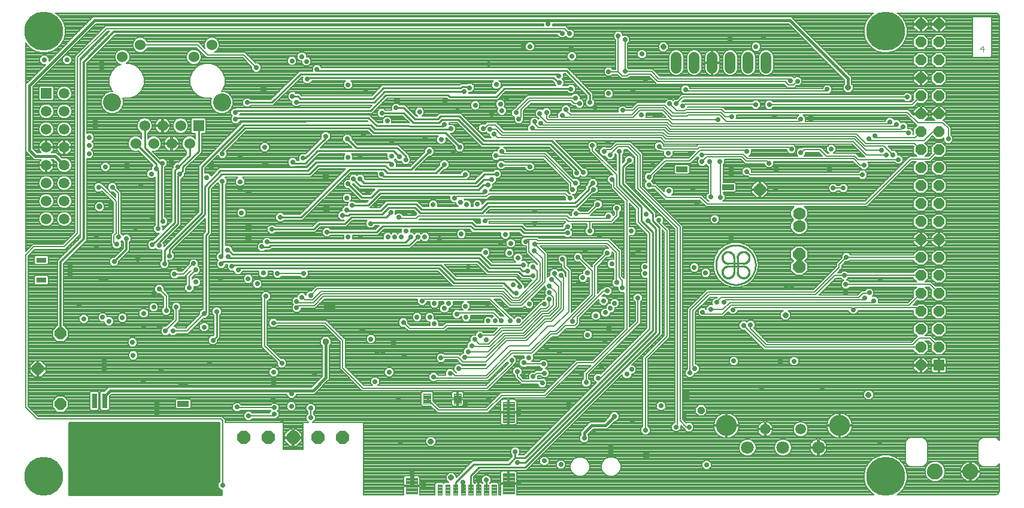
<source format=gbl>
G75*
%MOIN*%
%OFA0B0*%
%FSLAX25Y25*%
%IPPOS*%
%LPD*%
%AMOC8*
5,1,8,0,0,1.08239X$1,22.5*
%
%ADD10C,0.00400*%
%ADD11C,0.01000*%
%ADD12C,0.00100*%
%ADD13R,0.05906X0.05906*%
%ADD14OC8,0.05906*%
%ADD15C,0.05906*%
%ADD16OC8,0.07087*%
%ADD17C,0.07087*%
%ADD18C,0.11661*%
%ADD19C,0.00413*%
%ADD20C,0.00402*%
%ADD21C,0.00390*%
%ADD22C,0.06000*%
%ADD23R,0.06000X0.06000*%
%ADD24C,0.10000*%
%ADD25OC8,0.06496*%
%ADD26C,0.08858*%
%ADD27C,0.05906*%
%ADD28C,0.07000*%
%ADD29OC8,0.07000*%
%ADD30C,0.21654*%
%ADD31OC8,0.02781*%
%ADD32R,0.02781X0.02781*%
%ADD33R,0.03175X0.03175*%
%ADD34OC8,0.03175*%
%ADD35C,0.00800*%
%ADD36C,0.01600*%
%ADD37C,0.00600*%
%ADD38OC8,0.03962*%
%ADD39OC8,0.03569*%
%ADD40C,0.01200*%
D10*
X0588749Y0390735D02*
X0591151Y0390735D01*
X0590550Y0388934D02*
X0590550Y0392537D01*
X0588749Y0390735D01*
D11*
X0081628Y0182354D02*
X0081628Y0142551D01*
X0166628Y0142551D01*
X0166628Y0144964D01*
X0166081Y0144964D01*
X0164388Y0146657D01*
X0164388Y0149052D01*
X0165478Y0150142D01*
X0165478Y0182854D01*
X0082128Y0182854D01*
X0081628Y0182354D01*
X0081628Y0181790D02*
X0165478Y0181790D01*
X0165478Y0180792D02*
X0081628Y0180792D01*
X0081628Y0179793D02*
X0165478Y0179793D01*
X0165478Y0178795D02*
X0081628Y0178795D01*
X0081628Y0177796D02*
X0165478Y0177796D01*
X0165478Y0176798D02*
X0081628Y0176798D01*
X0081628Y0175799D02*
X0165478Y0175799D01*
X0165478Y0174801D02*
X0081628Y0174801D01*
X0081628Y0173802D02*
X0165478Y0173802D01*
X0165478Y0172804D02*
X0081628Y0172804D01*
X0081628Y0171805D02*
X0165478Y0171805D01*
X0165478Y0170807D02*
X0081628Y0170807D01*
X0081628Y0169808D02*
X0165478Y0169808D01*
X0165478Y0168810D02*
X0081628Y0168810D01*
X0081628Y0167811D02*
X0165478Y0167811D01*
X0165478Y0166813D02*
X0081628Y0166813D01*
X0081628Y0165814D02*
X0165478Y0165814D01*
X0165478Y0164816D02*
X0081628Y0164816D01*
X0081628Y0163817D02*
X0165478Y0163817D01*
X0165478Y0162819D02*
X0081628Y0162819D01*
X0081628Y0161820D02*
X0165478Y0161820D01*
X0165478Y0160822D02*
X0081628Y0160822D01*
X0081628Y0159823D02*
X0165478Y0159823D01*
X0165478Y0158825D02*
X0081628Y0158825D01*
X0081628Y0157826D02*
X0165478Y0157826D01*
X0165478Y0156828D02*
X0081628Y0156828D01*
X0081628Y0155829D02*
X0165478Y0155829D01*
X0165478Y0154831D02*
X0081628Y0154831D01*
X0081628Y0153832D02*
X0165478Y0153832D01*
X0165478Y0152833D02*
X0081628Y0152833D01*
X0081628Y0151835D02*
X0165478Y0151835D01*
X0165478Y0150836D02*
X0081628Y0150836D01*
X0081628Y0149838D02*
X0165174Y0149838D01*
X0164388Y0148839D02*
X0081628Y0148839D01*
X0081628Y0147841D02*
X0164388Y0147841D01*
X0164388Y0146842D02*
X0081628Y0146842D01*
X0081628Y0145844D02*
X0165201Y0145844D01*
X0166628Y0144845D02*
X0081628Y0144845D01*
X0081628Y0143847D02*
X0166628Y0143847D01*
X0166628Y0142848D02*
X0081628Y0142848D01*
X0082063Y0182789D02*
X0165478Y0182789D01*
X0161828Y0228504D02*
X0164028Y0230704D01*
X0164028Y0244504D01*
X0157878Y0244204D02*
X0157878Y0286954D01*
X0159228Y0288304D01*
X0159228Y0313454D01*
X0166778Y0321004D01*
X0215578Y0321004D01*
X0220278Y0325704D01*
X0257778Y0325704D01*
X0259828Y0323654D01*
X0272278Y0323654D01*
X0282328Y0333704D01*
X0290728Y0326404D02*
X0286078Y0321754D01*
X0259028Y0321754D01*
X0256978Y0323804D01*
X0237828Y0323804D01*
X0211078Y0297054D01*
X0199228Y0297054D01*
X0194728Y0290304D02*
X0217878Y0290304D01*
X0221078Y0293504D01*
X0235428Y0293504D01*
X0238878Y0296954D01*
X0258178Y0296954D01*
X0260878Y0299654D01*
X0259678Y0302454D02*
X0274228Y0302454D01*
X0277228Y0299454D01*
X0311678Y0299454D01*
X0315278Y0303054D01*
X0364128Y0303054D01*
X0373578Y0312504D01*
X0370878Y0312404D02*
X0370878Y0313654D01*
X0373328Y0316104D01*
X0370878Y0312404D02*
X0363378Y0304904D01*
X0314578Y0304904D01*
X0311028Y0301354D01*
X0278028Y0301354D01*
X0275028Y0304354D01*
X0258878Y0304354D01*
X0255278Y0300754D01*
X0236728Y0300754D01*
X0236378Y0301104D01*
X0238078Y0298854D02*
X0256078Y0298854D01*
X0259678Y0302454D01*
X0255078Y0310504D02*
X0248178Y0303604D01*
X0239378Y0303604D01*
X0238078Y0298854D02*
X0237328Y0298104D01*
X0233978Y0298104D01*
X0225278Y0288804D02*
X0252978Y0288804D01*
X0256378Y0292204D01*
X0305228Y0292204D01*
X0307178Y0290254D01*
X0333028Y0290254D01*
X0335028Y0288254D01*
X0359278Y0288254D01*
X0357078Y0290104D02*
X0358828Y0291854D01*
X0359278Y0291854D01*
X0357078Y0290104D02*
X0335778Y0290104D01*
X0333728Y0292154D01*
X0307978Y0292154D01*
X0306028Y0294104D01*
X0250328Y0294104D01*
X0249732Y0293508D01*
X0249878Y0308004D02*
X0244728Y0308004D01*
X0237128Y0315604D01*
X0240128Y0318104D02*
X0240128Y0318404D01*
X0240128Y0318104D02*
X0243928Y0314304D01*
X0308878Y0314304D01*
X0312728Y0318154D01*
X0317078Y0318154D01*
X0315128Y0314954D02*
X0312228Y0314954D01*
X0309678Y0312404D01*
X0254278Y0312404D01*
X0249878Y0308004D01*
X0255078Y0310504D02*
X0312228Y0310504D01*
X0313278Y0311554D01*
X0308028Y0316204D02*
X0246028Y0316204D01*
X0243778Y0318454D01*
X0255778Y0321004D02*
X0256928Y0319854D01*
X0301328Y0319854D01*
X0302228Y0320754D01*
X0308028Y0316204D02*
X0312978Y0321154D01*
X0319878Y0321154D01*
X0299178Y0336104D02*
X0291228Y0344054D01*
X0251328Y0344054D01*
X0248728Y0346654D01*
X0179728Y0346604D01*
X0167078Y0333954D01*
X0167078Y0332304D01*
X0166128Y0322904D02*
X0157378Y0314154D01*
X0157378Y0298754D01*
X0137778Y0279154D01*
X0137778Y0275554D01*
X0134878Y0278804D02*
X0155578Y0299504D01*
X0155578Y0325154D01*
X0178928Y0348504D01*
X0249528Y0348554D01*
X0252078Y0346004D01*
X0293928Y0345954D01*
X0294278Y0346304D01*
X0290628Y0348704D02*
X0289778Y0347854D01*
X0252878Y0347904D01*
X0248378Y0352404D01*
X0175228Y0352354D01*
X0174478Y0351604D01*
X0174278Y0355304D02*
X0175428Y0356454D01*
X0249628Y0356454D01*
X0258128Y0364954D01*
X0292728Y0364954D01*
X0292978Y0364704D01*
X0293028Y0364704D01*
X0293528Y0364204D01*
X0319528Y0364204D01*
X0323928Y0368604D01*
X0360978Y0368604D01*
X0361078Y0368504D01*
X0354678Y0372004D02*
X0354228Y0372004D01*
X0351478Y0374754D01*
X0215228Y0374754D01*
X0214378Y0373904D01*
X0210528Y0376754D02*
X0194728Y0360954D01*
X0181028Y0360954D01*
X0206128Y0364354D02*
X0209178Y0364354D01*
X0210428Y0363104D01*
X0250878Y0363104D01*
X0256728Y0368954D01*
X0299678Y0368954D01*
X0300528Y0369804D01*
X0304178Y0369804D01*
X0304778Y0369204D01*
X0301678Y0367004D02*
X0257478Y0367004D01*
X0251678Y0361204D01*
X0208378Y0361204D01*
X0210528Y0376754D02*
X0353428Y0376754D01*
X0354428Y0375754D01*
X0358528Y0378654D02*
X0371778Y0365404D01*
X0371778Y0360904D01*
X0358528Y0378654D02*
X0220628Y0378654D01*
X0219778Y0379504D01*
X0255828Y0355104D02*
X0268078Y0355104D01*
X0273428Y0349754D01*
X0287728Y0349754D01*
X0289478Y0351504D01*
X0298228Y0351504D01*
X0311928Y0337804D01*
X0349628Y0337804D01*
X0364478Y0322954D01*
X0364478Y0321654D01*
X0368078Y0321904D02*
X0350278Y0339704D01*
X0312578Y0339704D01*
X0301028Y0351254D01*
X0301028Y0351304D01*
X0298928Y0353404D01*
X0288678Y0353404D01*
X0286928Y0351654D01*
X0274228Y0351654D01*
X0267978Y0357904D01*
X0263778Y0357904D01*
X0241628Y0335804D02*
X0236628Y0340804D01*
X0241628Y0335804D02*
X0264428Y0335804D01*
X0269178Y0331054D01*
X0269178Y0329054D01*
X0265628Y0330754D02*
X0262428Y0333954D01*
X0220128Y0333954D01*
X0213328Y0327154D01*
X0206725Y0327154D01*
X0206177Y0327703D01*
X0212078Y0329904D02*
X0213378Y0329904D01*
X0224678Y0341204D01*
X0224678Y0342204D01*
X0219428Y0327604D02*
X0214728Y0322904D01*
X0166128Y0322904D01*
X0167128Y0317154D02*
X0167128Y0275754D01*
X0166378Y0275004D01*
X0167778Y0272454D02*
X0166428Y0271104D01*
X0167778Y0272454D02*
X0309228Y0272454D01*
X0314928Y0266754D01*
X0331878Y0266754D01*
X0334328Y0264304D01*
X0339728Y0264304D01*
X0336878Y0267204D02*
X0334028Y0267204D01*
X0332628Y0268604D01*
X0315678Y0268604D01*
X0309928Y0274354D01*
X0171028Y0274354D01*
X0170228Y0275154D01*
X0173028Y0276254D02*
X0170428Y0278854D01*
X0169978Y0278854D01*
X0173028Y0276254D02*
X0310778Y0276254D01*
X0316628Y0270404D01*
X0334628Y0270404D01*
X0330028Y0262404D02*
X0332628Y0259804D01*
X0332628Y0258254D01*
X0330778Y0254754D02*
X0329428Y0254754D01*
X0323678Y0260504D01*
X0295928Y0260504D01*
X0287778Y0268654D01*
X0176728Y0268654D01*
X0175878Y0267804D01*
X0173278Y0270554D02*
X0172478Y0269754D01*
X0173278Y0270554D02*
X0288578Y0270554D01*
X0296728Y0262404D01*
X0330028Y0262404D01*
X0275828Y0286054D02*
X0271078Y0281304D01*
X0193878Y0281304D01*
X0192928Y0280354D01*
X0189328Y0280354D01*
X0189078Y0280604D01*
X0191928Y0283304D02*
X0192028Y0283204D01*
X0268978Y0283204D01*
X0271828Y0286054D01*
X0261378Y0326454D02*
X0260228Y0327604D01*
X0219428Y0327604D01*
X0153819Y0333894D02*
X0145078Y0325154D01*
X0145078Y0322904D01*
X0143310Y0321136D01*
X0142328Y0320154D01*
X0142328Y0293454D01*
X0131928Y0283054D01*
X0131928Y0281254D01*
X0134878Y0278804D02*
X0134878Y0271054D01*
X0128078Y0281754D02*
X0140528Y0294204D01*
X0140528Y0323204D01*
X0142378Y0325054D01*
X0148819Y0331494D01*
X0148819Y0338037D01*
X0153819Y0333894D02*
X0153819Y0348037D01*
X0133678Y0327204D02*
X0133178Y0326704D01*
X0133178Y0326304D01*
X0133178Y0295654D01*
X0134078Y0294754D01*
X0131328Y0290654D02*
X0131328Y0322854D01*
X0130178Y0324004D01*
X0130178Y0326704D01*
X0118846Y0338037D01*
X0118819Y0338037D01*
X0123828Y0335654D02*
X0123828Y0348027D01*
X0123819Y0348037D01*
X0123828Y0335654D02*
X0133178Y0326304D01*
X0157878Y0244204D02*
X0157028Y0243354D01*
X0272728Y0154154D02*
X0273235Y0154161D01*
X0273235Y0147358D01*
X0296660Y0145154D02*
X0296978Y0145472D01*
X0296978Y0149454D01*
X0307078Y0159554D01*
X0326578Y0159554D01*
X0330128Y0163104D01*
X0330128Y0166504D01*
X0330128Y0163104D02*
X0335728Y0163104D01*
X0406578Y0233954D01*
X0406578Y0288654D01*
X0400228Y0295004D01*
X0400228Y0302854D01*
X0388128Y0314954D01*
X0388128Y0333704D01*
X0393728Y0328854D02*
X0389928Y0325054D01*
X0389928Y0315704D01*
X0406578Y0299054D01*
X0406578Y0295054D01*
X0410278Y0291354D01*
X0410278Y0232454D01*
X0335528Y0157704D01*
X0309828Y0157704D01*
X0305321Y0153197D01*
X0305321Y0145154D01*
X0309652Y0145154D02*
X0309652Y0150478D01*
X0309678Y0150504D01*
X0313928Y0150654D02*
X0313928Y0146389D01*
X0313983Y0145154D01*
X0331228Y0160404D02*
X0335628Y0160404D01*
X0408378Y0233154D01*
X0408378Y0290704D01*
X0403878Y0295204D01*
X0448722Y0271281D02*
X0456990Y0271281D01*
X0456990Y0269706D02*
X0448722Y0269706D01*
X0441856Y0270494D02*
X0441859Y0270764D01*
X0441869Y0271034D01*
X0441886Y0271303D01*
X0441909Y0271572D01*
X0441939Y0271841D01*
X0441975Y0272108D01*
X0442018Y0272375D01*
X0442067Y0272640D01*
X0442123Y0272904D01*
X0442186Y0273167D01*
X0442254Y0273428D01*
X0442330Y0273687D01*
X0442411Y0273944D01*
X0442499Y0274200D01*
X0442593Y0274453D01*
X0442693Y0274704D01*
X0442800Y0274952D01*
X0442912Y0275197D01*
X0443031Y0275440D01*
X0443155Y0275679D01*
X0443285Y0275916D01*
X0443421Y0276149D01*
X0443563Y0276379D01*
X0443710Y0276605D01*
X0443863Y0276828D01*
X0444021Y0277047D01*
X0444184Y0277262D01*
X0444353Y0277472D01*
X0444527Y0277679D01*
X0444706Y0277881D01*
X0444889Y0278079D01*
X0445078Y0278272D01*
X0445271Y0278461D01*
X0445469Y0278644D01*
X0445671Y0278823D01*
X0445878Y0278997D01*
X0446088Y0279166D01*
X0446303Y0279329D01*
X0446522Y0279487D01*
X0446745Y0279640D01*
X0446971Y0279787D01*
X0447201Y0279929D01*
X0447434Y0280065D01*
X0447671Y0280195D01*
X0447910Y0280319D01*
X0448153Y0280438D01*
X0448398Y0280550D01*
X0448646Y0280657D01*
X0448897Y0280757D01*
X0449150Y0280851D01*
X0449406Y0280939D01*
X0449663Y0281020D01*
X0449922Y0281096D01*
X0450183Y0281164D01*
X0450446Y0281227D01*
X0450710Y0281283D01*
X0450975Y0281332D01*
X0451242Y0281375D01*
X0451509Y0281411D01*
X0451778Y0281441D01*
X0452047Y0281464D01*
X0452316Y0281481D01*
X0452586Y0281491D01*
X0452856Y0281494D01*
X0453126Y0281491D01*
X0453396Y0281481D01*
X0453665Y0281464D01*
X0453934Y0281441D01*
X0454203Y0281411D01*
X0454470Y0281375D01*
X0454737Y0281332D01*
X0455002Y0281283D01*
X0455266Y0281227D01*
X0455529Y0281164D01*
X0455790Y0281096D01*
X0456049Y0281020D01*
X0456306Y0280939D01*
X0456562Y0280851D01*
X0456815Y0280757D01*
X0457066Y0280657D01*
X0457314Y0280550D01*
X0457559Y0280438D01*
X0457802Y0280319D01*
X0458041Y0280195D01*
X0458278Y0280065D01*
X0458511Y0279929D01*
X0458741Y0279787D01*
X0458967Y0279640D01*
X0459190Y0279487D01*
X0459409Y0279329D01*
X0459624Y0279166D01*
X0459834Y0278997D01*
X0460041Y0278823D01*
X0460243Y0278644D01*
X0460441Y0278461D01*
X0460634Y0278272D01*
X0460823Y0278079D01*
X0461006Y0277881D01*
X0461185Y0277679D01*
X0461359Y0277472D01*
X0461528Y0277262D01*
X0461691Y0277047D01*
X0461849Y0276828D01*
X0462002Y0276605D01*
X0462149Y0276379D01*
X0462291Y0276149D01*
X0462427Y0275916D01*
X0462557Y0275679D01*
X0462681Y0275440D01*
X0462800Y0275197D01*
X0462912Y0274952D01*
X0463019Y0274704D01*
X0463119Y0274453D01*
X0463213Y0274200D01*
X0463301Y0273944D01*
X0463382Y0273687D01*
X0463458Y0273428D01*
X0463526Y0273167D01*
X0463589Y0272904D01*
X0463645Y0272640D01*
X0463694Y0272375D01*
X0463737Y0272108D01*
X0463773Y0271841D01*
X0463803Y0271572D01*
X0463826Y0271303D01*
X0463843Y0271034D01*
X0463853Y0270764D01*
X0463856Y0270494D01*
X0463853Y0270224D01*
X0463843Y0269954D01*
X0463826Y0269685D01*
X0463803Y0269416D01*
X0463773Y0269147D01*
X0463737Y0268880D01*
X0463694Y0268613D01*
X0463645Y0268348D01*
X0463589Y0268084D01*
X0463526Y0267821D01*
X0463458Y0267560D01*
X0463382Y0267301D01*
X0463301Y0267044D01*
X0463213Y0266788D01*
X0463119Y0266535D01*
X0463019Y0266284D01*
X0462912Y0266036D01*
X0462800Y0265791D01*
X0462681Y0265548D01*
X0462557Y0265309D01*
X0462427Y0265072D01*
X0462291Y0264839D01*
X0462149Y0264609D01*
X0462002Y0264383D01*
X0461849Y0264160D01*
X0461691Y0263941D01*
X0461528Y0263726D01*
X0461359Y0263516D01*
X0461185Y0263309D01*
X0461006Y0263107D01*
X0460823Y0262909D01*
X0460634Y0262716D01*
X0460441Y0262527D01*
X0460243Y0262344D01*
X0460041Y0262165D01*
X0459834Y0261991D01*
X0459624Y0261822D01*
X0459409Y0261659D01*
X0459190Y0261501D01*
X0458967Y0261348D01*
X0458741Y0261201D01*
X0458511Y0261059D01*
X0458278Y0260923D01*
X0458041Y0260793D01*
X0457802Y0260669D01*
X0457559Y0260550D01*
X0457314Y0260438D01*
X0457066Y0260331D01*
X0456815Y0260231D01*
X0456562Y0260137D01*
X0456306Y0260049D01*
X0456049Y0259968D01*
X0455790Y0259892D01*
X0455529Y0259824D01*
X0455266Y0259761D01*
X0455002Y0259705D01*
X0454737Y0259656D01*
X0454470Y0259613D01*
X0454203Y0259577D01*
X0453934Y0259547D01*
X0453665Y0259524D01*
X0453396Y0259507D01*
X0453126Y0259497D01*
X0452856Y0259494D01*
X0452586Y0259497D01*
X0452316Y0259507D01*
X0452047Y0259524D01*
X0451778Y0259547D01*
X0451509Y0259577D01*
X0451242Y0259613D01*
X0450975Y0259656D01*
X0450710Y0259705D01*
X0450446Y0259761D01*
X0450183Y0259824D01*
X0449922Y0259892D01*
X0449663Y0259968D01*
X0449406Y0260049D01*
X0449150Y0260137D01*
X0448897Y0260231D01*
X0448646Y0260331D01*
X0448398Y0260438D01*
X0448153Y0260550D01*
X0447910Y0260669D01*
X0447671Y0260793D01*
X0447434Y0260923D01*
X0447201Y0261059D01*
X0446971Y0261201D01*
X0446745Y0261348D01*
X0446522Y0261501D01*
X0446303Y0261659D01*
X0446088Y0261822D01*
X0445878Y0261991D01*
X0445671Y0262165D01*
X0445469Y0262344D01*
X0445271Y0262527D01*
X0445078Y0262716D01*
X0444889Y0262909D01*
X0444706Y0263107D01*
X0444527Y0263309D01*
X0444353Y0263516D01*
X0444184Y0263726D01*
X0444021Y0263941D01*
X0443863Y0264160D01*
X0443710Y0264383D01*
X0443563Y0264609D01*
X0443421Y0264839D01*
X0443285Y0265072D01*
X0443155Y0265309D01*
X0443031Y0265548D01*
X0442912Y0265791D01*
X0442800Y0266036D01*
X0442693Y0266284D01*
X0442593Y0266535D01*
X0442499Y0266788D01*
X0442411Y0267044D01*
X0442330Y0267301D01*
X0442254Y0267560D01*
X0442186Y0267821D01*
X0442123Y0268084D01*
X0442067Y0268348D01*
X0442018Y0268613D01*
X0441975Y0268880D01*
X0441939Y0269147D01*
X0441909Y0269416D01*
X0441886Y0269685D01*
X0441869Y0269954D01*
X0441859Y0270224D01*
X0441856Y0270494D01*
X0451872Y0266557D02*
X0451872Y0274431D01*
X0453840Y0274431D02*
X0453840Y0266557D01*
D12*
X0453389Y0266520D02*
X0454289Y0266492D01*
X0454288Y0266493D02*
X0454289Y0266388D01*
X0454294Y0266282D01*
X0454302Y0266177D01*
X0454315Y0266073D01*
X0454331Y0265969D01*
X0454351Y0265866D01*
X0454376Y0265763D01*
X0454404Y0265662D01*
X0454435Y0265561D01*
X0454471Y0265462D01*
X0454510Y0265365D01*
X0454553Y0265269D01*
X0454600Y0265174D01*
X0454650Y0265082D01*
X0454703Y0264991D01*
X0454760Y0264902D01*
X0454820Y0264816D01*
X0454883Y0264732D01*
X0454950Y0264650D01*
X0455019Y0264571D01*
X0455092Y0264495D01*
X0455167Y0264421D01*
X0455245Y0264350D01*
X0455325Y0264282D01*
X0455408Y0264218D01*
X0455494Y0264156D01*
X0455582Y0264098D01*
X0455671Y0264043D01*
X0455763Y0263991D01*
X0455857Y0263943D01*
X0455952Y0263899D01*
X0456049Y0263858D01*
X0456148Y0263821D01*
X0456247Y0263787D01*
X0456348Y0263757D01*
X0456450Y0263732D01*
X0456553Y0263710D01*
X0456657Y0263691D01*
X0456761Y0263677D01*
X0456866Y0263667D01*
X0456971Y0263660D01*
X0457076Y0263658D01*
X0457182Y0263660D01*
X0457287Y0263665D01*
X0457392Y0263675D01*
X0457496Y0263688D01*
X0457600Y0263705D01*
X0457703Y0263726D01*
X0457805Y0263751D01*
X0457906Y0263780D01*
X0458007Y0263813D01*
X0458105Y0263849D01*
X0458203Y0263889D01*
X0458298Y0263933D01*
X0458392Y0263980D01*
X0458485Y0264031D01*
X0458575Y0264085D01*
X0458663Y0264143D01*
X0458749Y0264204D01*
X0458832Y0264268D01*
X0458914Y0264335D01*
X0458992Y0264405D01*
X0459068Y0264478D01*
X0459141Y0264554D01*
X0459211Y0264632D01*
X0459278Y0264714D01*
X0459342Y0264797D01*
X0459403Y0264883D01*
X0459461Y0264971D01*
X0459515Y0265061D01*
X0459566Y0265154D01*
X0459613Y0265248D01*
X0459657Y0265343D01*
X0459697Y0265441D01*
X0459733Y0265539D01*
X0459766Y0265640D01*
X0459795Y0265741D01*
X0459820Y0265843D01*
X0459841Y0265946D01*
X0459858Y0266050D01*
X0459871Y0266154D01*
X0459881Y0266259D01*
X0459886Y0266364D01*
X0459888Y0266470D01*
X0459886Y0266575D01*
X0459879Y0266680D01*
X0459869Y0266785D01*
X0459855Y0266889D01*
X0459836Y0266993D01*
X0459814Y0267096D01*
X0459789Y0267198D01*
X0459759Y0267299D01*
X0459725Y0267398D01*
X0459688Y0267497D01*
X0459647Y0267594D01*
X0459603Y0267689D01*
X0459555Y0267783D01*
X0459503Y0267875D01*
X0459448Y0267964D01*
X0459390Y0268052D01*
X0459328Y0268138D01*
X0459264Y0268221D01*
X0459196Y0268301D01*
X0459125Y0268379D01*
X0459051Y0268454D01*
X0458975Y0268527D01*
X0458896Y0268596D01*
X0458814Y0268663D01*
X0458730Y0268726D01*
X0458644Y0268786D01*
X0458555Y0268843D01*
X0458464Y0268896D01*
X0458372Y0268946D01*
X0458277Y0268993D01*
X0458181Y0269036D01*
X0458084Y0269075D01*
X0457985Y0269111D01*
X0457884Y0269142D01*
X0457783Y0269170D01*
X0457680Y0269195D01*
X0457577Y0269215D01*
X0457473Y0269231D01*
X0457369Y0269244D01*
X0457264Y0269252D01*
X0457158Y0269257D01*
X0457053Y0269258D01*
X0457026Y0270157D01*
X0457146Y0270158D01*
X0457266Y0270154D01*
X0457386Y0270146D01*
X0457506Y0270134D01*
X0457625Y0270119D01*
X0457744Y0270099D01*
X0457862Y0270076D01*
X0457979Y0270049D01*
X0458096Y0270018D01*
X0458211Y0269984D01*
X0458325Y0269945D01*
X0458437Y0269903D01*
X0458549Y0269858D01*
X0458658Y0269808D01*
X0458766Y0269755D01*
X0458873Y0269699D01*
X0458977Y0269639D01*
X0459079Y0269576D01*
X0459180Y0269510D01*
X0459278Y0269440D01*
X0459374Y0269368D01*
X0459467Y0269292D01*
X0459558Y0269213D01*
X0459646Y0269131D01*
X0459732Y0269047D01*
X0459814Y0268959D01*
X0459894Y0268870D01*
X0459971Y0268777D01*
X0460045Y0268682D01*
X0460116Y0268585D01*
X0460183Y0268485D01*
X0460247Y0268384D01*
X0460308Y0268280D01*
X0460366Y0268174D01*
X0460420Y0268067D01*
X0460470Y0267958D01*
X0460517Y0267847D01*
X0460561Y0267735D01*
X0460600Y0267621D01*
X0460636Y0267506D01*
X0460669Y0267391D01*
X0460697Y0267274D01*
X0460722Y0267156D01*
X0460742Y0267038D01*
X0460759Y0266918D01*
X0460772Y0266799D01*
X0460781Y0266679D01*
X0460787Y0266559D01*
X0460788Y0266439D01*
X0460785Y0266318D01*
X0460779Y0266198D01*
X0460768Y0266078D01*
X0460754Y0265959D01*
X0460736Y0265840D01*
X0460714Y0265722D01*
X0460688Y0265604D01*
X0460659Y0265488D01*
X0460625Y0265372D01*
X0460588Y0265258D01*
X0460547Y0265145D01*
X0460503Y0265033D01*
X0460455Y0264923D01*
X0460403Y0264814D01*
X0460348Y0264707D01*
X0460289Y0264602D01*
X0460227Y0264499D01*
X0460162Y0264398D01*
X0460093Y0264300D01*
X0460021Y0264203D01*
X0459947Y0264109D01*
X0459869Y0264017D01*
X0459788Y0263928D01*
X0459704Y0263842D01*
X0459618Y0263758D01*
X0459529Y0263677D01*
X0459437Y0263599D01*
X0459343Y0263525D01*
X0459246Y0263453D01*
X0459148Y0263384D01*
X0459047Y0263319D01*
X0458944Y0263257D01*
X0458839Y0263198D01*
X0458732Y0263143D01*
X0458623Y0263091D01*
X0458513Y0263043D01*
X0458401Y0262999D01*
X0458288Y0262958D01*
X0458174Y0262921D01*
X0458058Y0262887D01*
X0457942Y0262858D01*
X0457824Y0262832D01*
X0457706Y0262810D01*
X0457587Y0262792D01*
X0457468Y0262778D01*
X0457348Y0262767D01*
X0457228Y0262761D01*
X0457107Y0262758D01*
X0456987Y0262759D01*
X0456867Y0262765D01*
X0456747Y0262774D01*
X0456628Y0262787D01*
X0456508Y0262804D01*
X0456390Y0262824D01*
X0456272Y0262849D01*
X0456155Y0262877D01*
X0456040Y0262910D01*
X0455925Y0262946D01*
X0455811Y0262985D01*
X0455699Y0263029D01*
X0455588Y0263076D01*
X0455479Y0263126D01*
X0455372Y0263180D01*
X0455266Y0263238D01*
X0455162Y0263299D01*
X0455061Y0263363D01*
X0454961Y0263430D01*
X0454864Y0263501D01*
X0454769Y0263575D01*
X0454676Y0263652D01*
X0454587Y0263732D01*
X0454499Y0263814D01*
X0454415Y0263900D01*
X0454333Y0263988D01*
X0454254Y0264079D01*
X0454178Y0264172D01*
X0454106Y0264268D01*
X0454036Y0264366D01*
X0453970Y0264467D01*
X0453907Y0264569D01*
X0453847Y0264673D01*
X0453791Y0264780D01*
X0453738Y0264888D01*
X0453688Y0264997D01*
X0453643Y0265109D01*
X0453601Y0265221D01*
X0453562Y0265335D01*
X0453528Y0265450D01*
X0453497Y0265567D01*
X0453470Y0265684D01*
X0453447Y0265802D01*
X0453427Y0265921D01*
X0453412Y0266040D01*
X0453400Y0266160D01*
X0453392Y0266280D01*
X0453388Y0266400D01*
X0453389Y0266520D01*
X0453482Y0266517D01*
X0453483Y0266398D01*
X0453486Y0266278D01*
X0453494Y0266159D01*
X0453506Y0266040D01*
X0453522Y0265921D01*
X0453542Y0265803D01*
X0453566Y0265686D01*
X0453593Y0265569D01*
X0453625Y0265454D01*
X0453660Y0265339D01*
X0453699Y0265226D01*
X0453742Y0265115D01*
X0453788Y0265004D01*
X0453838Y0264896D01*
X0453892Y0264789D01*
X0453949Y0264683D01*
X0454009Y0264580D01*
X0454073Y0264479D01*
X0454141Y0264380D01*
X0454211Y0264284D01*
X0454285Y0264189D01*
X0454362Y0264098D01*
X0454442Y0264008D01*
X0454524Y0263922D01*
X0454610Y0263838D01*
X0454698Y0263758D01*
X0454789Y0263680D01*
X0454883Y0263605D01*
X0454978Y0263533D01*
X0455077Y0263465D01*
X0455177Y0263400D01*
X0455280Y0263338D01*
X0455384Y0263280D01*
X0455490Y0263225D01*
X0455599Y0263174D01*
X0455708Y0263126D01*
X0455820Y0263082D01*
X0455932Y0263042D01*
X0456046Y0263006D01*
X0456161Y0262973D01*
X0456278Y0262944D01*
X0456395Y0262919D01*
X0456512Y0262898D01*
X0456631Y0262881D01*
X0456750Y0262868D01*
X0456869Y0262859D01*
X0456988Y0262853D01*
X0457108Y0262852D01*
X0457228Y0262855D01*
X0457347Y0262861D01*
X0457466Y0262872D01*
X0457585Y0262886D01*
X0457703Y0262905D01*
X0457821Y0262927D01*
X0457938Y0262954D01*
X0458053Y0262984D01*
X0458168Y0263018D01*
X0458282Y0263055D01*
X0458394Y0263097D01*
X0458505Y0263142D01*
X0458614Y0263191D01*
X0458722Y0263243D01*
X0458827Y0263299D01*
X0458931Y0263359D01*
X0459033Y0263422D01*
X0459133Y0263488D01*
X0459230Y0263557D01*
X0459325Y0263630D01*
X0459418Y0263706D01*
X0459508Y0263784D01*
X0459595Y0263866D01*
X0459680Y0263951D01*
X0459762Y0264038D01*
X0459840Y0264128D01*
X0459916Y0264221D01*
X0459989Y0264316D01*
X0460058Y0264413D01*
X0460124Y0264513D01*
X0460187Y0264615D01*
X0460247Y0264719D01*
X0460303Y0264824D01*
X0460355Y0264932D01*
X0460404Y0265041D01*
X0460449Y0265152D01*
X0460491Y0265264D01*
X0460528Y0265378D01*
X0460562Y0265493D01*
X0460592Y0265608D01*
X0460619Y0265725D01*
X0460641Y0265843D01*
X0460660Y0265961D01*
X0460674Y0266080D01*
X0460685Y0266199D01*
X0460691Y0266318D01*
X0460694Y0266438D01*
X0460693Y0266558D01*
X0460687Y0266677D01*
X0460678Y0266796D01*
X0460665Y0266915D01*
X0460648Y0267034D01*
X0460627Y0267151D01*
X0460602Y0267268D01*
X0460573Y0267385D01*
X0460540Y0267500D01*
X0460504Y0267614D01*
X0460464Y0267726D01*
X0460420Y0267838D01*
X0460372Y0267947D01*
X0460321Y0268056D01*
X0460266Y0268162D01*
X0460208Y0268266D01*
X0460146Y0268369D01*
X0460081Y0268469D01*
X0460013Y0268568D01*
X0459941Y0268663D01*
X0459866Y0268757D01*
X0459788Y0268848D01*
X0459708Y0268936D01*
X0459624Y0269022D01*
X0459538Y0269104D01*
X0459448Y0269184D01*
X0459357Y0269261D01*
X0459262Y0269335D01*
X0459166Y0269405D01*
X0459067Y0269473D01*
X0458966Y0269537D01*
X0458863Y0269597D01*
X0458757Y0269654D01*
X0458650Y0269708D01*
X0458542Y0269758D01*
X0458431Y0269804D01*
X0458320Y0269847D01*
X0458207Y0269886D01*
X0458092Y0269921D01*
X0457977Y0269953D01*
X0457860Y0269980D01*
X0457743Y0270004D01*
X0457625Y0270024D01*
X0457506Y0270040D01*
X0457387Y0270052D01*
X0457268Y0270060D01*
X0457148Y0270063D01*
X0457029Y0270064D01*
X0457032Y0269970D01*
X0457149Y0269969D01*
X0457266Y0269965D01*
X0457383Y0269958D01*
X0457500Y0269946D01*
X0457616Y0269930D01*
X0457732Y0269910D01*
X0457847Y0269887D01*
X0457961Y0269860D01*
X0458074Y0269829D01*
X0458186Y0269794D01*
X0458297Y0269755D01*
X0458407Y0269713D01*
X0458515Y0269667D01*
X0458621Y0269618D01*
X0458726Y0269565D01*
X0458829Y0269508D01*
X0458930Y0269448D01*
X0459028Y0269385D01*
X0459125Y0269319D01*
X0459220Y0269249D01*
X0459312Y0269176D01*
X0459401Y0269101D01*
X0459488Y0269022D01*
X0459572Y0268940D01*
X0459654Y0268856D01*
X0459733Y0268769D01*
X0459808Y0268679D01*
X0459881Y0268587D01*
X0459951Y0268493D01*
X0460017Y0268396D01*
X0460080Y0268297D01*
X0460140Y0268196D01*
X0460196Y0268093D01*
X0460249Y0267988D01*
X0460298Y0267882D01*
X0460344Y0267774D01*
X0460386Y0267664D01*
X0460425Y0267553D01*
X0460460Y0267441D01*
X0460490Y0267328D01*
X0460518Y0267214D01*
X0460541Y0267099D01*
X0460560Y0266983D01*
X0460576Y0266867D01*
X0460588Y0266750D01*
X0460596Y0266633D01*
X0460600Y0266516D01*
X0460599Y0266399D01*
X0460596Y0266281D01*
X0460588Y0266164D01*
X0460576Y0266047D01*
X0460560Y0265931D01*
X0460541Y0265815D01*
X0460517Y0265701D01*
X0460490Y0265586D01*
X0460459Y0265473D01*
X0460424Y0265361D01*
X0460386Y0265250D01*
X0460344Y0265141D01*
X0460298Y0265033D01*
X0460248Y0264926D01*
X0460195Y0264822D01*
X0460139Y0264719D01*
X0460079Y0264618D01*
X0460016Y0264519D01*
X0459950Y0264422D01*
X0459880Y0264328D01*
X0459807Y0264236D01*
X0459732Y0264146D01*
X0459653Y0264059D01*
X0459571Y0263975D01*
X0459487Y0263893D01*
X0459400Y0263814D01*
X0459310Y0263739D01*
X0459218Y0263666D01*
X0459124Y0263596D01*
X0459027Y0263530D01*
X0458928Y0263467D01*
X0458827Y0263407D01*
X0458724Y0263351D01*
X0458620Y0263298D01*
X0458513Y0263248D01*
X0458405Y0263202D01*
X0458296Y0263160D01*
X0458185Y0263122D01*
X0458073Y0263087D01*
X0457960Y0263056D01*
X0457845Y0263029D01*
X0457731Y0263005D01*
X0457615Y0262986D01*
X0457499Y0262970D01*
X0457382Y0262958D01*
X0457265Y0262950D01*
X0457147Y0262947D01*
X0457030Y0262946D01*
X0456913Y0262950D01*
X0456796Y0262958D01*
X0456679Y0262970D01*
X0456563Y0262986D01*
X0456447Y0263005D01*
X0456332Y0263028D01*
X0456218Y0263056D01*
X0456105Y0263086D01*
X0455993Y0263121D01*
X0455882Y0263160D01*
X0455772Y0263202D01*
X0455664Y0263248D01*
X0455558Y0263297D01*
X0455453Y0263350D01*
X0455350Y0263406D01*
X0455249Y0263466D01*
X0455150Y0263529D01*
X0455053Y0263595D01*
X0454959Y0263665D01*
X0454867Y0263738D01*
X0454777Y0263813D01*
X0454690Y0263892D01*
X0454606Y0263974D01*
X0454524Y0264058D01*
X0454445Y0264145D01*
X0454370Y0264234D01*
X0454297Y0264326D01*
X0454227Y0264421D01*
X0454161Y0264518D01*
X0454098Y0264616D01*
X0454038Y0264717D01*
X0453981Y0264820D01*
X0453928Y0264925D01*
X0453879Y0265031D01*
X0453833Y0265139D01*
X0453791Y0265249D01*
X0453752Y0265360D01*
X0453717Y0265472D01*
X0453686Y0265585D01*
X0453659Y0265699D01*
X0453636Y0265814D01*
X0453616Y0265930D01*
X0453600Y0266046D01*
X0453588Y0266163D01*
X0453581Y0266280D01*
X0453577Y0266397D01*
X0453576Y0266514D01*
X0453670Y0266512D01*
X0453671Y0266395D01*
X0453675Y0266278D01*
X0453683Y0266162D01*
X0453695Y0266046D01*
X0453711Y0265930D01*
X0453731Y0265815D01*
X0453755Y0265701D01*
X0453783Y0265588D01*
X0453814Y0265476D01*
X0453850Y0265365D01*
X0453889Y0265255D01*
X0453932Y0265146D01*
X0453978Y0265039D01*
X0454029Y0264934D01*
X0454082Y0264831D01*
X0454140Y0264729D01*
X0454200Y0264629D01*
X0454264Y0264532D01*
X0454332Y0264437D01*
X0454402Y0264344D01*
X0454476Y0264253D01*
X0454553Y0264166D01*
X0454632Y0264080D01*
X0454715Y0263998D01*
X0454800Y0263918D01*
X0454888Y0263842D01*
X0454979Y0263768D01*
X0455072Y0263698D01*
X0455167Y0263631D01*
X0455265Y0263567D01*
X0455364Y0263506D01*
X0455466Y0263449D01*
X0455570Y0263396D01*
X0455675Y0263346D01*
X0455782Y0263299D01*
X0455891Y0263257D01*
X0456001Y0263218D01*
X0456112Y0263182D01*
X0456224Y0263151D01*
X0456338Y0263123D01*
X0456452Y0263100D01*
X0456567Y0263080D01*
X0456682Y0263064D01*
X0456798Y0263052D01*
X0456915Y0263044D01*
X0457031Y0263040D01*
X0457148Y0263041D01*
X0457264Y0263045D01*
X0457381Y0263053D01*
X0457497Y0263065D01*
X0457612Y0263080D01*
X0457727Y0263100D01*
X0457842Y0263124D01*
X0457955Y0263152D01*
X0458067Y0263183D01*
X0458178Y0263219D01*
X0458288Y0263258D01*
X0458397Y0263300D01*
X0458504Y0263347D01*
X0458609Y0263397D01*
X0458713Y0263451D01*
X0458814Y0263508D01*
X0458914Y0263569D01*
X0459011Y0263633D01*
X0459107Y0263700D01*
X0459200Y0263770D01*
X0459290Y0263844D01*
X0459378Y0263921D01*
X0459463Y0264000D01*
X0459546Y0264083D01*
X0459625Y0264168D01*
X0459702Y0264256D01*
X0459776Y0264346D01*
X0459846Y0264439D01*
X0459913Y0264535D01*
X0459977Y0264632D01*
X0460038Y0264732D01*
X0460095Y0264833D01*
X0460149Y0264937D01*
X0460199Y0265042D01*
X0460246Y0265149D01*
X0460288Y0265258D01*
X0460327Y0265368D01*
X0460363Y0265479D01*
X0460394Y0265591D01*
X0460422Y0265704D01*
X0460446Y0265819D01*
X0460466Y0265934D01*
X0460481Y0266049D01*
X0460493Y0266165D01*
X0460501Y0266282D01*
X0460505Y0266398D01*
X0460506Y0266515D01*
X0460502Y0266631D01*
X0460494Y0266748D01*
X0460482Y0266864D01*
X0460466Y0266979D01*
X0460446Y0267094D01*
X0460423Y0267208D01*
X0460395Y0267322D01*
X0460364Y0267434D01*
X0460328Y0267545D01*
X0460289Y0267655D01*
X0460247Y0267764D01*
X0460200Y0267871D01*
X0460150Y0267976D01*
X0460097Y0268080D01*
X0460040Y0268182D01*
X0459979Y0268281D01*
X0459915Y0268379D01*
X0459848Y0268474D01*
X0459778Y0268567D01*
X0459704Y0268658D01*
X0459628Y0268746D01*
X0459548Y0268831D01*
X0459466Y0268914D01*
X0459380Y0268993D01*
X0459293Y0269070D01*
X0459202Y0269144D01*
X0459109Y0269214D01*
X0459014Y0269282D01*
X0458917Y0269346D01*
X0458817Y0269406D01*
X0458715Y0269464D01*
X0458612Y0269517D01*
X0458507Y0269568D01*
X0458400Y0269614D01*
X0458291Y0269657D01*
X0458181Y0269696D01*
X0458070Y0269732D01*
X0457958Y0269763D01*
X0457845Y0269791D01*
X0457731Y0269815D01*
X0457616Y0269835D01*
X0457500Y0269851D01*
X0457384Y0269863D01*
X0457268Y0269871D01*
X0457151Y0269875D01*
X0457034Y0269876D01*
X0457037Y0269782D01*
X0457152Y0269781D01*
X0457266Y0269777D01*
X0457380Y0269769D01*
X0457493Y0269757D01*
X0457606Y0269741D01*
X0457719Y0269722D01*
X0457831Y0269698D01*
X0457942Y0269671D01*
X0458051Y0269639D01*
X0458160Y0269604D01*
X0458268Y0269566D01*
X0458374Y0269523D01*
X0458478Y0269477D01*
X0458581Y0269428D01*
X0458682Y0269375D01*
X0458782Y0269318D01*
X0458879Y0269258D01*
X0458974Y0269195D01*
X0459067Y0269129D01*
X0459158Y0269059D01*
X0459246Y0268986D01*
X0459331Y0268911D01*
X0459414Y0268832D01*
X0459495Y0268751D01*
X0459572Y0268667D01*
X0459646Y0268580D01*
X0459718Y0268491D01*
X0459786Y0268399D01*
X0459851Y0268306D01*
X0459913Y0268210D01*
X0459972Y0268111D01*
X0460027Y0268011D01*
X0460078Y0267909D01*
X0460126Y0267806D01*
X0460171Y0267701D01*
X0460212Y0267594D01*
X0460249Y0267486D01*
X0460283Y0267377D01*
X0460312Y0267266D01*
X0460338Y0267155D01*
X0460360Y0267043D01*
X0460378Y0266930D01*
X0460393Y0266817D01*
X0460403Y0266703D01*
X0460409Y0266589D01*
X0460412Y0266475D01*
X0460411Y0266361D01*
X0460405Y0266247D01*
X0460396Y0266133D01*
X0460383Y0266019D01*
X0460366Y0265906D01*
X0460345Y0265794D01*
X0460320Y0265682D01*
X0460292Y0265572D01*
X0460259Y0265462D01*
X0460223Y0265354D01*
X0460183Y0265247D01*
X0460140Y0265141D01*
X0460093Y0265037D01*
X0460042Y0264935D01*
X0459988Y0264834D01*
X0459931Y0264735D01*
X0459870Y0264639D01*
X0459806Y0264544D01*
X0459738Y0264452D01*
X0459668Y0264362D01*
X0459594Y0264275D01*
X0459518Y0264190D01*
X0459438Y0264108D01*
X0459356Y0264028D01*
X0459271Y0263952D01*
X0459184Y0263878D01*
X0459094Y0263808D01*
X0459002Y0263740D01*
X0458907Y0263676D01*
X0458811Y0263615D01*
X0458712Y0263558D01*
X0458611Y0263504D01*
X0458509Y0263453D01*
X0458405Y0263406D01*
X0458299Y0263363D01*
X0458192Y0263323D01*
X0458084Y0263287D01*
X0457974Y0263254D01*
X0457864Y0263226D01*
X0457752Y0263201D01*
X0457640Y0263180D01*
X0457527Y0263163D01*
X0457413Y0263150D01*
X0457299Y0263141D01*
X0457185Y0263135D01*
X0457071Y0263134D01*
X0456957Y0263137D01*
X0456843Y0263143D01*
X0456729Y0263153D01*
X0456616Y0263168D01*
X0456503Y0263186D01*
X0456391Y0263208D01*
X0456280Y0263234D01*
X0456169Y0263263D01*
X0456060Y0263297D01*
X0455952Y0263334D01*
X0455845Y0263375D01*
X0455740Y0263420D01*
X0455637Y0263468D01*
X0455535Y0263519D01*
X0455435Y0263574D01*
X0455336Y0263633D01*
X0455240Y0263695D01*
X0455147Y0263760D01*
X0455055Y0263828D01*
X0454966Y0263900D01*
X0454879Y0263974D01*
X0454795Y0264051D01*
X0454714Y0264132D01*
X0454635Y0264215D01*
X0454560Y0264300D01*
X0454487Y0264388D01*
X0454417Y0264479D01*
X0454351Y0264572D01*
X0454288Y0264667D01*
X0454228Y0264764D01*
X0454171Y0264864D01*
X0454118Y0264965D01*
X0454069Y0265068D01*
X0454023Y0265172D01*
X0453980Y0265278D01*
X0453942Y0265386D01*
X0453907Y0265495D01*
X0453875Y0265604D01*
X0453848Y0265715D01*
X0453824Y0265827D01*
X0453805Y0265940D01*
X0453789Y0266053D01*
X0453777Y0266166D01*
X0453769Y0266280D01*
X0453765Y0266394D01*
X0453764Y0266509D01*
X0453858Y0266506D01*
X0453859Y0266393D01*
X0453863Y0266281D01*
X0453871Y0266168D01*
X0453883Y0266056D01*
X0453899Y0265945D01*
X0453919Y0265834D01*
X0453943Y0265724D01*
X0453970Y0265615D01*
X0454001Y0265507D01*
X0454036Y0265400D01*
X0454075Y0265294D01*
X0454118Y0265189D01*
X0454164Y0265087D01*
X0454213Y0264986D01*
X0454266Y0264886D01*
X0454323Y0264789D01*
X0454383Y0264693D01*
X0454446Y0264600D01*
X0454512Y0264509D01*
X0454582Y0264421D01*
X0454654Y0264334D01*
X0454730Y0264251D01*
X0454808Y0264170D01*
X0454889Y0264092D01*
X0454973Y0264017D01*
X0455059Y0263945D01*
X0455148Y0263875D01*
X0455239Y0263809D01*
X0455333Y0263746D01*
X0455429Y0263687D01*
X0455526Y0263631D01*
X0455626Y0263578D01*
X0455727Y0263529D01*
X0455830Y0263483D01*
X0455934Y0263441D01*
X0456040Y0263403D01*
X0456147Y0263368D01*
X0456256Y0263337D01*
X0456365Y0263310D01*
X0456475Y0263287D01*
X0456586Y0263267D01*
X0456698Y0263252D01*
X0456810Y0263240D01*
X0456922Y0263232D01*
X0457035Y0263228D01*
X0457147Y0263229D01*
X0457260Y0263233D01*
X0457372Y0263241D01*
X0457484Y0263252D01*
X0457596Y0263268D01*
X0457706Y0263288D01*
X0457817Y0263311D01*
X0457926Y0263339D01*
X0458034Y0263370D01*
X0458141Y0263405D01*
X0458247Y0263443D01*
X0458351Y0263485D01*
X0458454Y0263531D01*
X0458555Y0263581D01*
X0458655Y0263633D01*
X0458752Y0263690D01*
X0458848Y0263750D01*
X0458941Y0263812D01*
X0459032Y0263879D01*
X0459121Y0263948D01*
X0459207Y0264020D01*
X0459291Y0264096D01*
X0459372Y0264174D01*
X0459450Y0264255D01*
X0459526Y0264339D01*
X0459598Y0264425D01*
X0459667Y0264514D01*
X0459734Y0264605D01*
X0459796Y0264698D01*
X0459856Y0264794D01*
X0459913Y0264891D01*
X0459965Y0264991D01*
X0460015Y0265092D01*
X0460061Y0265195D01*
X0460103Y0265299D01*
X0460141Y0265405D01*
X0460176Y0265512D01*
X0460207Y0265620D01*
X0460235Y0265729D01*
X0460258Y0265840D01*
X0460278Y0265950D01*
X0460294Y0266062D01*
X0460305Y0266174D01*
X0460313Y0266286D01*
X0460317Y0266399D01*
X0460318Y0266511D01*
X0460314Y0266624D01*
X0460306Y0266736D01*
X0460294Y0266848D01*
X0460279Y0266960D01*
X0460259Y0267071D01*
X0460236Y0267181D01*
X0460209Y0267290D01*
X0460178Y0267399D01*
X0460143Y0267506D01*
X0460105Y0267612D01*
X0460063Y0267716D01*
X0460017Y0267819D01*
X0459968Y0267920D01*
X0459915Y0268020D01*
X0459859Y0268117D01*
X0459800Y0268213D01*
X0459737Y0268307D01*
X0459671Y0268398D01*
X0459601Y0268487D01*
X0459529Y0268573D01*
X0459454Y0268657D01*
X0459376Y0268738D01*
X0459295Y0268816D01*
X0459212Y0268892D01*
X0459125Y0268964D01*
X0459037Y0269034D01*
X0458946Y0269100D01*
X0458853Y0269163D01*
X0458757Y0269223D01*
X0458660Y0269280D01*
X0458560Y0269333D01*
X0458459Y0269382D01*
X0458357Y0269428D01*
X0458252Y0269471D01*
X0458146Y0269510D01*
X0458039Y0269545D01*
X0457931Y0269576D01*
X0457822Y0269603D01*
X0457712Y0269627D01*
X0457601Y0269647D01*
X0457490Y0269663D01*
X0457378Y0269675D01*
X0457265Y0269683D01*
X0457153Y0269687D01*
X0457040Y0269688D01*
X0457043Y0269594D01*
X0457155Y0269593D01*
X0457266Y0269589D01*
X0457378Y0269581D01*
X0457489Y0269568D01*
X0457600Y0269552D01*
X0457710Y0269532D01*
X0457819Y0269508D01*
X0457927Y0269480D01*
X0458034Y0269448D01*
X0458140Y0269412D01*
X0458245Y0269373D01*
X0458348Y0269330D01*
X0458449Y0269283D01*
X0458549Y0269233D01*
X0458647Y0269179D01*
X0458743Y0269122D01*
X0458837Y0269061D01*
X0458929Y0268997D01*
X0459018Y0268930D01*
X0459105Y0268859D01*
X0459189Y0268786D01*
X0459271Y0268710D01*
X0459350Y0268630D01*
X0459426Y0268548D01*
X0459499Y0268464D01*
X0459569Y0268377D01*
X0459635Y0268287D01*
X0459699Y0268195D01*
X0459759Y0268101D01*
X0459816Y0268005D01*
X0459870Y0267906D01*
X0459919Y0267806D01*
X0459966Y0267705D01*
X0460008Y0267601D01*
X0460047Y0267496D01*
X0460082Y0267390D01*
X0460114Y0267283D01*
X0460141Y0267175D01*
X0460165Y0267065D01*
X0460184Y0266955D01*
X0460200Y0266845D01*
X0460212Y0266733D01*
X0460220Y0266622D01*
X0460224Y0266510D01*
X0460223Y0266398D01*
X0460219Y0266287D01*
X0460211Y0266175D01*
X0460199Y0266064D01*
X0460183Y0265954D01*
X0460163Y0265844D01*
X0460139Y0265734D01*
X0460112Y0265626D01*
X0460080Y0265519D01*
X0460045Y0265413D01*
X0460006Y0265308D01*
X0459963Y0265205D01*
X0459916Y0265103D01*
X0459866Y0265003D01*
X0459813Y0264905D01*
X0459755Y0264809D01*
X0459695Y0264715D01*
X0459631Y0264623D01*
X0459564Y0264534D01*
X0459494Y0264447D01*
X0459421Y0264362D01*
X0459345Y0264280D01*
X0459266Y0264201D01*
X0459184Y0264125D01*
X0459099Y0264052D01*
X0459012Y0263982D01*
X0458923Y0263915D01*
X0458831Y0263851D01*
X0458737Y0263791D01*
X0458641Y0263733D01*
X0458543Y0263680D01*
X0458443Y0263630D01*
X0458341Y0263583D01*
X0458238Y0263540D01*
X0458133Y0263501D01*
X0458027Y0263466D01*
X0457920Y0263434D01*
X0457812Y0263407D01*
X0457702Y0263383D01*
X0457592Y0263363D01*
X0457482Y0263347D01*
X0457371Y0263335D01*
X0457259Y0263327D01*
X0457148Y0263323D01*
X0457036Y0263322D01*
X0456924Y0263326D01*
X0456813Y0263334D01*
X0456701Y0263346D01*
X0456591Y0263362D01*
X0456481Y0263381D01*
X0456371Y0263405D01*
X0456263Y0263432D01*
X0456156Y0263464D01*
X0456050Y0263499D01*
X0455945Y0263538D01*
X0455841Y0263580D01*
X0455740Y0263627D01*
X0455640Y0263676D01*
X0455541Y0263730D01*
X0455445Y0263787D01*
X0455351Y0263847D01*
X0455259Y0263911D01*
X0455169Y0263977D01*
X0455082Y0264047D01*
X0454998Y0264120D01*
X0454916Y0264196D01*
X0454836Y0264275D01*
X0454760Y0264357D01*
X0454687Y0264441D01*
X0454616Y0264528D01*
X0454549Y0264617D01*
X0454485Y0264709D01*
X0454424Y0264803D01*
X0454367Y0264899D01*
X0454313Y0264997D01*
X0454263Y0265097D01*
X0454216Y0265198D01*
X0454173Y0265301D01*
X0454134Y0265406D01*
X0454098Y0265512D01*
X0454066Y0265619D01*
X0454038Y0265727D01*
X0454014Y0265836D01*
X0453994Y0265946D01*
X0453978Y0266057D01*
X0453965Y0266168D01*
X0453957Y0266280D01*
X0453953Y0266391D01*
X0453952Y0266503D01*
X0454046Y0266500D01*
X0454047Y0266391D01*
X0454051Y0266282D01*
X0454059Y0266173D01*
X0454072Y0266064D01*
X0454088Y0265956D01*
X0454108Y0265849D01*
X0454131Y0265742D01*
X0454159Y0265637D01*
X0454190Y0265532D01*
X0454226Y0265429D01*
X0454264Y0265326D01*
X0454307Y0265226D01*
X0454353Y0265127D01*
X0454402Y0265029D01*
X0454455Y0264934D01*
X0454512Y0264840D01*
X0454572Y0264749D01*
X0454635Y0264660D01*
X0454701Y0264573D01*
X0454770Y0264488D01*
X0454842Y0264406D01*
X0454917Y0264327D01*
X0454995Y0264250D01*
X0455076Y0264177D01*
X0455159Y0264106D01*
X0455245Y0264038D01*
X0455333Y0263974D01*
X0455423Y0263912D01*
X0455515Y0263854D01*
X0455610Y0263799D01*
X0455706Y0263748D01*
X0455805Y0263700D01*
X0455904Y0263656D01*
X0456006Y0263615D01*
X0456109Y0263578D01*
X0456213Y0263545D01*
X0456318Y0263515D01*
X0456424Y0263489D01*
X0456531Y0263467D01*
X0456639Y0263449D01*
X0456747Y0263435D01*
X0456856Y0263425D01*
X0456965Y0263418D01*
X0457074Y0263416D01*
X0457183Y0263417D01*
X0457292Y0263423D01*
X0457401Y0263432D01*
X0457510Y0263445D01*
X0457617Y0263462D01*
X0457725Y0263483D01*
X0457831Y0263508D01*
X0457936Y0263537D01*
X0458041Y0263569D01*
X0458144Y0263605D01*
X0458246Y0263645D01*
X0458346Y0263688D01*
X0458445Y0263735D01*
X0458541Y0263786D01*
X0458636Y0263840D01*
X0458729Y0263897D01*
X0458820Y0263957D01*
X0458909Y0264021D01*
X0458995Y0264088D01*
X0459079Y0264158D01*
X0459160Y0264231D01*
X0459239Y0264307D01*
X0459315Y0264386D01*
X0459388Y0264467D01*
X0459458Y0264551D01*
X0459525Y0264637D01*
X0459589Y0264726D01*
X0459649Y0264817D01*
X0459706Y0264910D01*
X0459760Y0265005D01*
X0459811Y0265101D01*
X0459858Y0265200D01*
X0459901Y0265300D01*
X0459941Y0265402D01*
X0459977Y0265505D01*
X0460009Y0265610D01*
X0460038Y0265715D01*
X0460063Y0265821D01*
X0460084Y0265929D01*
X0460101Y0266036D01*
X0460114Y0266145D01*
X0460123Y0266254D01*
X0460129Y0266363D01*
X0460130Y0266472D01*
X0460128Y0266581D01*
X0460121Y0266690D01*
X0460111Y0266799D01*
X0460097Y0266907D01*
X0460079Y0267015D01*
X0460057Y0267122D01*
X0460031Y0267228D01*
X0460001Y0267333D01*
X0459968Y0267437D01*
X0459931Y0267540D01*
X0459890Y0267642D01*
X0459846Y0267741D01*
X0459798Y0267840D01*
X0459747Y0267936D01*
X0459692Y0268031D01*
X0459634Y0268123D01*
X0459572Y0268213D01*
X0459508Y0268301D01*
X0459440Y0268387D01*
X0459369Y0268470D01*
X0459296Y0268551D01*
X0459219Y0268629D01*
X0459140Y0268704D01*
X0459058Y0268776D01*
X0458973Y0268845D01*
X0458886Y0268911D01*
X0458797Y0268974D01*
X0458706Y0269034D01*
X0458612Y0269091D01*
X0458517Y0269144D01*
X0458419Y0269193D01*
X0458320Y0269239D01*
X0458220Y0269282D01*
X0458117Y0269320D01*
X0458014Y0269356D01*
X0457909Y0269387D01*
X0457804Y0269415D01*
X0457697Y0269438D01*
X0457590Y0269458D01*
X0457482Y0269474D01*
X0457373Y0269487D01*
X0457264Y0269495D01*
X0457155Y0269499D01*
X0457046Y0269500D01*
X0457049Y0269406D01*
X0457157Y0269405D01*
X0457265Y0269401D01*
X0457373Y0269392D01*
X0457481Y0269380D01*
X0457588Y0269363D01*
X0457694Y0269343D01*
X0457800Y0269319D01*
X0457904Y0269291D01*
X0458008Y0269259D01*
X0458110Y0269223D01*
X0458211Y0269184D01*
X0458310Y0269141D01*
X0458408Y0269094D01*
X0458504Y0269044D01*
X0458598Y0268990D01*
X0458690Y0268933D01*
X0458780Y0268872D01*
X0458867Y0268809D01*
X0458952Y0268742D01*
X0459035Y0268672D01*
X0459115Y0268599D01*
X0459192Y0268523D01*
X0459267Y0268444D01*
X0459338Y0268363D01*
X0459407Y0268279D01*
X0459472Y0268192D01*
X0459534Y0268104D01*
X0459593Y0268013D01*
X0459648Y0267920D01*
X0459700Y0267825D01*
X0459749Y0267728D01*
X0459793Y0267629D01*
X0459835Y0267529D01*
X0459872Y0267427D01*
X0459906Y0267325D01*
X0459936Y0267220D01*
X0459962Y0267115D01*
X0459984Y0267009D01*
X0460002Y0266903D01*
X0460017Y0266795D01*
X0460027Y0266687D01*
X0460034Y0266579D01*
X0460036Y0266471D01*
X0460034Y0266363D01*
X0460029Y0266255D01*
X0460020Y0266147D01*
X0460006Y0266039D01*
X0459989Y0265932D01*
X0459968Y0265826D01*
X0459942Y0265721D01*
X0459913Y0265617D01*
X0459881Y0265513D01*
X0459844Y0265411D01*
X0459804Y0265311D01*
X0459760Y0265212D01*
X0459712Y0265115D01*
X0459661Y0265019D01*
X0459606Y0264926D01*
X0459548Y0264834D01*
X0459487Y0264745D01*
X0459423Y0264658D01*
X0459355Y0264573D01*
X0459284Y0264491D01*
X0459210Y0264412D01*
X0459134Y0264336D01*
X0459055Y0264262D01*
X0458973Y0264191D01*
X0458888Y0264123D01*
X0458801Y0264059D01*
X0458712Y0263998D01*
X0458620Y0263940D01*
X0458527Y0263885D01*
X0458431Y0263834D01*
X0458334Y0263786D01*
X0458235Y0263742D01*
X0458135Y0263702D01*
X0458033Y0263665D01*
X0457929Y0263633D01*
X0457825Y0263604D01*
X0457720Y0263578D01*
X0457614Y0263557D01*
X0457507Y0263540D01*
X0457399Y0263526D01*
X0457291Y0263517D01*
X0457183Y0263512D01*
X0457075Y0263510D01*
X0456967Y0263512D01*
X0456859Y0263519D01*
X0456751Y0263529D01*
X0456643Y0263544D01*
X0456537Y0263562D01*
X0456431Y0263584D01*
X0456326Y0263610D01*
X0456221Y0263640D01*
X0456119Y0263674D01*
X0456017Y0263711D01*
X0455917Y0263753D01*
X0455818Y0263797D01*
X0455721Y0263846D01*
X0455626Y0263898D01*
X0455533Y0263953D01*
X0455442Y0264012D01*
X0455354Y0264074D01*
X0455267Y0264139D01*
X0455183Y0264208D01*
X0455102Y0264279D01*
X0455023Y0264354D01*
X0454947Y0264431D01*
X0454874Y0264511D01*
X0454804Y0264594D01*
X0454737Y0264679D01*
X0454674Y0264766D01*
X0454613Y0264856D01*
X0454556Y0264948D01*
X0454502Y0265042D01*
X0454452Y0265138D01*
X0454405Y0265236D01*
X0454362Y0265335D01*
X0454323Y0265436D01*
X0454287Y0265538D01*
X0454255Y0265642D01*
X0454227Y0265746D01*
X0454203Y0265852D01*
X0454183Y0265958D01*
X0454166Y0266065D01*
X0454154Y0266173D01*
X0454145Y0266281D01*
X0454141Y0266389D01*
X0454140Y0266497D01*
X0454234Y0266494D01*
X0454235Y0266388D01*
X0454239Y0266282D01*
X0454248Y0266175D01*
X0454261Y0266070D01*
X0454277Y0265965D01*
X0454297Y0265860D01*
X0454322Y0265756D01*
X0454350Y0265654D01*
X0454382Y0265552D01*
X0454417Y0265452D01*
X0454457Y0265353D01*
X0454500Y0265256D01*
X0454546Y0265160D01*
X0454597Y0265066D01*
X0454650Y0264974D01*
X0454707Y0264884D01*
X0454768Y0264796D01*
X0454831Y0264711D01*
X0454898Y0264628D01*
X0454968Y0264548D01*
X0455040Y0264470D01*
X0455116Y0264395D01*
X0455194Y0264323D01*
X0455275Y0264254D01*
X0455359Y0264188D01*
X0455445Y0264125D01*
X0455533Y0264065D01*
X0455623Y0264009D01*
X0455716Y0263956D01*
X0455810Y0263906D01*
X0455906Y0263860D01*
X0456004Y0263818D01*
X0456103Y0263779D01*
X0456203Y0263745D01*
X0456305Y0263713D01*
X0456408Y0263686D01*
X0456512Y0263663D01*
X0456617Y0263643D01*
X0456722Y0263628D01*
X0456828Y0263616D01*
X0456934Y0263608D01*
X0457040Y0263604D01*
X0457147Y0263605D01*
X0457253Y0263609D01*
X0457359Y0263617D01*
X0457465Y0263629D01*
X0457570Y0263645D01*
X0457675Y0263665D01*
X0457779Y0263689D01*
X0457882Y0263717D01*
X0457983Y0263748D01*
X0458084Y0263783D01*
X0458183Y0263822D01*
X0458280Y0263865D01*
X0458376Y0263911D01*
X0458470Y0263961D01*
X0458562Y0264014D01*
X0458653Y0264071D01*
X0458741Y0264131D01*
X0458826Y0264194D01*
X0458909Y0264261D01*
X0458990Y0264330D01*
X0459068Y0264403D01*
X0459143Y0264478D01*
X0459216Y0264556D01*
X0459285Y0264637D01*
X0459352Y0264720D01*
X0459415Y0264805D01*
X0459475Y0264893D01*
X0459532Y0264984D01*
X0459585Y0265076D01*
X0459635Y0265170D01*
X0459681Y0265266D01*
X0459724Y0265363D01*
X0459763Y0265462D01*
X0459798Y0265563D01*
X0459829Y0265664D01*
X0459857Y0265767D01*
X0459881Y0265871D01*
X0459901Y0265976D01*
X0459917Y0266081D01*
X0459929Y0266187D01*
X0459937Y0266293D01*
X0459941Y0266399D01*
X0459942Y0266506D01*
X0459938Y0266612D01*
X0459930Y0266718D01*
X0459918Y0266824D01*
X0459903Y0266929D01*
X0459883Y0267034D01*
X0459860Y0267138D01*
X0459833Y0267241D01*
X0459801Y0267343D01*
X0459767Y0267443D01*
X0459728Y0267542D01*
X0459686Y0267640D01*
X0459640Y0267736D01*
X0459590Y0267830D01*
X0459537Y0267923D01*
X0459481Y0268013D01*
X0459421Y0268101D01*
X0459358Y0268187D01*
X0459292Y0268271D01*
X0459223Y0268352D01*
X0459151Y0268430D01*
X0459076Y0268506D01*
X0458998Y0268578D01*
X0458918Y0268648D01*
X0458835Y0268715D01*
X0458750Y0268778D01*
X0458662Y0268839D01*
X0458572Y0268896D01*
X0458480Y0268949D01*
X0458386Y0269000D01*
X0458290Y0269046D01*
X0458193Y0269089D01*
X0458094Y0269129D01*
X0457994Y0269164D01*
X0457892Y0269196D01*
X0457790Y0269224D01*
X0457686Y0269249D01*
X0457581Y0269269D01*
X0457476Y0269285D01*
X0457371Y0269298D01*
X0457264Y0269307D01*
X0457158Y0269311D01*
X0457052Y0269312D01*
X0448686Y0270157D02*
X0448658Y0269257D01*
X0448659Y0269258D02*
X0448554Y0269257D01*
X0448448Y0269252D01*
X0448343Y0269244D01*
X0448239Y0269231D01*
X0448135Y0269215D01*
X0448032Y0269195D01*
X0447929Y0269170D01*
X0447828Y0269142D01*
X0447727Y0269111D01*
X0447628Y0269075D01*
X0447531Y0269036D01*
X0447435Y0268993D01*
X0447340Y0268946D01*
X0447248Y0268896D01*
X0447157Y0268843D01*
X0447068Y0268786D01*
X0446982Y0268726D01*
X0446898Y0268663D01*
X0446816Y0268596D01*
X0446737Y0268527D01*
X0446661Y0268454D01*
X0446587Y0268379D01*
X0446516Y0268301D01*
X0446448Y0268221D01*
X0446384Y0268138D01*
X0446322Y0268052D01*
X0446264Y0267964D01*
X0446209Y0267875D01*
X0446157Y0267783D01*
X0446109Y0267689D01*
X0446065Y0267594D01*
X0446024Y0267497D01*
X0445987Y0267398D01*
X0445953Y0267299D01*
X0445923Y0267198D01*
X0445898Y0267096D01*
X0445876Y0266993D01*
X0445857Y0266889D01*
X0445843Y0266785D01*
X0445833Y0266680D01*
X0445826Y0266575D01*
X0445824Y0266470D01*
X0445826Y0266364D01*
X0445831Y0266259D01*
X0445841Y0266154D01*
X0445854Y0266050D01*
X0445871Y0265946D01*
X0445892Y0265843D01*
X0445917Y0265741D01*
X0445946Y0265640D01*
X0445979Y0265539D01*
X0446015Y0265441D01*
X0446055Y0265343D01*
X0446099Y0265248D01*
X0446146Y0265154D01*
X0446197Y0265061D01*
X0446251Y0264971D01*
X0446309Y0264883D01*
X0446370Y0264797D01*
X0446434Y0264714D01*
X0446501Y0264632D01*
X0446571Y0264554D01*
X0446644Y0264478D01*
X0446720Y0264405D01*
X0446798Y0264335D01*
X0446880Y0264268D01*
X0446963Y0264204D01*
X0447049Y0264143D01*
X0447137Y0264085D01*
X0447227Y0264031D01*
X0447320Y0263980D01*
X0447414Y0263933D01*
X0447509Y0263889D01*
X0447607Y0263849D01*
X0447705Y0263813D01*
X0447806Y0263780D01*
X0447907Y0263751D01*
X0448009Y0263726D01*
X0448112Y0263705D01*
X0448216Y0263688D01*
X0448320Y0263675D01*
X0448425Y0263665D01*
X0448530Y0263660D01*
X0448636Y0263658D01*
X0448741Y0263660D01*
X0448846Y0263667D01*
X0448951Y0263677D01*
X0449055Y0263691D01*
X0449159Y0263710D01*
X0449262Y0263732D01*
X0449364Y0263757D01*
X0449465Y0263787D01*
X0449564Y0263821D01*
X0449663Y0263858D01*
X0449760Y0263899D01*
X0449855Y0263943D01*
X0449949Y0263991D01*
X0450041Y0264043D01*
X0450130Y0264098D01*
X0450218Y0264156D01*
X0450304Y0264218D01*
X0450387Y0264282D01*
X0450467Y0264350D01*
X0450545Y0264421D01*
X0450620Y0264495D01*
X0450693Y0264571D01*
X0450762Y0264650D01*
X0450829Y0264732D01*
X0450892Y0264816D01*
X0450952Y0264902D01*
X0451009Y0264991D01*
X0451062Y0265082D01*
X0451112Y0265174D01*
X0451159Y0265269D01*
X0451202Y0265365D01*
X0451241Y0265462D01*
X0451277Y0265561D01*
X0451308Y0265662D01*
X0451336Y0265763D01*
X0451361Y0265866D01*
X0451381Y0265969D01*
X0451397Y0266073D01*
X0451410Y0266177D01*
X0451418Y0266282D01*
X0451423Y0266388D01*
X0451424Y0266493D01*
X0452323Y0266520D01*
X0452324Y0266400D01*
X0452320Y0266280D01*
X0452312Y0266160D01*
X0452300Y0266040D01*
X0452285Y0265921D01*
X0452265Y0265802D01*
X0452242Y0265684D01*
X0452215Y0265567D01*
X0452184Y0265450D01*
X0452150Y0265335D01*
X0452111Y0265221D01*
X0452069Y0265109D01*
X0452024Y0264997D01*
X0451974Y0264888D01*
X0451921Y0264780D01*
X0451865Y0264673D01*
X0451805Y0264569D01*
X0451742Y0264467D01*
X0451676Y0264366D01*
X0451606Y0264268D01*
X0451534Y0264172D01*
X0451458Y0264079D01*
X0451379Y0263988D01*
X0451297Y0263900D01*
X0451213Y0263814D01*
X0451125Y0263732D01*
X0451036Y0263652D01*
X0450943Y0263575D01*
X0450848Y0263501D01*
X0450751Y0263430D01*
X0450651Y0263363D01*
X0450550Y0263299D01*
X0450446Y0263238D01*
X0450340Y0263180D01*
X0450233Y0263126D01*
X0450124Y0263076D01*
X0450013Y0263029D01*
X0449901Y0262985D01*
X0449787Y0262946D01*
X0449672Y0262910D01*
X0449557Y0262877D01*
X0449440Y0262849D01*
X0449322Y0262824D01*
X0449204Y0262804D01*
X0449084Y0262787D01*
X0448965Y0262774D01*
X0448845Y0262765D01*
X0448725Y0262759D01*
X0448605Y0262758D01*
X0448484Y0262761D01*
X0448364Y0262767D01*
X0448244Y0262778D01*
X0448125Y0262792D01*
X0448006Y0262810D01*
X0447888Y0262832D01*
X0447770Y0262858D01*
X0447654Y0262887D01*
X0447538Y0262921D01*
X0447424Y0262958D01*
X0447311Y0262999D01*
X0447199Y0263043D01*
X0447089Y0263091D01*
X0446980Y0263143D01*
X0446873Y0263198D01*
X0446768Y0263257D01*
X0446665Y0263319D01*
X0446564Y0263384D01*
X0446466Y0263453D01*
X0446369Y0263525D01*
X0446275Y0263599D01*
X0446183Y0263677D01*
X0446094Y0263758D01*
X0446008Y0263842D01*
X0445924Y0263928D01*
X0445843Y0264017D01*
X0445765Y0264109D01*
X0445691Y0264203D01*
X0445619Y0264300D01*
X0445550Y0264398D01*
X0445485Y0264499D01*
X0445423Y0264602D01*
X0445364Y0264707D01*
X0445309Y0264814D01*
X0445257Y0264923D01*
X0445209Y0265033D01*
X0445165Y0265145D01*
X0445124Y0265258D01*
X0445087Y0265372D01*
X0445053Y0265488D01*
X0445024Y0265604D01*
X0444998Y0265722D01*
X0444976Y0265840D01*
X0444958Y0265959D01*
X0444944Y0266078D01*
X0444933Y0266198D01*
X0444927Y0266318D01*
X0444924Y0266439D01*
X0444925Y0266559D01*
X0444931Y0266679D01*
X0444940Y0266799D01*
X0444953Y0266918D01*
X0444970Y0267038D01*
X0444990Y0267156D01*
X0445015Y0267274D01*
X0445043Y0267391D01*
X0445076Y0267506D01*
X0445112Y0267621D01*
X0445151Y0267735D01*
X0445195Y0267847D01*
X0445242Y0267958D01*
X0445292Y0268067D01*
X0445346Y0268174D01*
X0445404Y0268280D01*
X0445465Y0268384D01*
X0445529Y0268485D01*
X0445596Y0268585D01*
X0445667Y0268682D01*
X0445741Y0268777D01*
X0445818Y0268870D01*
X0445898Y0268959D01*
X0445980Y0269047D01*
X0446066Y0269131D01*
X0446154Y0269213D01*
X0446245Y0269292D01*
X0446338Y0269368D01*
X0446434Y0269440D01*
X0446532Y0269510D01*
X0446633Y0269576D01*
X0446735Y0269639D01*
X0446839Y0269699D01*
X0446946Y0269755D01*
X0447054Y0269808D01*
X0447163Y0269858D01*
X0447275Y0269903D01*
X0447387Y0269945D01*
X0447501Y0269984D01*
X0447616Y0270018D01*
X0447733Y0270049D01*
X0447850Y0270076D01*
X0447968Y0270099D01*
X0448087Y0270119D01*
X0448206Y0270134D01*
X0448326Y0270146D01*
X0448446Y0270154D01*
X0448566Y0270158D01*
X0448686Y0270157D01*
X0448683Y0270064D01*
X0448564Y0270063D01*
X0448444Y0270060D01*
X0448325Y0270052D01*
X0448206Y0270040D01*
X0448087Y0270024D01*
X0447969Y0270004D01*
X0447852Y0269980D01*
X0447735Y0269953D01*
X0447620Y0269921D01*
X0447505Y0269886D01*
X0447392Y0269847D01*
X0447281Y0269804D01*
X0447170Y0269758D01*
X0447062Y0269708D01*
X0446955Y0269654D01*
X0446849Y0269597D01*
X0446746Y0269537D01*
X0446645Y0269473D01*
X0446546Y0269405D01*
X0446450Y0269335D01*
X0446355Y0269261D01*
X0446264Y0269184D01*
X0446174Y0269104D01*
X0446088Y0269022D01*
X0446004Y0268936D01*
X0445924Y0268848D01*
X0445846Y0268757D01*
X0445771Y0268663D01*
X0445699Y0268568D01*
X0445631Y0268469D01*
X0445566Y0268369D01*
X0445504Y0268266D01*
X0445446Y0268162D01*
X0445391Y0268056D01*
X0445340Y0267947D01*
X0445292Y0267838D01*
X0445248Y0267726D01*
X0445208Y0267614D01*
X0445172Y0267500D01*
X0445139Y0267385D01*
X0445110Y0267268D01*
X0445085Y0267151D01*
X0445064Y0267034D01*
X0445047Y0266915D01*
X0445034Y0266796D01*
X0445025Y0266677D01*
X0445019Y0266558D01*
X0445018Y0266438D01*
X0445021Y0266318D01*
X0445027Y0266199D01*
X0445038Y0266080D01*
X0445052Y0265961D01*
X0445071Y0265843D01*
X0445093Y0265725D01*
X0445120Y0265608D01*
X0445150Y0265493D01*
X0445184Y0265378D01*
X0445221Y0265264D01*
X0445263Y0265152D01*
X0445308Y0265041D01*
X0445357Y0264932D01*
X0445409Y0264824D01*
X0445465Y0264719D01*
X0445525Y0264615D01*
X0445588Y0264513D01*
X0445654Y0264413D01*
X0445723Y0264316D01*
X0445796Y0264221D01*
X0445872Y0264128D01*
X0445950Y0264038D01*
X0446032Y0263951D01*
X0446117Y0263866D01*
X0446204Y0263784D01*
X0446294Y0263706D01*
X0446387Y0263630D01*
X0446482Y0263557D01*
X0446579Y0263488D01*
X0446679Y0263422D01*
X0446781Y0263359D01*
X0446885Y0263299D01*
X0446990Y0263243D01*
X0447098Y0263191D01*
X0447207Y0263142D01*
X0447318Y0263097D01*
X0447430Y0263055D01*
X0447544Y0263018D01*
X0447659Y0262984D01*
X0447774Y0262954D01*
X0447891Y0262927D01*
X0448009Y0262905D01*
X0448127Y0262886D01*
X0448246Y0262872D01*
X0448365Y0262861D01*
X0448484Y0262855D01*
X0448604Y0262852D01*
X0448724Y0262853D01*
X0448843Y0262859D01*
X0448962Y0262868D01*
X0449081Y0262881D01*
X0449200Y0262898D01*
X0449317Y0262919D01*
X0449434Y0262944D01*
X0449551Y0262973D01*
X0449666Y0263006D01*
X0449780Y0263042D01*
X0449892Y0263082D01*
X0450004Y0263126D01*
X0450113Y0263174D01*
X0450222Y0263225D01*
X0450328Y0263280D01*
X0450432Y0263338D01*
X0450535Y0263400D01*
X0450635Y0263465D01*
X0450734Y0263533D01*
X0450829Y0263605D01*
X0450923Y0263680D01*
X0451014Y0263758D01*
X0451102Y0263838D01*
X0451188Y0263922D01*
X0451270Y0264008D01*
X0451350Y0264098D01*
X0451427Y0264189D01*
X0451501Y0264284D01*
X0451571Y0264380D01*
X0451639Y0264479D01*
X0451703Y0264580D01*
X0451763Y0264683D01*
X0451820Y0264789D01*
X0451874Y0264896D01*
X0451924Y0265004D01*
X0451970Y0265115D01*
X0452013Y0265226D01*
X0452052Y0265339D01*
X0452087Y0265454D01*
X0452119Y0265569D01*
X0452146Y0265686D01*
X0452170Y0265803D01*
X0452190Y0265921D01*
X0452206Y0266040D01*
X0452218Y0266159D01*
X0452226Y0266278D01*
X0452229Y0266398D01*
X0452230Y0266517D01*
X0452136Y0266514D01*
X0452135Y0266397D01*
X0452131Y0266280D01*
X0452124Y0266163D01*
X0452112Y0266046D01*
X0452096Y0265930D01*
X0452076Y0265814D01*
X0452053Y0265699D01*
X0452026Y0265585D01*
X0451995Y0265472D01*
X0451960Y0265360D01*
X0451921Y0265249D01*
X0451879Y0265139D01*
X0451833Y0265031D01*
X0451784Y0264925D01*
X0451731Y0264820D01*
X0451674Y0264717D01*
X0451614Y0264616D01*
X0451551Y0264518D01*
X0451485Y0264421D01*
X0451415Y0264326D01*
X0451342Y0264234D01*
X0451267Y0264145D01*
X0451188Y0264058D01*
X0451106Y0263974D01*
X0451022Y0263892D01*
X0450935Y0263813D01*
X0450845Y0263738D01*
X0450753Y0263665D01*
X0450659Y0263595D01*
X0450562Y0263529D01*
X0450463Y0263466D01*
X0450362Y0263406D01*
X0450259Y0263350D01*
X0450154Y0263297D01*
X0450048Y0263248D01*
X0449940Y0263202D01*
X0449830Y0263160D01*
X0449719Y0263121D01*
X0449607Y0263086D01*
X0449494Y0263056D01*
X0449380Y0263028D01*
X0449265Y0263005D01*
X0449149Y0262986D01*
X0449033Y0262970D01*
X0448916Y0262958D01*
X0448799Y0262950D01*
X0448682Y0262946D01*
X0448565Y0262947D01*
X0448447Y0262950D01*
X0448330Y0262958D01*
X0448213Y0262970D01*
X0448097Y0262986D01*
X0447981Y0263005D01*
X0447867Y0263029D01*
X0447752Y0263056D01*
X0447639Y0263087D01*
X0447527Y0263122D01*
X0447416Y0263160D01*
X0447307Y0263202D01*
X0447199Y0263248D01*
X0447092Y0263298D01*
X0446988Y0263351D01*
X0446885Y0263407D01*
X0446784Y0263467D01*
X0446685Y0263530D01*
X0446588Y0263596D01*
X0446494Y0263666D01*
X0446402Y0263739D01*
X0446312Y0263814D01*
X0446225Y0263893D01*
X0446141Y0263975D01*
X0446059Y0264059D01*
X0445980Y0264146D01*
X0445905Y0264236D01*
X0445832Y0264328D01*
X0445762Y0264422D01*
X0445696Y0264519D01*
X0445633Y0264618D01*
X0445573Y0264719D01*
X0445517Y0264822D01*
X0445464Y0264926D01*
X0445414Y0265033D01*
X0445368Y0265141D01*
X0445326Y0265250D01*
X0445288Y0265361D01*
X0445253Y0265473D01*
X0445222Y0265586D01*
X0445195Y0265701D01*
X0445171Y0265815D01*
X0445152Y0265931D01*
X0445136Y0266047D01*
X0445124Y0266164D01*
X0445116Y0266281D01*
X0445113Y0266399D01*
X0445112Y0266516D01*
X0445116Y0266633D01*
X0445124Y0266750D01*
X0445136Y0266867D01*
X0445152Y0266983D01*
X0445171Y0267099D01*
X0445194Y0267214D01*
X0445222Y0267328D01*
X0445252Y0267441D01*
X0445287Y0267553D01*
X0445326Y0267664D01*
X0445368Y0267774D01*
X0445414Y0267882D01*
X0445463Y0267988D01*
X0445516Y0268093D01*
X0445572Y0268196D01*
X0445632Y0268297D01*
X0445695Y0268396D01*
X0445761Y0268493D01*
X0445831Y0268587D01*
X0445904Y0268679D01*
X0445979Y0268769D01*
X0446058Y0268856D01*
X0446140Y0268940D01*
X0446224Y0269022D01*
X0446311Y0269101D01*
X0446400Y0269176D01*
X0446492Y0269249D01*
X0446587Y0269319D01*
X0446684Y0269385D01*
X0446782Y0269448D01*
X0446883Y0269508D01*
X0446986Y0269565D01*
X0447091Y0269618D01*
X0447197Y0269667D01*
X0447305Y0269713D01*
X0447415Y0269755D01*
X0447526Y0269794D01*
X0447638Y0269829D01*
X0447751Y0269860D01*
X0447865Y0269887D01*
X0447980Y0269910D01*
X0448096Y0269930D01*
X0448212Y0269946D01*
X0448329Y0269958D01*
X0448446Y0269965D01*
X0448563Y0269969D01*
X0448680Y0269970D01*
X0448678Y0269876D01*
X0448561Y0269875D01*
X0448444Y0269871D01*
X0448328Y0269863D01*
X0448212Y0269851D01*
X0448096Y0269835D01*
X0447981Y0269815D01*
X0447867Y0269791D01*
X0447754Y0269763D01*
X0447642Y0269732D01*
X0447531Y0269696D01*
X0447421Y0269657D01*
X0447312Y0269614D01*
X0447205Y0269568D01*
X0447100Y0269517D01*
X0446997Y0269464D01*
X0446895Y0269406D01*
X0446795Y0269346D01*
X0446698Y0269282D01*
X0446603Y0269214D01*
X0446510Y0269144D01*
X0446419Y0269070D01*
X0446332Y0268993D01*
X0446246Y0268914D01*
X0446164Y0268831D01*
X0446084Y0268746D01*
X0446008Y0268658D01*
X0445934Y0268567D01*
X0445864Y0268474D01*
X0445797Y0268379D01*
X0445733Y0268281D01*
X0445672Y0268182D01*
X0445615Y0268080D01*
X0445562Y0267976D01*
X0445512Y0267871D01*
X0445465Y0267764D01*
X0445423Y0267655D01*
X0445384Y0267545D01*
X0445348Y0267434D01*
X0445317Y0267322D01*
X0445289Y0267208D01*
X0445266Y0267094D01*
X0445246Y0266979D01*
X0445230Y0266864D01*
X0445218Y0266748D01*
X0445210Y0266631D01*
X0445206Y0266515D01*
X0445207Y0266398D01*
X0445211Y0266282D01*
X0445219Y0266165D01*
X0445231Y0266049D01*
X0445246Y0265934D01*
X0445266Y0265819D01*
X0445290Y0265704D01*
X0445318Y0265591D01*
X0445349Y0265479D01*
X0445385Y0265368D01*
X0445424Y0265258D01*
X0445466Y0265149D01*
X0445513Y0265042D01*
X0445563Y0264937D01*
X0445617Y0264833D01*
X0445674Y0264732D01*
X0445735Y0264632D01*
X0445799Y0264535D01*
X0445866Y0264439D01*
X0445936Y0264346D01*
X0446010Y0264256D01*
X0446087Y0264168D01*
X0446166Y0264083D01*
X0446249Y0264000D01*
X0446334Y0263921D01*
X0446422Y0263844D01*
X0446512Y0263770D01*
X0446605Y0263700D01*
X0446701Y0263633D01*
X0446798Y0263569D01*
X0446898Y0263508D01*
X0446999Y0263451D01*
X0447103Y0263397D01*
X0447208Y0263347D01*
X0447315Y0263300D01*
X0447424Y0263258D01*
X0447534Y0263219D01*
X0447645Y0263183D01*
X0447757Y0263152D01*
X0447870Y0263124D01*
X0447985Y0263100D01*
X0448100Y0263080D01*
X0448215Y0263065D01*
X0448331Y0263053D01*
X0448448Y0263045D01*
X0448564Y0263041D01*
X0448681Y0263040D01*
X0448797Y0263044D01*
X0448914Y0263052D01*
X0449030Y0263064D01*
X0449145Y0263080D01*
X0449260Y0263100D01*
X0449374Y0263123D01*
X0449488Y0263151D01*
X0449600Y0263182D01*
X0449711Y0263218D01*
X0449821Y0263257D01*
X0449930Y0263299D01*
X0450037Y0263346D01*
X0450142Y0263396D01*
X0450246Y0263449D01*
X0450348Y0263506D01*
X0450447Y0263567D01*
X0450545Y0263631D01*
X0450640Y0263698D01*
X0450733Y0263768D01*
X0450824Y0263842D01*
X0450912Y0263918D01*
X0450997Y0263998D01*
X0451080Y0264080D01*
X0451159Y0264166D01*
X0451236Y0264253D01*
X0451310Y0264344D01*
X0451380Y0264437D01*
X0451448Y0264532D01*
X0451512Y0264629D01*
X0451572Y0264729D01*
X0451630Y0264831D01*
X0451683Y0264934D01*
X0451734Y0265039D01*
X0451780Y0265146D01*
X0451823Y0265255D01*
X0451862Y0265365D01*
X0451898Y0265476D01*
X0451929Y0265588D01*
X0451957Y0265701D01*
X0451981Y0265815D01*
X0452001Y0265930D01*
X0452017Y0266046D01*
X0452029Y0266162D01*
X0452037Y0266278D01*
X0452041Y0266395D01*
X0452042Y0266512D01*
X0451948Y0266509D01*
X0451947Y0266394D01*
X0451943Y0266280D01*
X0451935Y0266166D01*
X0451923Y0266053D01*
X0451907Y0265940D01*
X0451888Y0265827D01*
X0451864Y0265715D01*
X0451837Y0265604D01*
X0451805Y0265495D01*
X0451770Y0265386D01*
X0451732Y0265278D01*
X0451689Y0265172D01*
X0451643Y0265068D01*
X0451594Y0264965D01*
X0451541Y0264864D01*
X0451484Y0264764D01*
X0451424Y0264667D01*
X0451361Y0264572D01*
X0451295Y0264479D01*
X0451225Y0264388D01*
X0451152Y0264300D01*
X0451077Y0264215D01*
X0450998Y0264132D01*
X0450917Y0264051D01*
X0450833Y0263974D01*
X0450746Y0263900D01*
X0450657Y0263828D01*
X0450565Y0263760D01*
X0450472Y0263695D01*
X0450376Y0263633D01*
X0450277Y0263574D01*
X0450177Y0263519D01*
X0450075Y0263468D01*
X0449972Y0263420D01*
X0449867Y0263375D01*
X0449760Y0263334D01*
X0449652Y0263297D01*
X0449543Y0263263D01*
X0449432Y0263234D01*
X0449321Y0263208D01*
X0449209Y0263186D01*
X0449096Y0263168D01*
X0448983Y0263153D01*
X0448869Y0263143D01*
X0448755Y0263137D01*
X0448641Y0263134D01*
X0448527Y0263135D01*
X0448413Y0263141D01*
X0448299Y0263150D01*
X0448185Y0263163D01*
X0448072Y0263180D01*
X0447960Y0263201D01*
X0447848Y0263226D01*
X0447738Y0263254D01*
X0447628Y0263287D01*
X0447520Y0263323D01*
X0447413Y0263363D01*
X0447307Y0263406D01*
X0447203Y0263453D01*
X0447101Y0263504D01*
X0447000Y0263558D01*
X0446901Y0263615D01*
X0446805Y0263676D01*
X0446710Y0263740D01*
X0446618Y0263808D01*
X0446528Y0263878D01*
X0446441Y0263952D01*
X0446356Y0264028D01*
X0446274Y0264108D01*
X0446194Y0264190D01*
X0446118Y0264275D01*
X0446044Y0264362D01*
X0445974Y0264452D01*
X0445906Y0264544D01*
X0445842Y0264639D01*
X0445781Y0264735D01*
X0445724Y0264834D01*
X0445670Y0264935D01*
X0445619Y0265037D01*
X0445572Y0265141D01*
X0445529Y0265247D01*
X0445489Y0265354D01*
X0445453Y0265462D01*
X0445420Y0265572D01*
X0445392Y0265682D01*
X0445367Y0265794D01*
X0445346Y0265906D01*
X0445329Y0266019D01*
X0445316Y0266133D01*
X0445307Y0266247D01*
X0445301Y0266361D01*
X0445300Y0266475D01*
X0445303Y0266589D01*
X0445309Y0266703D01*
X0445319Y0266817D01*
X0445334Y0266930D01*
X0445352Y0267043D01*
X0445374Y0267155D01*
X0445400Y0267266D01*
X0445429Y0267377D01*
X0445463Y0267486D01*
X0445500Y0267594D01*
X0445541Y0267701D01*
X0445586Y0267806D01*
X0445634Y0267909D01*
X0445685Y0268011D01*
X0445740Y0268111D01*
X0445799Y0268210D01*
X0445861Y0268306D01*
X0445926Y0268399D01*
X0445994Y0268491D01*
X0446066Y0268580D01*
X0446140Y0268667D01*
X0446217Y0268751D01*
X0446298Y0268832D01*
X0446381Y0268911D01*
X0446466Y0268986D01*
X0446554Y0269059D01*
X0446645Y0269129D01*
X0446738Y0269195D01*
X0446833Y0269258D01*
X0446930Y0269318D01*
X0447030Y0269375D01*
X0447131Y0269428D01*
X0447234Y0269477D01*
X0447338Y0269523D01*
X0447444Y0269566D01*
X0447552Y0269604D01*
X0447661Y0269639D01*
X0447770Y0269671D01*
X0447881Y0269698D01*
X0447993Y0269722D01*
X0448106Y0269741D01*
X0448219Y0269757D01*
X0448332Y0269769D01*
X0448446Y0269777D01*
X0448560Y0269781D01*
X0448675Y0269782D01*
X0448672Y0269688D01*
X0448559Y0269687D01*
X0448447Y0269683D01*
X0448334Y0269675D01*
X0448222Y0269663D01*
X0448111Y0269647D01*
X0448000Y0269627D01*
X0447890Y0269603D01*
X0447781Y0269576D01*
X0447673Y0269545D01*
X0447566Y0269510D01*
X0447460Y0269471D01*
X0447355Y0269428D01*
X0447253Y0269382D01*
X0447152Y0269333D01*
X0447052Y0269280D01*
X0446955Y0269223D01*
X0446859Y0269163D01*
X0446766Y0269100D01*
X0446675Y0269034D01*
X0446587Y0268964D01*
X0446500Y0268892D01*
X0446417Y0268816D01*
X0446336Y0268738D01*
X0446258Y0268657D01*
X0446183Y0268573D01*
X0446111Y0268487D01*
X0446041Y0268398D01*
X0445975Y0268307D01*
X0445912Y0268213D01*
X0445853Y0268117D01*
X0445797Y0268020D01*
X0445744Y0267920D01*
X0445695Y0267819D01*
X0445649Y0267716D01*
X0445607Y0267612D01*
X0445569Y0267506D01*
X0445534Y0267399D01*
X0445503Y0267290D01*
X0445476Y0267181D01*
X0445453Y0267071D01*
X0445433Y0266960D01*
X0445418Y0266848D01*
X0445406Y0266736D01*
X0445398Y0266624D01*
X0445394Y0266511D01*
X0445395Y0266399D01*
X0445399Y0266286D01*
X0445407Y0266174D01*
X0445418Y0266062D01*
X0445434Y0265950D01*
X0445454Y0265840D01*
X0445477Y0265729D01*
X0445505Y0265620D01*
X0445536Y0265512D01*
X0445571Y0265405D01*
X0445609Y0265299D01*
X0445651Y0265195D01*
X0445697Y0265092D01*
X0445747Y0264991D01*
X0445799Y0264891D01*
X0445856Y0264794D01*
X0445916Y0264698D01*
X0445978Y0264605D01*
X0446045Y0264514D01*
X0446114Y0264425D01*
X0446186Y0264339D01*
X0446262Y0264255D01*
X0446340Y0264174D01*
X0446421Y0264096D01*
X0446505Y0264020D01*
X0446591Y0263948D01*
X0446680Y0263879D01*
X0446771Y0263812D01*
X0446864Y0263750D01*
X0446960Y0263690D01*
X0447057Y0263633D01*
X0447157Y0263581D01*
X0447258Y0263531D01*
X0447361Y0263485D01*
X0447465Y0263443D01*
X0447571Y0263405D01*
X0447678Y0263370D01*
X0447786Y0263339D01*
X0447895Y0263311D01*
X0448006Y0263288D01*
X0448116Y0263268D01*
X0448228Y0263252D01*
X0448340Y0263241D01*
X0448452Y0263233D01*
X0448565Y0263229D01*
X0448677Y0263228D01*
X0448790Y0263232D01*
X0448902Y0263240D01*
X0449014Y0263252D01*
X0449126Y0263267D01*
X0449237Y0263287D01*
X0449347Y0263310D01*
X0449456Y0263337D01*
X0449565Y0263368D01*
X0449672Y0263403D01*
X0449778Y0263441D01*
X0449882Y0263483D01*
X0449985Y0263529D01*
X0450086Y0263578D01*
X0450186Y0263631D01*
X0450283Y0263687D01*
X0450379Y0263746D01*
X0450473Y0263809D01*
X0450564Y0263875D01*
X0450653Y0263945D01*
X0450739Y0264017D01*
X0450823Y0264092D01*
X0450904Y0264170D01*
X0450982Y0264251D01*
X0451058Y0264334D01*
X0451130Y0264421D01*
X0451200Y0264509D01*
X0451266Y0264600D01*
X0451329Y0264693D01*
X0451389Y0264789D01*
X0451446Y0264886D01*
X0451499Y0264986D01*
X0451548Y0265087D01*
X0451594Y0265189D01*
X0451637Y0265294D01*
X0451676Y0265400D01*
X0451711Y0265507D01*
X0451742Y0265615D01*
X0451769Y0265724D01*
X0451793Y0265834D01*
X0451813Y0265945D01*
X0451829Y0266056D01*
X0451841Y0266168D01*
X0451849Y0266281D01*
X0451853Y0266393D01*
X0451854Y0266506D01*
X0451760Y0266503D01*
X0451759Y0266391D01*
X0451755Y0266280D01*
X0451747Y0266168D01*
X0451734Y0266057D01*
X0451718Y0265946D01*
X0451698Y0265836D01*
X0451674Y0265727D01*
X0451646Y0265619D01*
X0451614Y0265512D01*
X0451578Y0265406D01*
X0451539Y0265301D01*
X0451496Y0265198D01*
X0451449Y0265097D01*
X0451399Y0264997D01*
X0451345Y0264899D01*
X0451288Y0264803D01*
X0451227Y0264709D01*
X0451163Y0264617D01*
X0451096Y0264528D01*
X0451025Y0264441D01*
X0450952Y0264357D01*
X0450876Y0264275D01*
X0450796Y0264196D01*
X0450714Y0264120D01*
X0450630Y0264047D01*
X0450543Y0263977D01*
X0450453Y0263911D01*
X0450361Y0263847D01*
X0450267Y0263787D01*
X0450171Y0263730D01*
X0450072Y0263676D01*
X0449972Y0263627D01*
X0449871Y0263580D01*
X0449767Y0263538D01*
X0449662Y0263499D01*
X0449556Y0263464D01*
X0449449Y0263432D01*
X0449341Y0263405D01*
X0449231Y0263381D01*
X0449121Y0263362D01*
X0449011Y0263346D01*
X0448899Y0263334D01*
X0448788Y0263326D01*
X0448676Y0263322D01*
X0448564Y0263323D01*
X0448453Y0263327D01*
X0448341Y0263335D01*
X0448230Y0263347D01*
X0448120Y0263363D01*
X0448010Y0263383D01*
X0447900Y0263407D01*
X0447792Y0263434D01*
X0447685Y0263466D01*
X0447579Y0263501D01*
X0447474Y0263540D01*
X0447371Y0263583D01*
X0447269Y0263630D01*
X0447169Y0263680D01*
X0447071Y0263733D01*
X0446975Y0263791D01*
X0446881Y0263851D01*
X0446789Y0263915D01*
X0446700Y0263982D01*
X0446613Y0264052D01*
X0446528Y0264125D01*
X0446446Y0264201D01*
X0446367Y0264280D01*
X0446291Y0264362D01*
X0446218Y0264447D01*
X0446148Y0264534D01*
X0446081Y0264623D01*
X0446017Y0264715D01*
X0445957Y0264809D01*
X0445899Y0264905D01*
X0445846Y0265003D01*
X0445796Y0265103D01*
X0445749Y0265205D01*
X0445706Y0265308D01*
X0445667Y0265413D01*
X0445632Y0265519D01*
X0445600Y0265626D01*
X0445573Y0265734D01*
X0445549Y0265844D01*
X0445529Y0265954D01*
X0445513Y0266064D01*
X0445501Y0266175D01*
X0445493Y0266287D01*
X0445489Y0266398D01*
X0445488Y0266510D01*
X0445492Y0266622D01*
X0445500Y0266733D01*
X0445512Y0266845D01*
X0445528Y0266955D01*
X0445547Y0267065D01*
X0445571Y0267175D01*
X0445598Y0267283D01*
X0445630Y0267390D01*
X0445665Y0267496D01*
X0445704Y0267601D01*
X0445746Y0267705D01*
X0445793Y0267806D01*
X0445842Y0267906D01*
X0445896Y0268005D01*
X0445953Y0268101D01*
X0446013Y0268195D01*
X0446077Y0268287D01*
X0446143Y0268377D01*
X0446213Y0268464D01*
X0446286Y0268548D01*
X0446362Y0268630D01*
X0446441Y0268710D01*
X0446523Y0268786D01*
X0446607Y0268859D01*
X0446694Y0268930D01*
X0446783Y0268997D01*
X0446875Y0269061D01*
X0446969Y0269122D01*
X0447065Y0269179D01*
X0447163Y0269233D01*
X0447263Y0269283D01*
X0447364Y0269330D01*
X0447467Y0269373D01*
X0447572Y0269412D01*
X0447678Y0269448D01*
X0447785Y0269480D01*
X0447893Y0269508D01*
X0448002Y0269532D01*
X0448112Y0269552D01*
X0448223Y0269568D01*
X0448334Y0269581D01*
X0448446Y0269589D01*
X0448557Y0269593D01*
X0448669Y0269594D01*
X0448666Y0269500D01*
X0448557Y0269499D01*
X0448448Y0269495D01*
X0448339Y0269487D01*
X0448230Y0269474D01*
X0448122Y0269458D01*
X0448015Y0269438D01*
X0447908Y0269415D01*
X0447803Y0269387D01*
X0447698Y0269356D01*
X0447595Y0269320D01*
X0447492Y0269282D01*
X0447392Y0269239D01*
X0447293Y0269193D01*
X0447195Y0269144D01*
X0447100Y0269091D01*
X0447006Y0269034D01*
X0446915Y0268974D01*
X0446826Y0268911D01*
X0446739Y0268845D01*
X0446654Y0268776D01*
X0446572Y0268704D01*
X0446493Y0268629D01*
X0446416Y0268551D01*
X0446343Y0268470D01*
X0446272Y0268387D01*
X0446204Y0268301D01*
X0446140Y0268213D01*
X0446078Y0268123D01*
X0446020Y0268031D01*
X0445965Y0267936D01*
X0445914Y0267840D01*
X0445866Y0267741D01*
X0445822Y0267642D01*
X0445781Y0267540D01*
X0445744Y0267437D01*
X0445711Y0267333D01*
X0445681Y0267228D01*
X0445655Y0267122D01*
X0445633Y0267015D01*
X0445615Y0266907D01*
X0445601Y0266799D01*
X0445591Y0266690D01*
X0445584Y0266581D01*
X0445582Y0266472D01*
X0445583Y0266363D01*
X0445589Y0266254D01*
X0445598Y0266145D01*
X0445611Y0266036D01*
X0445628Y0265929D01*
X0445649Y0265821D01*
X0445674Y0265715D01*
X0445703Y0265610D01*
X0445735Y0265505D01*
X0445771Y0265402D01*
X0445811Y0265300D01*
X0445854Y0265200D01*
X0445901Y0265101D01*
X0445952Y0265005D01*
X0446006Y0264910D01*
X0446063Y0264817D01*
X0446123Y0264726D01*
X0446187Y0264637D01*
X0446254Y0264551D01*
X0446324Y0264467D01*
X0446397Y0264386D01*
X0446473Y0264307D01*
X0446552Y0264231D01*
X0446633Y0264158D01*
X0446717Y0264088D01*
X0446803Y0264021D01*
X0446892Y0263957D01*
X0446983Y0263897D01*
X0447076Y0263840D01*
X0447171Y0263786D01*
X0447267Y0263735D01*
X0447366Y0263688D01*
X0447466Y0263645D01*
X0447568Y0263605D01*
X0447671Y0263569D01*
X0447776Y0263537D01*
X0447881Y0263508D01*
X0447987Y0263483D01*
X0448095Y0263462D01*
X0448202Y0263445D01*
X0448311Y0263432D01*
X0448420Y0263423D01*
X0448529Y0263417D01*
X0448638Y0263416D01*
X0448747Y0263418D01*
X0448856Y0263425D01*
X0448965Y0263435D01*
X0449073Y0263449D01*
X0449181Y0263467D01*
X0449288Y0263489D01*
X0449394Y0263515D01*
X0449499Y0263545D01*
X0449603Y0263578D01*
X0449706Y0263615D01*
X0449808Y0263656D01*
X0449907Y0263700D01*
X0450006Y0263748D01*
X0450102Y0263799D01*
X0450197Y0263854D01*
X0450289Y0263912D01*
X0450379Y0263974D01*
X0450467Y0264038D01*
X0450553Y0264106D01*
X0450636Y0264177D01*
X0450717Y0264250D01*
X0450795Y0264327D01*
X0450870Y0264406D01*
X0450942Y0264488D01*
X0451011Y0264573D01*
X0451077Y0264660D01*
X0451140Y0264749D01*
X0451200Y0264840D01*
X0451257Y0264934D01*
X0451310Y0265029D01*
X0451359Y0265127D01*
X0451405Y0265226D01*
X0451448Y0265326D01*
X0451486Y0265429D01*
X0451522Y0265532D01*
X0451553Y0265637D01*
X0451581Y0265742D01*
X0451604Y0265849D01*
X0451624Y0265956D01*
X0451640Y0266064D01*
X0451653Y0266173D01*
X0451661Y0266282D01*
X0451665Y0266391D01*
X0451666Y0266500D01*
X0451572Y0266497D01*
X0451571Y0266389D01*
X0451567Y0266281D01*
X0451558Y0266173D01*
X0451546Y0266065D01*
X0451529Y0265958D01*
X0451509Y0265852D01*
X0451485Y0265746D01*
X0451457Y0265642D01*
X0451425Y0265538D01*
X0451389Y0265436D01*
X0451350Y0265335D01*
X0451307Y0265236D01*
X0451260Y0265138D01*
X0451210Y0265042D01*
X0451156Y0264948D01*
X0451099Y0264856D01*
X0451038Y0264766D01*
X0450975Y0264679D01*
X0450908Y0264594D01*
X0450838Y0264511D01*
X0450765Y0264431D01*
X0450689Y0264354D01*
X0450610Y0264279D01*
X0450529Y0264208D01*
X0450445Y0264139D01*
X0450358Y0264074D01*
X0450270Y0264012D01*
X0450179Y0263953D01*
X0450086Y0263898D01*
X0449991Y0263846D01*
X0449894Y0263797D01*
X0449795Y0263753D01*
X0449695Y0263711D01*
X0449593Y0263674D01*
X0449491Y0263640D01*
X0449386Y0263610D01*
X0449281Y0263584D01*
X0449175Y0263562D01*
X0449069Y0263544D01*
X0448961Y0263529D01*
X0448853Y0263519D01*
X0448745Y0263512D01*
X0448637Y0263510D01*
X0448529Y0263512D01*
X0448421Y0263517D01*
X0448313Y0263526D01*
X0448205Y0263540D01*
X0448098Y0263557D01*
X0447992Y0263578D01*
X0447887Y0263604D01*
X0447783Y0263633D01*
X0447679Y0263665D01*
X0447577Y0263702D01*
X0447477Y0263742D01*
X0447378Y0263786D01*
X0447281Y0263834D01*
X0447185Y0263885D01*
X0447092Y0263940D01*
X0447000Y0263998D01*
X0446911Y0264059D01*
X0446824Y0264123D01*
X0446739Y0264191D01*
X0446657Y0264262D01*
X0446578Y0264336D01*
X0446502Y0264412D01*
X0446428Y0264491D01*
X0446357Y0264573D01*
X0446289Y0264658D01*
X0446225Y0264745D01*
X0446164Y0264834D01*
X0446106Y0264926D01*
X0446051Y0265019D01*
X0446000Y0265115D01*
X0445952Y0265212D01*
X0445908Y0265311D01*
X0445868Y0265411D01*
X0445831Y0265513D01*
X0445799Y0265617D01*
X0445770Y0265721D01*
X0445744Y0265826D01*
X0445723Y0265932D01*
X0445706Y0266039D01*
X0445692Y0266147D01*
X0445683Y0266255D01*
X0445678Y0266363D01*
X0445676Y0266471D01*
X0445678Y0266579D01*
X0445685Y0266687D01*
X0445695Y0266795D01*
X0445710Y0266903D01*
X0445728Y0267009D01*
X0445750Y0267115D01*
X0445776Y0267220D01*
X0445806Y0267325D01*
X0445840Y0267427D01*
X0445877Y0267529D01*
X0445919Y0267629D01*
X0445963Y0267728D01*
X0446012Y0267825D01*
X0446064Y0267920D01*
X0446119Y0268013D01*
X0446178Y0268104D01*
X0446240Y0268192D01*
X0446305Y0268279D01*
X0446374Y0268363D01*
X0446445Y0268444D01*
X0446520Y0268523D01*
X0446597Y0268599D01*
X0446677Y0268672D01*
X0446760Y0268742D01*
X0446845Y0268809D01*
X0446932Y0268872D01*
X0447022Y0268933D01*
X0447114Y0268990D01*
X0447208Y0269044D01*
X0447304Y0269094D01*
X0447402Y0269141D01*
X0447501Y0269184D01*
X0447602Y0269223D01*
X0447704Y0269259D01*
X0447808Y0269291D01*
X0447912Y0269319D01*
X0448018Y0269343D01*
X0448124Y0269363D01*
X0448231Y0269380D01*
X0448339Y0269392D01*
X0448447Y0269401D01*
X0448555Y0269405D01*
X0448663Y0269406D01*
X0448660Y0269312D01*
X0448554Y0269311D01*
X0448448Y0269307D01*
X0448341Y0269298D01*
X0448236Y0269285D01*
X0448131Y0269269D01*
X0448026Y0269249D01*
X0447922Y0269224D01*
X0447820Y0269196D01*
X0447718Y0269164D01*
X0447618Y0269129D01*
X0447519Y0269089D01*
X0447422Y0269046D01*
X0447326Y0269000D01*
X0447232Y0268949D01*
X0447140Y0268896D01*
X0447050Y0268839D01*
X0446962Y0268778D01*
X0446877Y0268715D01*
X0446794Y0268648D01*
X0446714Y0268578D01*
X0446636Y0268506D01*
X0446561Y0268430D01*
X0446489Y0268352D01*
X0446420Y0268271D01*
X0446354Y0268187D01*
X0446291Y0268101D01*
X0446231Y0268013D01*
X0446175Y0267923D01*
X0446122Y0267830D01*
X0446072Y0267736D01*
X0446026Y0267640D01*
X0445984Y0267542D01*
X0445945Y0267443D01*
X0445911Y0267343D01*
X0445879Y0267241D01*
X0445852Y0267138D01*
X0445829Y0267034D01*
X0445809Y0266929D01*
X0445794Y0266824D01*
X0445782Y0266718D01*
X0445774Y0266612D01*
X0445770Y0266506D01*
X0445771Y0266399D01*
X0445775Y0266293D01*
X0445783Y0266187D01*
X0445795Y0266081D01*
X0445811Y0265976D01*
X0445831Y0265871D01*
X0445855Y0265767D01*
X0445883Y0265664D01*
X0445914Y0265563D01*
X0445949Y0265462D01*
X0445988Y0265363D01*
X0446031Y0265266D01*
X0446077Y0265170D01*
X0446127Y0265076D01*
X0446180Y0264984D01*
X0446237Y0264893D01*
X0446297Y0264805D01*
X0446360Y0264720D01*
X0446427Y0264637D01*
X0446496Y0264556D01*
X0446569Y0264478D01*
X0446644Y0264403D01*
X0446722Y0264330D01*
X0446803Y0264261D01*
X0446886Y0264194D01*
X0446971Y0264131D01*
X0447059Y0264071D01*
X0447150Y0264014D01*
X0447242Y0263961D01*
X0447336Y0263911D01*
X0447432Y0263865D01*
X0447529Y0263822D01*
X0447628Y0263783D01*
X0447729Y0263748D01*
X0447830Y0263717D01*
X0447933Y0263689D01*
X0448037Y0263665D01*
X0448142Y0263645D01*
X0448247Y0263629D01*
X0448353Y0263617D01*
X0448459Y0263609D01*
X0448565Y0263605D01*
X0448672Y0263604D01*
X0448778Y0263608D01*
X0448884Y0263616D01*
X0448990Y0263628D01*
X0449095Y0263643D01*
X0449200Y0263663D01*
X0449304Y0263686D01*
X0449407Y0263713D01*
X0449509Y0263745D01*
X0449609Y0263779D01*
X0449708Y0263818D01*
X0449806Y0263860D01*
X0449902Y0263906D01*
X0449996Y0263956D01*
X0450089Y0264009D01*
X0450179Y0264065D01*
X0450267Y0264125D01*
X0450353Y0264188D01*
X0450437Y0264254D01*
X0450518Y0264323D01*
X0450596Y0264395D01*
X0450672Y0264470D01*
X0450744Y0264548D01*
X0450814Y0264628D01*
X0450881Y0264711D01*
X0450944Y0264796D01*
X0451005Y0264884D01*
X0451062Y0264974D01*
X0451115Y0265066D01*
X0451166Y0265160D01*
X0451212Y0265256D01*
X0451255Y0265353D01*
X0451295Y0265452D01*
X0451330Y0265552D01*
X0451362Y0265654D01*
X0451390Y0265756D01*
X0451415Y0265860D01*
X0451435Y0265965D01*
X0451451Y0266070D01*
X0451464Y0266175D01*
X0451473Y0266282D01*
X0451477Y0266388D01*
X0451478Y0266494D01*
X0452323Y0274467D02*
X0451423Y0274495D01*
X0451424Y0274494D02*
X0451423Y0274599D01*
X0451418Y0274705D01*
X0451410Y0274810D01*
X0451397Y0274914D01*
X0451381Y0275018D01*
X0451361Y0275121D01*
X0451336Y0275224D01*
X0451308Y0275325D01*
X0451277Y0275426D01*
X0451241Y0275525D01*
X0451202Y0275622D01*
X0451159Y0275718D01*
X0451112Y0275813D01*
X0451062Y0275905D01*
X0451009Y0275996D01*
X0450952Y0276085D01*
X0450892Y0276171D01*
X0450829Y0276255D01*
X0450762Y0276337D01*
X0450693Y0276416D01*
X0450620Y0276492D01*
X0450545Y0276566D01*
X0450467Y0276637D01*
X0450387Y0276705D01*
X0450304Y0276769D01*
X0450218Y0276831D01*
X0450130Y0276889D01*
X0450041Y0276944D01*
X0449949Y0276996D01*
X0449855Y0277044D01*
X0449760Y0277088D01*
X0449663Y0277129D01*
X0449564Y0277166D01*
X0449465Y0277200D01*
X0449364Y0277230D01*
X0449262Y0277255D01*
X0449159Y0277277D01*
X0449055Y0277296D01*
X0448951Y0277310D01*
X0448846Y0277320D01*
X0448741Y0277327D01*
X0448636Y0277329D01*
X0448530Y0277327D01*
X0448425Y0277322D01*
X0448320Y0277312D01*
X0448216Y0277299D01*
X0448112Y0277282D01*
X0448009Y0277261D01*
X0447907Y0277236D01*
X0447806Y0277207D01*
X0447705Y0277174D01*
X0447607Y0277138D01*
X0447509Y0277098D01*
X0447414Y0277054D01*
X0447320Y0277007D01*
X0447227Y0276956D01*
X0447137Y0276902D01*
X0447049Y0276844D01*
X0446963Y0276783D01*
X0446880Y0276719D01*
X0446798Y0276652D01*
X0446720Y0276582D01*
X0446644Y0276509D01*
X0446571Y0276433D01*
X0446501Y0276355D01*
X0446434Y0276273D01*
X0446370Y0276190D01*
X0446309Y0276104D01*
X0446251Y0276016D01*
X0446197Y0275926D01*
X0446146Y0275833D01*
X0446099Y0275739D01*
X0446055Y0275644D01*
X0446015Y0275546D01*
X0445979Y0275448D01*
X0445946Y0275347D01*
X0445917Y0275246D01*
X0445892Y0275144D01*
X0445871Y0275041D01*
X0445854Y0274937D01*
X0445841Y0274833D01*
X0445831Y0274728D01*
X0445826Y0274623D01*
X0445824Y0274517D01*
X0445826Y0274412D01*
X0445833Y0274307D01*
X0445843Y0274202D01*
X0445857Y0274098D01*
X0445876Y0273994D01*
X0445898Y0273891D01*
X0445923Y0273789D01*
X0445953Y0273688D01*
X0445987Y0273589D01*
X0446024Y0273490D01*
X0446065Y0273393D01*
X0446109Y0273298D01*
X0446157Y0273204D01*
X0446209Y0273112D01*
X0446264Y0273023D01*
X0446322Y0272935D01*
X0446384Y0272849D01*
X0446448Y0272766D01*
X0446516Y0272686D01*
X0446587Y0272608D01*
X0446661Y0272533D01*
X0446737Y0272460D01*
X0446816Y0272391D01*
X0446898Y0272324D01*
X0446982Y0272261D01*
X0447068Y0272201D01*
X0447157Y0272144D01*
X0447248Y0272091D01*
X0447340Y0272041D01*
X0447435Y0271994D01*
X0447531Y0271951D01*
X0447628Y0271912D01*
X0447727Y0271876D01*
X0447828Y0271845D01*
X0447929Y0271817D01*
X0448032Y0271792D01*
X0448135Y0271772D01*
X0448239Y0271756D01*
X0448343Y0271743D01*
X0448448Y0271735D01*
X0448554Y0271730D01*
X0448659Y0271729D01*
X0448686Y0270830D01*
X0448566Y0270829D01*
X0448446Y0270833D01*
X0448326Y0270841D01*
X0448206Y0270853D01*
X0448087Y0270868D01*
X0447968Y0270888D01*
X0447850Y0270911D01*
X0447733Y0270938D01*
X0447616Y0270969D01*
X0447501Y0271003D01*
X0447387Y0271042D01*
X0447275Y0271084D01*
X0447163Y0271129D01*
X0447054Y0271179D01*
X0446946Y0271232D01*
X0446839Y0271288D01*
X0446735Y0271348D01*
X0446633Y0271411D01*
X0446532Y0271477D01*
X0446434Y0271547D01*
X0446338Y0271619D01*
X0446245Y0271695D01*
X0446154Y0271774D01*
X0446066Y0271856D01*
X0445980Y0271940D01*
X0445898Y0272028D01*
X0445818Y0272117D01*
X0445741Y0272210D01*
X0445667Y0272305D01*
X0445596Y0272402D01*
X0445529Y0272502D01*
X0445465Y0272603D01*
X0445404Y0272707D01*
X0445346Y0272813D01*
X0445292Y0272920D01*
X0445242Y0273029D01*
X0445195Y0273140D01*
X0445151Y0273252D01*
X0445112Y0273366D01*
X0445076Y0273481D01*
X0445043Y0273596D01*
X0445015Y0273713D01*
X0444990Y0273831D01*
X0444970Y0273949D01*
X0444953Y0274069D01*
X0444940Y0274188D01*
X0444931Y0274308D01*
X0444925Y0274428D01*
X0444924Y0274548D01*
X0444927Y0274669D01*
X0444933Y0274789D01*
X0444944Y0274909D01*
X0444958Y0275028D01*
X0444976Y0275147D01*
X0444998Y0275265D01*
X0445024Y0275383D01*
X0445053Y0275499D01*
X0445087Y0275615D01*
X0445124Y0275729D01*
X0445165Y0275842D01*
X0445209Y0275954D01*
X0445257Y0276064D01*
X0445309Y0276173D01*
X0445364Y0276280D01*
X0445423Y0276385D01*
X0445485Y0276488D01*
X0445550Y0276589D01*
X0445619Y0276687D01*
X0445691Y0276784D01*
X0445765Y0276878D01*
X0445843Y0276970D01*
X0445924Y0277059D01*
X0446008Y0277145D01*
X0446094Y0277229D01*
X0446183Y0277310D01*
X0446275Y0277388D01*
X0446369Y0277462D01*
X0446466Y0277534D01*
X0446564Y0277603D01*
X0446665Y0277668D01*
X0446768Y0277730D01*
X0446873Y0277789D01*
X0446980Y0277844D01*
X0447089Y0277896D01*
X0447199Y0277944D01*
X0447311Y0277988D01*
X0447424Y0278029D01*
X0447538Y0278066D01*
X0447654Y0278100D01*
X0447770Y0278129D01*
X0447888Y0278155D01*
X0448006Y0278177D01*
X0448125Y0278195D01*
X0448244Y0278209D01*
X0448364Y0278220D01*
X0448484Y0278226D01*
X0448605Y0278229D01*
X0448725Y0278228D01*
X0448845Y0278222D01*
X0448965Y0278213D01*
X0449084Y0278200D01*
X0449204Y0278183D01*
X0449322Y0278163D01*
X0449440Y0278138D01*
X0449557Y0278110D01*
X0449672Y0278077D01*
X0449787Y0278041D01*
X0449901Y0278002D01*
X0450013Y0277958D01*
X0450124Y0277911D01*
X0450233Y0277861D01*
X0450340Y0277807D01*
X0450446Y0277749D01*
X0450550Y0277688D01*
X0450651Y0277624D01*
X0450751Y0277557D01*
X0450848Y0277486D01*
X0450943Y0277412D01*
X0451036Y0277335D01*
X0451125Y0277255D01*
X0451213Y0277173D01*
X0451297Y0277087D01*
X0451379Y0276999D01*
X0451458Y0276908D01*
X0451534Y0276815D01*
X0451606Y0276719D01*
X0451676Y0276621D01*
X0451742Y0276520D01*
X0451805Y0276418D01*
X0451865Y0276314D01*
X0451921Y0276207D01*
X0451974Y0276099D01*
X0452024Y0275990D01*
X0452069Y0275878D01*
X0452111Y0275766D01*
X0452150Y0275652D01*
X0452184Y0275537D01*
X0452215Y0275420D01*
X0452242Y0275303D01*
X0452265Y0275185D01*
X0452285Y0275066D01*
X0452300Y0274947D01*
X0452312Y0274827D01*
X0452320Y0274707D01*
X0452324Y0274587D01*
X0452323Y0274467D01*
X0452230Y0274470D01*
X0452229Y0274589D01*
X0452226Y0274709D01*
X0452218Y0274828D01*
X0452206Y0274947D01*
X0452190Y0275066D01*
X0452170Y0275184D01*
X0452146Y0275301D01*
X0452119Y0275418D01*
X0452087Y0275533D01*
X0452052Y0275648D01*
X0452013Y0275761D01*
X0451970Y0275872D01*
X0451924Y0275983D01*
X0451874Y0276091D01*
X0451820Y0276198D01*
X0451763Y0276304D01*
X0451703Y0276407D01*
X0451639Y0276508D01*
X0451571Y0276607D01*
X0451501Y0276703D01*
X0451427Y0276798D01*
X0451350Y0276889D01*
X0451270Y0276979D01*
X0451188Y0277065D01*
X0451102Y0277149D01*
X0451014Y0277229D01*
X0450923Y0277307D01*
X0450829Y0277382D01*
X0450734Y0277454D01*
X0450635Y0277522D01*
X0450535Y0277587D01*
X0450432Y0277649D01*
X0450328Y0277707D01*
X0450222Y0277762D01*
X0450113Y0277813D01*
X0450004Y0277861D01*
X0449892Y0277905D01*
X0449780Y0277945D01*
X0449666Y0277981D01*
X0449551Y0278014D01*
X0449434Y0278043D01*
X0449317Y0278068D01*
X0449200Y0278089D01*
X0449081Y0278106D01*
X0448962Y0278119D01*
X0448843Y0278128D01*
X0448724Y0278134D01*
X0448604Y0278135D01*
X0448484Y0278132D01*
X0448365Y0278126D01*
X0448246Y0278115D01*
X0448127Y0278101D01*
X0448009Y0278082D01*
X0447891Y0278060D01*
X0447774Y0278033D01*
X0447659Y0278003D01*
X0447544Y0277969D01*
X0447430Y0277932D01*
X0447318Y0277890D01*
X0447207Y0277845D01*
X0447098Y0277796D01*
X0446990Y0277744D01*
X0446885Y0277688D01*
X0446781Y0277628D01*
X0446679Y0277565D01*
X0446579Y0277499D01*
X0446482Y0277430D01*
X0446387Y0277357D01*
X0446294Y0277281D01*
X0446204Y0277203D01*
X0446117Y0277121D01*
X0446032Y0277036D01*
X0445950Y0276949D01*
X0445872Y0276859D01*
X0445796Y0276766D01*
X0445723Y0276671D01*
X0445654Y0276574D01*
X0445588Y0276474D01*
X0445525Y0276372D01*
X0445465Y0276268D01*
X0445409Y0276163D01*
X0445357Y0276055D01*
X0445308Y0275946D01*
X0445263Y0275835D01*
X0445221Y0275723D01*
X0445184Y0275609D01*
X0445150Y0275494D01*
X0445120Y0275379D01*
X0445093Y0275262D01*
X0445071Y0275144D01*
X0445052Y0275026D01*
X0445038Y0274907D01*
X0445027Y0274788D01*
X0445021Y0274669D01*
X0445018Y0274549D01*
X0445019Y0274429D01*
X0445025Y0274310D01*
X0445034Y0274191D01*
X0445047Y0274072D01*
X0445064Y0273953D01*
X0445085Y0273836D01*
X0445110Y0273719D01*
X0445139Y0273602D01*
X0445172Y0273487D01*
X0445208Y0273373D01*
X0445248Y0273261D01*
X0445292Y0273149D01*
X0445340Y0273040D01*
X0445391Y0272931D01*
X0445446Y0272825D01*
X0445504Y0272721D01*
X0445566Y0272618D01*
X0445631Y0272518D01*
X0445699Y0272419D01*
X0445771Y0272324D01*
X0445846Y0272230D01*
X0445924Y0272139D01*
X0446004Y0272051D01*
X0446088Y0271965D01*
X0446174Y0271883D01*
X0446264Y0271803D01*
X0446355Y0271726D01*
X0446450Y0271652D01*
X0446546Y0271582D01*
X0446645Y0271514D01*
X0446746Y0271450D01*
X0446849Y0271390D01*
X0446955Y0271333D01*
X0447062Y0271279D01*
X0447170Y0271229D01*
X0447281Y0271183D01*
X0447392Y0271140D01*
X0447505Y0271101D01*
X0447620Y0271066D01*
X0447735Y0271034D01*
X0447852Y0271007D01*
X0447969Y0270983D01*
X0448087Y0270963D01*
X0448206Y0270947D01*
X0448325Y0270935D01*
X0448444Y0270927D01*
X0448564Y0270924D01*
X0448683Y0270923D01*
X0448680Y0271017D01*
X0448563Y0271018D01*
X0448446Y0271022D01*
X0448329Y0271029D01*
X0448212Y0271041D01*
X0448096Y0271057D01*
X0447980Y0271077D01*
X0447865Y0271100D01*
X0447751Y0271127D01*
X0447638Y0271158D01*
X0447526Y0271193D01*
X0447415Y0271232D01*
X0447305Y0271274D01*
X0447197Y0271320D01*
X0447091Y0271369D01*
X0446986Y0271422D01*
X0446883Y0271479D01*
X0446782Y0271539D01*
X0446684Y0271602D01*
X0446587Y0271668D01*
X0446492Y0271738D01*
X0446400Y0271811D01*
X0446311Y0271886D01*
X0446224Y0271965D01*
X0446140Y0272047D01*
X0446058Y0272131D01*
X0445979Y0272218D01*
X0445904Y0272308D01*
X0445831Y0272400D01*
X0445761Y0272494D01*
X0445695Y0272591D01*
X0445632Y0272690D01*
X0445572Y0272791D01*
X0445516Y0272894D01*
X0445463Y0272999D01*
X0445414Y0273105D01*
X0445368Y0273213D01*
X0445326Y0273323D01*
X0445287Y0273434D01*
X0445252Y0273546D01*
X0445222Y0273659D01*
X0445194Y0273773D01*
X0445171Y0273888D01*
X0445152Y0274004D01*
X0445136Y0274120D01*
X0445124Y0274237D01*
X0445116Y0274354D01*
X0445112Y0274471D01*
X0445113Y0274588D01*
X0445116Y0274706D01*
X0445124Y0274823D01*
X0445136Y0274940D01*
X0445152Y0275056D01*
X0445171Y0275172D01*
X0445195Y0275286D01*
X0445222Y0275401D01*
X0445253Y0275514D01*
X0445288Y0275626D01*
X0445326Y0275737D01*
X0445368Y0275846D01*
X0445414Y0275954D01*
X0445464Y0276061D01*
X0445517Y0276165D01*
X0445573Y0276268D01*
X0445633Y0276369D01*
X0445696Y0276468D01*
X0445762Y0276565D01*
X0445832Y0276659D01*
X0445905Y0276751D01*
X0445980Y0276841D01*
X0446059Y0276928D01*
X0446141Y0277012D01*
X0446225Y0277094D01*
X0446312Y0277173D01*
X0446402Y0277248D01*
X0446494Y0277321D01*
X0446588Y0277391D01*
X0446685Y0277457D01*
X0446784Y0277520D01*
X0446885Y0277580D01*
X0446988Y0277636D01*
X0447092Y0277689D01*
X0447199Y0277739D01*
X0447307Y0277785D01*
X0447416Y0277827D01*
X0447527Y0277865D01*
X0447639Y0277900D01*
X0447752Y0277931D01*
X0447867Y0277958D01*
X0447981Y0277982D01*
X0448097Y0278001D01*
X0448213Y0278017D01*
X0448330Y0278029D01*
X0448447Y0278037D01*
X0448565Y0278040D01*
X0448682Y0278041D01*
X0448799Y0278037D01*
X0448916Y0278029D01*
X0449033Y0278017D01*
X0449149Y0278001D01*
X0449265Y0277982D01*
X0449380Y0277959D01*
X0449494Y0277931D01*
X0449607Y0277901D01*
X0449719Y0277866D01*
X0449830Y0277827D01*
X0449940Y0277785D01*
X0450048Y0277739D01*
X0450154Y0277690D01*
X0450259Y0277637D01*
X0450362Y0277581D01*
X0450463Y0277521D01*
X0450562Y0277458D01*
X0450659Y0277392D01*
X0450753Y0277322D01*
X0450845Y0277249D01*
X0450935Y0277174D01*
X0451022Y0277095D01*
X0451106Y0277013D01*
X0451188Y0276929D01*
X0451267Y0276842D01*
X0451342Y0276753D01*
X0451415Y0276661D01*
X0451485Y0276566D01*
X0451551Y0276469D01*
X0451614Y0276371D01*
X0451674Y0276270D01*
X0451731Y0276167D01*
X0451784Y0276062D01*
X0451833Y0275956D01*
X0451879Y0275848D01*
X0451921Y0275738D01*
X0451960Y0275627D01*
X0451995Y0275515D01*
X0452026Y0275402D01*
X0452053Y0275288D01*
X0452076Y0275173D01*
X0452096Y0275057D01*
X0452112Y0274941D01*
X0452124Y0274824D01*
X0452131Y0274707D01*
X0452135Y0274590D01*
X0452136Y0274473D01*
X0452042Y0274475D01*
X0452041Y0274592D01*
X0452037Y0274709D01*
X0452029Y0274825D01*
X0452017Y0274941D01*
X0452001Y0275057D01*
X0451981Y0275172D01*
X0451957Y0275286D01*
X0451929Y0275399D01*
X0451898Y0275511D01*
X0451862Y0275622D01*
X0451823Y0275732D01*
X0451780Y0275841D01*
X0451734Y0275948D01*
X0451683Y0276053D01*
X0451630Y0276156D01*
X0451572Y0276258D01*
X0451512Y0276358D01*
X0451448Y0276455D01*
X0451380Y0276550D01*
X0451310Y0276643D01*
X0451236Y0276734D01*
X0451159Y0276821D01*
X0451080Y0276907D01*
X0450997Y0276989D01*
X0450912Y0277069D01*
X0450824Y0277145D01*
X0450733Y0277219D01*
X0450640Y0277289D01*
X0450545Y0277356D01*
X0450447Y0277420D01*
X0450348Y0277481D01*
X0450246Y0277538D01*
X0450142Y0277591D01*
X0450037Y0277641D01*
X0449930Y0277688D01*
X0449821Y0277730D01*
X0449711Y0277769D01*
X0449600Y0277805D01*
X0449488Y0277836D01*
X0449374Y0277864D01*
X0449260Y0277887D01*
X0449145Y0277907D01*
X0449030Y0277923D01*
X0448914Y0277935D01*
X0448797Y0277943D01*
X0448681Y0277947D01*
X0448564Y0277946D01*
X0448448Y0277942D01*
X0448331Y0277934D01*
X0448215Y0277922D01*
X0448100Y0277907D01*
X0447985Y0277887D01*
X0447870Y0277863D01*
X0447757Y0277835D01*
X0447645Y0277804D01*
X0447534Y0277768D01*
X0447424Y0277729D01*
X0447315Y0277687D01*
X0447208Y0277640D01*
X0447103Y0277590D01*
X0446999Y0277536D01*
X0446898Y0277479D01*
X0446798Y0277418D01*
X0446701Y0277354D01*
X0446605Y0277287D01*
X0446512Y0277217D01*
X0446422Y0277143D01*
X0446334Y0277066D01*
X0446249Y0276987D01*
X0446166Y0276904D01*
X0446087Y0276819D01*
X0446010Y0276731D01*
X0445936Y0276641D01*
X0445866Y0276548D01*
X0445799Y0276452D01*
X0445735Y0276355D01*
X0445674Y0276255D01*
X0445617Y0276154D01*
X0445563Y0276050D01*
X0445513Y0275945D01*
X0445466Y0275838D01*
X0445424Y0275729D01*
X0445385Y0275619D01*
X0445349Y0275508D01*
X0445318Y0275396D01*
X0445290Y0275283D01*
X0445266Y0275168D01*
X0445246Y0275053D01*
X0445231Y0274938D01*
X0445219Y0274822D01*
X0445211Y0274705D01*
X0445207Y0274589D01*
X0445206Y0274472D01*
X0445210Y0274356D01*
X0445218Y0274239D01*
X0445230Y0274123D01*
X0445246Y0274008D01*
X0445266Y0273893D01*
X0445289Y0273779D01*
X0445317Y0273665D01*
X0445348Y0273553D01*
X0445384Y0273442D01*
X0445423Y0273332D01*
X0445465Y0273223D01*
X0445512Y0273116D01*
X0445562Y0273011D01*
X0445615Y0272907D01*
X0445672Y0272805D01*
X0445733Y0272706D01*
X0445797Y0272608D01*
X0445864Y0272513D01*
X0445934Y0272420D01*
X0446008Y0272329D01*
X0446084Y0272241D01*
X0446164Y0272156D01*
X0446246Y0272073D01*
X0446332Y0271994D01*
X0446419Y0271917D01*
X0446510Y0271843D01*
X0446603Y0271773D01*
X0446698Y0271705D01*
X0446795Y0271641D01*
X0446895Y0271581D01*
X0446997Y0271523D01*
X0447100Y0271470D01*
X0447205Y0271419D01*
X0447312Y0271373D01*
X0447421Y0271330D01*
X0447531Y0271291D01*
X0447642Y0271255D01*
X0447754Y0271224D01*
X0447867Y0271196D01*
X0447981Y0271172D01*
X0448096Y0271152D01*
X0448212Y0271136D01*
X0448328Y0271124D01*
X0448444Y0271116D01*
X0448561Y0271112D01*
X0448678Y0271111D01*
X0448675Y0271205D01*
X0448560Y0271206D01*
X0448446Y0271210D01*
X0448332Y0271218D01*
X0448219Y0271230D01*
X0448106Y0271246D01*
X0447993Y0271265D01*
X0447881Y0271289D01*
X0447770Y0271316D01*
X0447661Y0271348D01*
X0447552Y0271383D01*
X0447444Y0271421D01*
X0447338Y0271464D01*
X0447234Y0271510D01*
X0447131Y0271559D01*
X0447030Y0271612D01*
X0446930Y0271669D01*
X0446833Y0271729D01*
X0446738Y0271792D01*
X0446645Y0271858D01*
X0446554Y0271928D01*
X0446466Y0272001D01*
X0446381Y0272076D01*
X0446298Y0272155D01*
X0446217Y0272236D01*
X0446140Y0272320D01*
X0446066Y0272407D01*
X0445994Y0272496D01*
X0445926Y0272588D01*
X0445861Y0272681D01*
X0445799Y0272777D01*
X0445740Y0272876D01*
X0445685Y0272976D01*
X0445634Y0273078D01*
X0445586Y0273181D01*
X0445541Y0273286D01*
X0445500Y0273393D01*
X0445463Y0273501D01*
X0445429Y0273610D01*
X0445400Y0273721D01*
X0445374Y0273832D01*
X0445352Y0273944D01*
X0445334Y0274057D01*
X0445319Y0274170D01*
X0445309Y0274284D01*
X0445303Y0274398D01*
X0445300Y0274512D01*
X0445301Y0274626D01*
X0445307Y0274740D01*
X0445316Y0274854D01*
X0445329Y0274968D01*
X0445346Y0275081D01*
X0445367Y0275193D01*
X0445392Y0275305D01*
X0445420Y0275415D01*
X0445453Y0275525D01*
X0445489Y0275633D01*
X0445529Y0275740D01*
X0445572Y0275846D01*
X0445619Y0275950D01*
X0445670Y0276052D01*
X0445724Y0276153D01*
X0445781Y0276252D01*
X0445842Y0276348D01*
X0445906Y0276443D01*
X0445974Y0276535D01*
X0446044Y0276625D01*
X0446118Y0276712D01*
X0446194Y0276797D01*
X0446274Y0276879D01*
X0446356Y0276959D01*
X0446441Y0277035D01*
X0446528Y0277109D01*
X0446618Y0277179D01*
X0446710Y0277247D01*
X0446805Y0277311D01*
X0446901Y0277372D01*
X0447000Y0277429D01*
X0447101Y0277483D01*
X0447203Y0277534D01*
X0447307Y0277581D01*
X0447413Y0277624D01*
X0447520Y0277664D01*
X0447628Y0277700D01*
X0447738Y0277733D01*
X0447848Y0277761D01*
X0447960Y0277786D01*
X0448072Y0277807D01*
X0448185Y0277824D01*
X0448299Y0277837D01*
X0448413Y0277846D01*
X0448527Y0277852D01*
X0448641Y0277853D01*
X0448755Y0277850D01*
X0448869Y0277844D01*
X0448983Y0277834D01*
X0449096Y0277819D01*
X0449209Y0277801D01*
X0449321Y0277779D01*
X0449432Y0277753D01*
X0449543Y0277724D01*
X0449652Y0277690D01*
X0449760Y0277653D01*
X0449867Y0277612D01*
X0449972Y0277567D01*
X0450075Y0277519D01*
X0450177Y0277468D01*
X0450277Y0277413D01*
X0450376Y0277354D01*
X0450472Y0277292D01*
X0450565Y0277227D01*
X0450657Y0277159D01*
X0450746Y0277087D01*
X0450833Y0277013D01*
X0450917Y0276936D01*
X0450998Y0276855D01*
X0451077Y0276772D01*
X0451152Y0276687D01*
X0451225Y0276599D01*
X0451295Y0276508D01*
X0451361Y0276415D01*
X0451424Y0276320D01*
X0451484Y0276223D01*
X0451541Y0276123D01*
X0451594Y0276022D01*
X0451643Y0275919D01*
X0451689Y0275815D01*
X0451732Y0275709D01*
X0451770Y0275601D01*
X0451805Y0275492D01*
X0451837Y0275383D01*
X0451864Y0275272D01*
X0451888Y0275160D01*
X0451907Y0275047D01*
X0451923Y0274934D01*
X0451935Y0274821D01*
X0451943Y0274707D01*
X0451947Y0274593D01*
X0451948Y0274478D01*
X0451854Y0274481D01*
X0451853Y0274594D01*
X0451849Y0274706D01*
X0451841Y0274819D01*
X0451829Y0274931D01*
X0451813Y0275042D01*
X0451793Y0275153D01*
X0451769Y0275263D01*
X0451742Y0275372D01*
X0451711Y0275480D01*
X0451676Y0275587D01*
X0451637Y0275693D01*
X0451594Y0275798D01*
X0451548Y0275900D01*
X0451499Y0276001D01*
X0451446Y0276101D01*
X0451389Y0276198D01*
X0451329Y0276294D01*
X0451266Y0276387D01*
X0451200Y0276478D01*
X0451130Y0276566D01*
X0451058Y0276653D01*
X0450982Y0276736D01*
X0450904Y0276817D01*
X0450823Y0276895D01*
X0450739Y0276970D01*
X0450653Y0277042D01*
X0450564Y0277112D01*
X0450473Y0277178D01*
X0450379Y0277241D01*
X0450283Y0277300D01*
X0450186Y0277356D01*
X0450086Y0277409D01*
X0449985Y0277458D01*
X0449882Y0277504D01*
X0449778Y0277546D01*
X0449672Y0277584D01*
X0449565Y0277619D01*
X0449456Y0277650D01*
X0449347Y0277677D01*
X0449237Y0277700D01*
X0449126Y0277720D01*
X0449014Y0277735D01*
X0448902Y0277747D01*
X0448790Y0277755D01*
X0448677Y0277759D01*
X0448565Y0277758D01*
X0448452Y0277754D01*
X0448340Y0277746D01*
X0448228Y0277735D01*
X0448116Y0277719D01*
X0448006Y0277699D01*
X0447895Y0277676D01*
X0447786Y0277648D01*
X0447678Y0277617D01*
X0447571Y0277582D01*
X0447465Y0277544D01*
X0447361Y0277502D01*
X0447258Y0277456D01*
X0447157Y0277406D01*
X0447057Y0277354D01*
X0446960Y0277297D01*
X0446864Y0277237D01*
X0446771Y0277175D01*
X0446680Y0277108D01*
X0446591Y0277039D01*
X0446505Y0276967D01*
X0446421Y0276891D01*
X0446340Y0276813D01*
X0446262Y0276732D01*
X0446186Y0276648D01*
X0446114Y0276562D01*
X0446045Y0276473D01*
X0445978Y0276382D01*
X0445916Y0276289D01*
X0445856Y0276193D01*
X0445799Y0276096D01*
X0445747Y0275996D01*
X0445697Y0275895D01*
X0445651Y0275792D01*
X0445609Y0275688D01*
X0445571Y0275582D01*
X0445536Y0275475D01*
X0445505Y0275367D01*
X0445477Y0275258D01*
X0445454Y0275147D01*
X0445434Y0275037D01*
X0445418Y0274925D01*
X0445407Y0274813D01*
X0445399Y0274701D01*
X0445395Y0274588D01*
X0445394Y0274476D01*
X0445398Y0274363D01*
X0445406Y0274251D01*
X0445418Y0274139D01*
X0445433Y0274027D01*
X0445453Y0273916D01*
X0445476Y0273806D01*
X0445503Y0273697D01*
X0445534Y0273588D01*
X0445569Y0273481D01*
X0445607Y0273375D01*
X0445649Y0273271D01*
X0445695Y0273168D01*
X0445744Y0273067D01*
X0445797Y0272967D01*
X0445853Y0272870D01*
X0445912Y0272774D01*
X0445975Y0272680D01*
X0446041Y0272589D01*
X0446111Y0272500D01*
X0446183Y0272414D01*
X0446258Y0272330D01*
X0446336Y0272249D01*
X0446417Y0272171D01*
X0446500Y0272095D01*
X0446587Y0272023D01*
X0446675Y0271953D01*
X0446766Y0271887D01*
X0446859Y0271824D01*
X0446955Y0271764D01*
X0447052Y0271707D01*
X0447152Y0271654D01*
X0447253Y0271605D01*
X0447355Y0271559D01*
X0447460Y0271516D01*
X0447566Y0271477D01*
X0447673Y0271442D01*
X0447781Y0271411D01*
X0447890Y0271384D01*
X0448000Y0271360D01*
X0448111Y0271340D01*
X0448222Y0271324D01*
X0448334Y0271312D01*
X0448447Y0271304D01*
X0448559Y0271300D01*
X0448672Y0271299D01*
X0448669Y0271393D01*
X0448557Y0271394D01*
X0448446Y0271398D01*
X0448334Y0271406D01*
X0448223Y0271419D01*
X0448112Y0271435D01*
X0448002Y0271455D01*
X0447893Y0271479D01*
X0447785Y0271507D01*
X0447678Y0271539D01*
X0447572Y0271575D01*
X0447467Y0271614D01*
X0447364Y0271657D01*
X0447263Y0271704D01*
X0447163Y0271754D01*
X0447065Y0271808D01*
X0446969Y0271865D01*
X0446875Y0271926D01*
X0446783Y0271990D01*
X0446694Y0272057D01*
X0446607Y0272128D01*
X0446523Y0272201D01*
X0446441Y0272277D01*
X0446362Y0272357D01*
X0446286Y0272439D01*
X0446213Y0272523D01*
X0446143Y0272610D01*
X0446077Y0272700D01*
X0446013Y0272792D01*
X0445953Y0272886D01*
X0445896Y0272982D01*
X0445842Y0273081D01*
X0445793Y0273181D01*
X0445746Y0273282D01*
X0445704Y0273386D01*
X0445665Y0273491D01*
X0445630Y0273597D01*
X0445598Y0273704D01*
X0445571Y0273812D01*
X0445547Y0273922D01*
X0445528Y0274032D01*
X0445512Y0274142D01*
X0445500Y0274254D01*
X0445492Y0274365D01*
X0445488Y0274477D01*
X0445489Y0274589D01*
X0445493Y0274700D01*
X0445501Y0274812D01*
X0445513Y0274923D01*
X0445529Y0275033D01*
X0445549Y0275143D01*
X0445573Y0275253D01*
X0445600Y0275361D01*
X0445632Y0275468D01*
X0445667Y0275574D01*
X0445706Y0275679D01*
X0445749Y0275782D01*
X0445796Y0275884D01*
X0445846Y0275984D01*
X0445899Y0276082D01*
X0445957Y0276178D01*
X0446017Y0276272D01*
X0446081Y0276364D01*
X0446148Y0276453D01*
X0446218Y0276540D01*
X0446291Y0276625D01*
X0446367Y0276707D01*
X0446446Y0276786D01*
X0446528Y0276862D01*
X0446613Y0276935D01*
X0446700Y0277005D01*
X0446789Y0277072D01*
X0446881Y0277136D01*
X0446975Y0277196D01*
X0447071Y0277254D01*
X0447169Y0277307D01*
X0447269Y0277357D01*
X0447371Y0277404D01*
X0447474Y0277447D01*
X0447579Y0277486D01*
X0447685Y0277521D01*
X0447792Y0277553D01*
X0447900Y0277580D01*
X0448010Y0277604D01*
X0448120Y0277624D01*
X0448230Y0277640D01*
X0448341Y0277652D01*
X0448453Y0277660D01*
X0448564Y0277664D01*
X0448676Y0277665D01*
X0448788Y0277661D01*
X0448899Y0277653D01*
X0449011Y0277641D01*
X0449121Y0277625D01*
X0449231Y0277606D01*
X0449341Y0277582D01*
X0449449Y0277555D01*
X0449556Y0277523D01*
X0449662Y0277488D01*
X0449767Y0277449D01*
X0449871Y0277407D01*
X0449972Y0277360D01*
X0450072Y0277311D01*
X0450171Y0277257D01*
X0450267Y0277200D01*
X0450361Y0277140D01*
X0450453Y0277076D01*
X0450543Y0277010D01*
X0450630Y0276940D01*
X0450714Y0276867D01*
X0450796Y0276791D01*
X0450876Y0276712D01*
X0450952Y0276630D01*
X0451025Y0276546D01*
X0451096Y0276459D01*
X0451163Y0276370D01*
X0451227Y0276278D01*
X0451288Y0276184D01*
X0451345Y0276088D01*
X0451399Y0275990D01*
X0451449Y0275890D01*
X0451496Y0275789D01*
X0451539Y0275686D01*
X0451578Y0275581D01*
X0451614Y0275475D01*
X0451646Y0275368D01*
X0451674Y0275260D01*
X0451698Y0275151D01*
X0451718Y0275041D01*
X0451734Y0274930D01*
X0451747Y0274819D01*
X0451755Y0274707D01*
X0451759Y0274596D01*
X0451760Y0274484D01*
X0451666Y0274487D01*
X0451665Y0274596D01*
X0451661Y0274705D01*
X0451653Y0274814D01*
X0451640Y0274923D01*
X0451624Y0275031D01*
X0451604Y0275138D01*
X0451581Y0275245D01*
X0451553Y0275350D01*
X0451522Y0275455D01*
X0451486Y0275558D01*
X0451448Y0275661D01*
X0451405Y0275761D01*
X0451359Y0275860D01*
X0451310Y0275958D01*
X0451257Y0276053D01*
X0451200Y0276147D01*
X0451140Y0276238D01*
X0451077Y0276327D01*
X0451011Y0276414D01*
X0450942Y0276499D01*
X0450870Y0276581D01*
X0450795Y0276660D01*
X0450717Y0276737D01*
X0450636Y0276810D01*
X0450553Y0276881D01*
X0450467Y0276949D01*
X0450379Y0277013D01*
X0450289Y0277075D01*
X0450197Y0277133D01*
X0450102Y0277188D01*
X0450006Y0277239D01*
X0449907Y0277287D01*
X0449808Y0277331D01*
X0449706Y0277372D01*
X0449603Y0277409D01*
X0449499Y0277442D01*
X0449394Y0277472D01*
X0449288Y0277498D01*
X0449181Y0277520D01*
X0449073Y0277538D01*
X0448965Y0277552D01*
X0448856Y0277562D01*
X0448747Y0277569D01*
X0448638Y0277571D01*
X0448529Y0277570D01*
X0448420Y0277564D01*
X0448311Y0277555D01*
X0448202Y0277542D01*
X0448095Y0277525D01*
X0447987Y0277504D01*
X0447881Y0277479D01*
X0447776Y0277450D01*
X0447671Y0277418D01*
X0447568Y0277382D01*
X0447466Y0277342D01*
X0447366Y0277299D01*
X0447267Y0277252D01*
X0447171Y0277201D01*
X0447076Y0277147D01*
X0446983Y0277090D01*
X0446892Y0277030D01*
X0446803Y0276966D01*
X0446717Y0276899D01*
X0446633Y0276829D01*
X0446552Y0276756D01*
X0446473Y0276680D01*
X0446397Y0276601D01*
X0446324Y0276520D01*
X0446254Y0276436D01*
X0446187Y0276350D01*
X0446123Y0276261D01*
X0446063Y0276170D01*
X0446006Y0276077D01*
X0445952Y0275982D01*
X0445901Y0275886D01*
X0445854Y0275787D01*
X0445811Y0275687D01*
X0445771Y0275585D01*
X0445735Y0275482D01*
X0445703Y0275377D01*
X0445674Y0275272D01*
X0445649Y0275166D01*
X0445628Y0275058D01*
X0445611Y0274951D01*
X0445598Y0274842D01*
X0445589Y0274733D01*
X0445583Y0274624D01*
X0445582Y0274515D01*
X0445584Y0274406D01*
X0445591Y0274297D01*
X0445601Y0274188D01*
X0445615Y0274080D01*
X0445633Y0273972D01*
X0445655Y0273865D01*
X0445681Y0273759D01*
X0445711Y0273654D01*
X0445744Y0273550D01*
X0445781Y0273447D01*
X0445822Y0273345D01*
X0445866Y0273246D01*
X0445914Y0273147D01*
X0445965Y0273051D01*
X0446020Y0272956D01*
X0446078Y0272864D01*
X0446140Y0272774D01*
X0446204Y0272686D01*
X0446272Y0272600D01*
X0446343Y0272517D01*
X0446416Y0272436D01*
X0446493Y0272358D01*
X0446572Y0272283D01*
X0446654Y0272211D01*
X0446739Y0272142D01*
X0446826Y0272076D01*
X0446915Y0272013D01*
X0447006Y0271953D01*
X0447100Y0271896D01*
X0447195Y0271843D01*
X0447293Y0271794D01*
X0447392Y0271748D01*
X0447492Y0271705D01*
X0447595Y0271667D01*
X0447698Y0271631D01*
X0447803Y0271600D01*
X0447908Y0271572D01*
X0448015Y0271549D01*
X0448122Y0271529D01*
X0448230Y0271513D01*
X0448339Y0271500D01*
X0448448Y0271492D01*
X0448557Y0271488D01*
X0448666Y0271487D01*
X0448663Y0271581D01*
X0448555Y0271582D01*
X0448447Y0271586D01*
X0448339Y0271595D01*
X0448231Y0271607D01*
X0448124Y0271624D01*
X0448018Y0271644D01*
X0447912Y0271668D01*
X0447808Y0271696D01*
X0447704Y0271728D01*
X0447602Y0271764D01*
X0447501Y0271803D01*
X0447402Y0271846D01*
X0447304Y0271893D01*
X0447208Y0271943D01*
X0447114Y0271997D01*
X0447022Y0272054D01*
X0446932Y0272115D01*
X0446845Y0272178D01*
X0446760Y0272245D01*
X0446677Y0272315D01*
X0446597Y0272388D01*
X0446520Y0272464D01*
X0446445Y0272543D01*
X0446374Y0272624D01*
X0446305Y0272708D01*
X0446240Y0272795D01*
X0446178Y0272883D01*
X0446119Y0272974D01*
X0446064Y0273067D01*
X0446012Y0273162D01*
X0445963Y0273259D01*
X0445919Y0273358D01*
X0445877Y0273458D01*
X0445840Y0273560D01*
X0445806Y0273662D01*
X0445776Y0273767D01*
X0445750Y0273872D01*
X0445728Y0273978D01*
X0445710Y0274084D01*
X0445695Y0274192D01*
X0445685Y0274300D01*
X0445678Y0274408D01*
X0445676Y0274516D01*
X0445678Y0274624D01*
X0445683Y0274732D01*
X0445692Y0274840D01*
X0445706Y0274948D01*
X0445723Y0275055D01*
X0445744Y0275161D01*
X0445770Y0275266D01*
X0445799Y0275370D01*
X0445831Y0275474D01*
X0445868Y0275576D01*
X0445908Y0275676D01*
X0445952Y0275775D01*
X0446000Y0275872D01*
X0446051Y0275968D01*
X0446106Y0276061D01*
X0446164Y0276153D01*
X0446225Y0276242D01*
X0446289Y0276329D01*
X0446357Y0276414D01*
X0446428Y0276496D01*
X0446502Y0276575D01*
X0446578Y0276651D01*
X0446657Y0276725D01*
X0446739Y0276796D01*
X0446824Y0276864D01*
X0446911Y0276928D01*
X0447000Y0276989D01*
X0447092Y0277047D01*
X0447185Y0277102D01*
X0447281Y0277153D01*
X0447378Y0277201D01*
X0447477Y0277245D01*
X0447577Y0277285D01*
X0447679Y0277322D01*
X0447783Y0277354D01*
X0447887Y0277383D01*
X0447992Y0277409D01*
X0448098Y0277430D01*
X0448205Y0277447D01*
X0448313Y0277461D01*
X0448421Y0277470D01*
X0448529Y0277475D01*
X0448637Y0277477D01*
X0448745Y0277475D01*
X0448853Y0277468D01*
X0448961Y0277458D01*
X0449069Y0277443D01*
X0449175Y0277425D01*
X0449281Y0277403D01*
X0449386Y0277377D01*
X0449491Y0277347D01*
X0449593Y0277313D01*
X0449695Y0277276D01*
X0449795Y0277234D01*
X0449894Y0277190D01*
X0449991Y0277141D01*
X0450086Y0277089D01*
X0450179Y0277034D01*
X0450270Y0276975D01*
X0450358Y0276913D01*
X0450445Y0276848D01*
X0450529Y0276779D01*
X0450610Y0276708D01*
X0450689Y0276633D01*
X0450765Y0276556D01*
X0450838Y0276476D01*
X0450908Y0276393D01*
X0450975Y0276308D01*
X0451038Y0276221D01*
X0451099Y0276131D01*
X0451156Y0276039D01*
X0451210Y0275945D01*
X0451260Y0275849D01*
X0451307Y0275751D01*
X0451350Y0275652D01*
X0451389Y0275551D01*
X0451425Y0275449D01*
X0451457Y0275345D01*
X0451485Y0275241D01*
X0451509Y0275135D01*
X0451529Y0275029D01*
X0451546Y0274922D01*
X0451558Y0274814D01*
X0451567Y0274706D01*
X0451571Y0274598D01*
X0451572Y0274490D01*
X0451478Y0274493D01*
X0451477Y0274599D01*
X0451473Y0274705D01*
X0451464Y0274812D01*
X0451451Y0274917D01*
X0451435Y0275022D01*
X0451415Y0275127D01*
X0451390Y0275231D01*
X0451362Y0275333D01*
X0451330Y0275435D01*
X0451295Y0275535D01*
X0451255Y0275634D01*
X0451212Y0275731D01*
X0451166Y0275827D01*
X0451115Y0275921D01*
X0451062Y0276013D01*
X0451005Y0276103D01*
X0450944Y0276191D01*
X0450881Y0276276D01*
X0450814Y0276359D01*
X0450744Y0276439D01*
X0450672Y0276517D01*
X0450596Y0276592D01*
X0450518Y0276664D01*
X0450437Y0276733D01*
X0450353Y0276799D01*
X0450267Y0276862D01*
X0450179Y0276922D01*
X0450089Y0276978D01*
X0449996Y0277031D01*
X0449902Y0277081D01*
X0449806Y0277127D01*
X0449708Y0277169D01*
X0449609Y0277208D01*
X0449509Y0277242D01*
X0449407Y0277274D01*
X0449304Y0277301D01*
X0449200Y0277324D01*
X0449095Y0277344D01*
X0448990Y0277359D01*
X0448884Y0277371D01*
X0448778Y0277379D01*
X0448672Y0277383D01*
X0448565Y0277382D01*
X0448459Y0277378D01*
X0448353Y0277370D01*
X0448247Y0277358D01*
X0448142Y0277342D01*
X0448037Y0277322D01*
X0447933Y0277298D01*
X0447830Y0277270D01*
X0447729Y0277239D01*
X0447628Y0277204D01*
X0447529Y0277165D01*
X0447432Y0277122D01*
X0447336Y0277076D01*
X0447242Y0277026D01*
X0447150Y0276973D01*
X0447059Y0276916D01*
X0446971Y0276856D01*
X0446886Y0276793D01*
X0446803Y0276726D01*
X0446722Y0276657D01*
X0446644Y0276584D01*
X0446569Y0276509D01*
X0446496Y0276431D01*
X0446427Y0276350D01*
X0446360Y0276267D01*
X0446297Y0276182D01*
X0446237Y0276094D01*
X0446180Y0276003D01*
X0446127Y0275911D01*
X0446077Y0275817D01*
X0446031Y0275721D01*
X0445988Y0275624D01*
X0445949Y0275525D01*
X0445914Y0275424D01*
X0445883Y0275323D01*
X0445855Y0275220D01*
X0445831Y0275116D01*
X0445811Y0275011D01*
X0445795Y0274906D01*
X0445783Y0274800D01*
X0445775Y0274694D01*
X0445771Y0274588D01*
X0445770Y0274481D01*
X0445774Y0274375D01*
X0445782Y0274269D01*
X0445794Y0274163D01*
X0445809Y0274058D01*
X0445829Y0273953D01*
X0445852Y0273849D01*
X0445879Y0273746D01*
X0445911Y0273644D01*
X0445945Y0273544D01*
X0445984Y0273445D01*
X0446026Y0273347D01*
X0446072Y0273251D01*
X0446122Y0273157D01*
X0446175Y0273064D01*
X0446231Y0272974D01*
X0446291Y0272886D01*
X0446354Y0272800D01*
X0446420Y0272716D01*
X0446489Y0272635D01*
X0446561Y0272557D01*
X0446636Y0272481D01*
X0446714Y0272409D01*
X0446794Y0272339D01*
X0446877Y0272272D01*
X0446962Y0272209D01*
X0447050Y0272148D01*
X0447140Y0272091D01*
X0447232Y0272038D01*
X0447326Y0271987D01*
X0447422Y0271941D01*
X0447519Y0271898D01*
X0447618Y0271858D01*
X0447718Y0271823D01*
X0447820Y0271791D01*
X0447922Y0271763D01*
X0448026Y0271738D01*
X0448131Y0271718D01*
X0448236Y0271702D01*
X0448341Y0271689D01*
X0448448Y0271680D01*
X0448554Y0271676D01*
X0448660Y0271675D01*
X0457026Y0270830D02*
X0457054Y0271730D01*
X0457053Y0271729D02*
X0457158Y0271730D01*
X0457264Y0271735D01*
X0457369Y0271743D01*
X0457473Y0271756D01*
X0457577Y0271772D01*
X0457680Y0271792D01*
X0457783Y0271817D01*
X0457884Y0271845D01*
X0457985Y0271876D01*
X0458084Y0271912D01*
X0458181Y0271951D01*
X0458277Y0271994D01*
X0458372Y0272041D01*
X0458464Y0272091D01*
X0458555Y0272144D01*
X0458644Y0272201D01*
X0458730Y0272261D01*
X0458814Y0272324D01*
X0458896Y0272391D01*
X0458975Y0272460D01*
X0459051Y0272533D01*
X0459125Y0272608D01*
X0459196Y0272686D01*
X0459264Y0272766D01*
X0459328Y0272849D01*
X0459390Y0272935D01*
X0459448Y0273023D01*
X0459503Y0273112D01*
X0459555Y0273204D01*
X0459603Y0273298D01*
X0459647Y0273393D01*
X0459688Y0273490D01*
X0459725Y0273589D01*
X0459759Y0273688D01*
X0459789Y0273789D01*
X0459814Y0273891D01*
X0459836Y0273994D01*
X0459855Y0274098D01*
X0459869Y0274202D01*
X0459879Y0274307D01*
X0459886Y0274412D01*
X0459888Y0274517D01*
X0459886Y0274623D01*
X0459881Y0274728D01*
X0459871Y0274833D01*
X0459858Y0274937D01*
X0459841Y0275041D01*
X0459820Y0275144D01*
X0459795Y0275246D01*
X0459766Y0275347D01*
X0459733Y0275448D01*
X0459697Y0275546D01*
X0459657Y0275644D01*
X0459613Y0275739D01*
X0459566Y0275833D01*
X0459515Y0275926D01*
X0459461Y0276016D01*
X0459403Y0276104D01*
X0459342Y0276190D01*
X0459278Y0276273D01*
X0459211Y0276355D01*
X0459141Y0276433D01*
X0459068Y0276509D01*
X0458992Y0276582D01*
X0458914Y0276652D01*
X0458832Y0276719D01*
X0458749Y0276783D01*
X0458663Y0276844D01*
X0458575Y0276902D01*
X0458485Y0276956D01*
X0458392Y0277007D01*
X0458298Y0277054D01*
X0458203Y0277098D01*
X0458105Y0277138D01*
X0458007Y0277174D01*
X0457906Y0277207D01*
X0457805Y0277236D01*
X0457703Y0277261D01*
X0457600Y0277282D01*
X0457496Y0277299D01*
X0457392Y0277312D01*
X0457287Y0277322D01*
X0457182Y0277327D01*
X0457076Y0277329D01*
X0456971Y0277327D01*
X0456866Y0277320D01*
X0456761Y0277310D01*
X0456657Y0277296D01*
X0456553Y0277277D01*
X0456450Y0277255D01*
X0456348Y0277230D01*
X0456247Y0277200D01*
X0456148Y0277166D01*
X0456049Y0277129D01*
X0455952Y0277088D01*
X0455857Y0277044D01*
X0455763Y0276996D01*
X0455671Y0276944D01*
X0455582Y0276889D01*
X0455494Y0276831D01*
X0455408Y0276769D01*
X0455325Y0276705D01*
X0455245Y0276637D01*
X0455167Y0276566D01*
X0455092Y0276492D01*
X0455019Y0276416D01*
X0454950Y0276337D01*
X0454883Y0276255D01*
X0454820Y0276171D01*
X0454760Y0276085D01*
X0454703Y0275996D01*
X0454650Y0275905D01*
X0454600Y0275813D01*
X0454553Y0275718D01*
X0454510Y0275622D01*
X0454471Y0275525D01*
X0454435Y0275426D01*
X0454404Y0275325D01*
X0454376Y0275224D01*
X0454351Y0275121D01*
X0454331Y0275018D01*
X0454315Y0274914D01*
X0454302Y0274810D01*
X0454294Y0274705D01*
X0454289Y0274599D01*
X0454288Y0274494D01*
X0453389Y0274467D01*
X0453388Y0274587D01*
X0453392Y0274707D01*
X0453400Y0274827D01*
X0453412Y0274947D01*
X0453427Y0275066D01*
X0453447Y0275185D01*
X0453470Y0275303D01*
X0453497Y0275420D01*
X0453528Y0275537D01*
X0453562Y0275652D01*
X0453601Y0275766D01*
X0453643Y0275878D01*
X0453688Y0275990D01*
X0453738Y0276099D01*
X0453791Y0276207D01*
X0453847Y0276314D01*
X0453907Y0276418D01*
X0453970Y0276520D01*
X0454036Y0276621D01*
X0454106Y0276719D01*
X0454178Y0276815D01*
X0454254Y0276908D01*
X0454333Y0276999D01*
X0454415Y0277087D01*
X0454499Y0277173D01*
X0454587Y0277255D01*
X0454676Y0277335D01*
X0454769Y0277412D01*
X0454864Y0277486D01*
X0454961Y0277557D01*
X0455061Y0277624D01*
X0455162Y0277688D01*
X0455266Y0277749D01*
X0455372Y0277807D01*
X0455479Y0277861D01*
X0455588Y0277911D01*
X0455699Y0277958D01*
X0455811Y0278002D01*
X0455925Y0278041D01*
X0456040Y0278077D01*
X0456155Y0278110D01*
X0456272Y0278138D01*
X0456390Y0278163D01*
X0456508Y0278183D01*
X0456628Y0278200D01*
X0456747Y0278213D01*
X0456867Y0278222D01*
X0456987Y0278228D01*
X0457107Y0278229D01*
X0457228Y0278226D01*
X0457348Y0278220D01*
X0457468Y0278209D01*
X0457587Y0278195D01*
X0457706Y0278177D01*
X0457824Y0278155D01*
X0457942Y0278129D01*
X0458058Y0278100D01*
X0458174Y0278066D01*
X0458288Y0278029D01*
X0458401Y0277988D01*
X0458513Y0277944D01*
X0458623Y0277896D01*
X0458732Y0277844D01*
X0458839Y0277789D01*
X0458944Y0277730D01*
X0459047Y0277668D01*
X0459148Y0277603D01*
X0459246Y0277534D01*
X0459343Y0277462D01*
X0459437Y0277388D01*
X0459529Y0277310D01*
X0459618Y0277229D01*
X0459704Y0277145D01*
X0459788Y0277059D01*
X0459869Y0276970D01*
X0459947Y0276878D01*
X0460021Y0276784D01*
X0460093Y0276687D01*
X0460162Y0276589D01*
X0460227Y0276488D01*
X0460289Y0276385D01*
X0460348Y0276280D01*
X0460403Y0276173D01*
X0460455Y0276064D01*
X0460503Y0275954D01*
X0460547Y0275842D01*
X0460588Y0275729D01*
X0460625Y0275615D01*
X0460659Y0275499D01*
X0460688Y0275383D01*
X0460714Y0275265D01*
X0460736Y0275147D01*
X0460754Y0275028D01*
X0460768Y0274909D01*
X0460779Y0274789D01*
X0460785Y0274669D01*
X0460788Y0274548D01*
X0460787Y0274428D01*
X0460781Y0274308D01*
X0460772Y0274188D01*
X0460759Y0274069D01*
X0460742Y0273949D01*
X0460722Y0273831D01*
X0460697Y0273713D01*
X0460669Y0273596D01*
X0460636Y0273481D01*
X0460600Y0273366D01*
X0460561Y0273252D01*
X0460517Y0273140D01*
X0460470Y0273029D01*
X0460420Y0272920D01*
X0460366Y0272813D01*
X0460308Y0272707D01*
X0460247Y0272603D01*
X0460183Y0272502D01*
X0460116Y0272402D01*
X0460045Y0272305D01*
X0459971Y0272210D01*
X0459894Y0272117D01*
X0459814Y0272028D01*
X0459732Y0271940D01*
X0459646Y0271856D01*
X0459558Y0271774D01*
X0459467Y0271695D01*
X0459374Y0271619D01*
X0459278Y0271547D01*
X0459180Y0271477D01*
X0459079Y0271411D01*
X0458977Y0271348D01*
X0458873Y0271288D01*
X0458766Y0271232D01*
X0458658Y0271179D01*
X0458549Y0271129D01*
X0458437Y0271084D01*
X0458325Y0271042D01*
X0458211Y0271003D01*
X0458096Y0270969D01*
X0457979Y0270938D01*
X0457862Y0270911D01*
X0457744Y0270888D01*
X0457625Y0270868D01*
X0457506Y0270853D01*
X0457386Y0270841D01*
X0457266Y0270833D01*
X0457146Y0270829D01*
X0457026Y0270830D01*
X0457029Y0270923D01*
X0457148Y0270924D01*
X0457268Y0270927D01*
X0457387Y0270935D01*
X0457506Y0270947D01*
X0457625Y0270963D01*
X0457743Y0270983D01*
X0457860Y0271007D01*
X0457977Y0271034D01*
X0458092Y0271066D01*
X0458207Y0271101D01*
X0458320Y0271140D01*
X0458431Y0271183D01*
X0458542Y0271229D01*
X0458650Y0271279D01*
X0458757Y0271333D01*
X0458863Y0271390D01*
X0458966Y0271450D01*
X0459067Y0271514D01*
X0459166Y0271582D01*
X0459262Y0271652D01*
X0459357Y0271726D01*
X0459448Y0271803D01*
X0459538Y0271883D01*
X0459624Y0271965D01*
X0459708Y0272051D01*
X0459788Y0272139D01*
X0459866Y0272230D01*
X0459941Y0272324D01*
X0460013Y0272419D01*
X0460081Y0272518D01*
X0460146Y0272618D01*
X0460208Y0272721D01*
X0460266Y0272825D01*
X0460321Y0272931D01*
X0460372Y0273040D01*
X0460420Y0273149D01*
X0460464Y0273261D01*
X0460504Y0273373D01*
X0460540Y0273487D01*
X0460573Y0273602D01*
X0460602Y0273719D01*
X0460627Y0273836D01*
X0460648Y0273953D01*
X0460665Y0274072D01*
X0460678Y0274191D01*
X0460687Y0274310D01*
X0460693Y0274429D01*
X0460694Y0274549D01*
X0460691Y0274669D01*
X0460685Y0274788D01*
X0460674Y0274907D01*
X0460660Y0275026D01*
X0460641Y0275144D01*
X0460619Y0275262D01*
X0460592Y0275379D01*
X0460562Y0275494D01*
X0460528Y0275609D01*
X0460491Y0275723D01*
X0460449Y0275835D01*
X0460404Y0275946D01*
X0460355Y0276055D01*
X0460303Y0276163D01*
X0460247Y0276268D01*
X0460187Y0276372D01*
X0460124Y0276474D01*
X0460058Y0276574D01*
X0459989Y0276671D01*
X0459916Y0276766D01*
X0459840Y0276859D01*
X0459762Y0276949D01*
X0459680Y0277036D01*
X0459595Y0277121D01*
X0459508Y0277203D01*
X0459418Y0277281D01*
X0459325Y0277357D01*
X0459230Y0277430D01*
X0459133Y0277499D01*
X0459033Y0277565D01*
X0458931Y0277628D01*
X0458827Y0277688D01*
X0458722Y0277744D01*
X0458614Y0277796D01*
X0458505Y0277845D01*
X0458394Y0277890D01*
X0458282Y0277932D01*
X0458168Y0277969D01*
X0458053Y0278003D01*
X0457938Y0278033D01*
X0457821Y0278060D01*
X0457703Y0278082D01*
X0457585Y0278101D01*
X0457466Y0278115D01*
X0457347Y0278126D01*
X0457228Y0278132D01*
X0457108Y0278135D01*
X0456988Y0278134D01*
X0456869Y0278128D01*
X0456750Y0278119D01*
X0456631Y0278106D01*
X0456512Y0278089D01*
X0456395Y0278068D01*
X0456278Y0278043D01*
X0456161Y0278014D01*
X0456046Y0277981D01*
X0455932Y0277945D01*
X0455820Y0277905D01*
X0455708Y0277861D01*
X0455599Y0277813D01*
X0455490Y0277762D01*
X0455384Y0277707D01*
X0455280Y0277649D01*
X0455177Y0277587D01*
X0455077Y0277522D01*
X0454978Y0277454D01*
X0454883Y0277382D01*
X0454789Y0277307D01*
X0454698Y0277229D01*
X0454610Y0277149D01*
X0454524Y0277065D01*
X0454442Y0276979D01*
X0454362Y0276889D01*
X0454285Y0276798D01*
X0454211Y0276703D01*
X0454141Y0276607D01*
X0454073Y0276508D01*
X0454009Y0276407D01*
X0453949Y0276304D01*
X0453892Y0276198D01*
X0453838Y0276091D01*
X0453788Y0275983D01*
X0453742Y0275872D01*
X0453699Y0275761D01*
X0453660Y0275648D01*
X0453625Y0275533D01*
X0453593Y0275418D01*
X0453566Y0275301D01*
X0453542Y0275184D01*
X0453522Y0275066D01*
X0453506Y0274947D01*
X0453494Y0274828D01*
X0453486Y0274709D01*
X0453483Y0274589D01*
X0453482Y0274470D01*
X0453576Y0274473D01*
X0453577Y0274590D01*
X0453581Y0274707D01*
X0453588Y0274824D01*
X0453600Y0274941D01*
X0453616Y0275057D01*
X0453636Y0275173D01*
X0453659Y0275288D01*
X0453686Y0275402D01*
X0453717Y0275515D01*
X0453752Y0275627D01*
X0453791Y0275738D01*
X0453833Y0275848D01*
X0453879Y0275956D01*
X0453928Y0276062D01*
X0453981Y0276167D01*
X0454038Y0276270D01*
X0454098Y0276371D01*
X0454161Y0276469D01*
X0454227Y0276566D01*
X0454297Y0276661D01*
X0454370Y0276753D01*
X0454445Y0276842D01*
X0454524Y0276929D01*
X0454606Y0277013D01*
X0454690Y0277095D01*
X0454777Y0277174D01*
X0454867Y0277249D01*
X0454959Y0277322D01*
X0455053Y0277392D01*
X0455150Y0277458D01*
X0455249Y0277521D01*
X0455350Y0277581D01*
X0455453Y0277637D01*
X0455558Y0277690D01*
X0455664Y0277739D01*
X0455772Y0277785D01*
X0455882Y0277827D01*
X0455993Y0277866D01*
X0456105Y0277901D01*
X0456218Y0277931D01*
X0456332Y0277959D01*
X0456447Y0277982D01*
X0456563Y0278001D01*
X0456679Y0278017D01*
X0456796Y0278029D01*
X0456913Y0278037D01*
X0457030Y0278041D01*
X0457147Y0278040D01*
X0457265Y0278037D01*
X0457382Y0278029D01*
X0457499Y0278017D01*
X0457615Y0278001D01*
X0457731Y0277982D01*
X0457845Y0277958D01*
X0457960Y0277931D01*
X0458073Y0277900D01*
X0458185Y0277865D01*
X0458296Y0277827D01*
X0458405Y0277785D01*
X0458513Y0277739D01*
X0458620Y0277689D01*
X0458724Y0277636D01*
X0458827Y0277580D01*
X0458928Y0277520D01*
X0459027Y0277457D01*
X0459124Y0277391D01*
X0459218Y0277321D01*
X0459310Y0277248D01*
X0459400Y0277173D01*
X0459487Y0277094D01*
X0459571Y0277012D01*
X0459653Y0276928D01*
X0459732Y0276841D01*
X0459807Y0276751D01*
X0459880Y0276659D01*
X0459950Y0276565D01*
X0460016Y0276468D01*
X0460079Y0276369D01*
X0460139Y0276268D01*
X0460195Y0276165D01*
X0460248Y0276061D01*
X0460298Y0275954D01*
X0460344Y0275846D01*
X0460386Y0275737D01*
X0460424Y0275626D01*
X0460459Y0275514D01*
X0460490Y0275401D01*
X0460517Y0275286D01*
X0460541Y0275172D01*
X0460560Y0275056D01*
X0460576Y0274940D01*
X0460588Y0274823D01*
X0460596Y0274706D01*
X0460599Y0274588D01*
X0460600Y0274471D01*
X0460596Y0274354D01*
X0460588Y0274237D01*
X0460576Y0274120D01*
X0460560Y0274004D01*
X0460541Y0273888D01*
X0460518Y0273773D01*
X0460490Y0273659D01*
X0460460Y0273546D01*
X0460425Y0273434D01*
X0460386Y0273323D01*
X0460344Y0273213D01*
X0460298Y0273105D01*
X0460249Y0272999D01*
X0460196Y0272894D01*
X0460140Y0272791D01*
X0460080Y0272690D01*
X0460017Y0272591D01*
X0459951Y0272494D01*
X0459881Y0272400D01*
X0459808Y0272308D01*
X0459733Y0272218D01*
X0459654Y0272131D01*
X0459572Y0272047D01*
X0459488Y0271965D01*
X0459401Y0271886D01*
X0459312Y0271811D01*
X0459220Y0271738D01*
X0459125Y0271668D01*
X0459028Y0271602D01*
X0458930Y0271539D01*
X0458829Y0271479D01*
X0458726Y0271422D01*
X0458621Y0271369D01*
X0458515Y0271320D01*
X0458407Y0271274D01*
X0458297Y0271232D01*
X0458186Y0271193D01*
X0458074Y0271158D01*
X0457961Y0271127D01*
X0457847Y0271100D01*
X0457732Y0271077D01*
X0457616Y0271057D01*
X0457500Y0271041D01*
X0457383Y0271029D01*
X0457266Y0271022D01*
X0457149Y0271018D01*
X0457032Y0271017D01*
X0457034Y0271111D01*
X0457151Y0271112D01*
X0457268Y0271116D01*
X0457384Y0271124D01*
X0457500Y0271136D01*
X0457616Y0271152D01*
X0457731Y0271172D01*
X0457845Y0271196D01*
X0457958Y0271224D01*
X0458070Y0271255D01*
X0458181Y0271291D01*
X0458291Y0271330D01*
X0458400Y0271373D01*
X0458507Y0271419D01*
X0458612Y0271470D01*
X0458715Y0271523D01*
X0458817Y0271581D01*
X0458917Y0271641D01*
X0459014Y0271705D01*
X0459109Y0271773D01*
X0459202Y0271843D01*
X0459293Y0271917D01*
X0459380Y0271994D01*
X0459466Y0272073D01*
X0459548Y0272156D01*
X0459628Y0272241D01*
X0459704Y0272329D01*
X0459778Y0272420D01*
X0459848Y0272513D01*
X0459915Y0272608D01*
X0459979Y0272706D01*
X0460040Y0272805D01*
X0460097Y0272907D01*
X0460150Y0273011D01*
X0460200Y0273116D01*
X0460247Y0273223D01*
X0460289Y0273332D01*
X0460328Y0273442D01*
X0460364Y0273553D01*
X0460395Y0273665D01*
X0460423Y0273779D01*
X0460446Y0273893D01*
X0460466Y0274008D01*
X0460482Y0274123D01*
X0460494Y0274239D01*
X0460502Y0274356D01*
X0460506Y0274472D01*
X0460505Y0274589D01*
X0460501Y0274705D01*
X0460493Y0274822D01*
X0460481Y0274938D01*
X0460466Y0275053D01*
X0460446Y0275168D01*
X0460422Y0275283D01*
X0460394Y0275396D01*
X0460363Y0275508D01*
X0460327Y0275619D01*
X0460288Y0275729D01*
X0460246Y0275838D01*
X0460199Y0275945D01*
X0460149Y0276050D01*
X0460095Y0276154D01*
X0460038Y0276255D01*
X0459977Y0276355D01*
X0459913Y0276452D01*
X0459846Y0276548D01*
X0459776Y0276641D01*
X0459702Y0276731D01*
X0459625Y0276819D01*
X0459546Y0276904D01*
X0459463Y0276987D01*
X0459378Y0277066D01*
X0459290Y0277143D01*
X0459200Y0277217D01*
X0459107Y0277287D01*
X0459011Y0277354D01*
X0458914Y0277418D01*
X0458814Y0277479D01*
X0458713Y0277536D01*
X0458609Y0277590D01*
X0458504Y0277640D01*
X0458397Y0277687D01*
X0458288Y0277729D01*
X0458178Y0277768D01*
X0458067Y0277804D01*
X0457955Y0277835D01*
X0457842Y0277863D01*
X0457727Y0277887D01*
X0457612Y0277907D01*
X0457497Y0277922D01*
X0457381Y0277934D01*
X0457264Y0277942D01*
X0457148Y0277946D01*
X0457031Y0277947D01*
X0456915Y0277943D01*
X0456798Y0277935D01*
X0456682Y0277923D01*
X0456567Y0277907D01*
X0456452Y0277887D01*
X0456338Y0277864D01*
X0456224Y0277836D01*
X0456112Y0277805D01*
X0456001Y0277769D01*
X0455891Y0277730D01*
X0455782Y0277688D01*
X0455675Y0277641D01*
X0455570Y0277591D01*
X0455466Y0277538D01*
X0455364Y0277481D01*
X0455265Y0277420D01*
X0455167Y0277356D01*
X0455072Y0277289D01*
X0454979Y0277219D01*
X0454888Y0277145D01*
X0454800Y0277069D01*
X0454715Y0276989D01*
X0454632Y0276907D01*
X0454553Y0276821D01*
X0454476Y0276734D01*
X0454402Y0276643D01*
X0454332Y0276550D01*
X0454264Y0276455D01*
X0454200Y0276358D01*
X0454140Y0276258D01*
X0454082Y0276156D01*
X0454029Y0276053D01*
X0453978Y0275948D01*
X0453932Y0275841D01*
X0453889Y0275732D01*
X0453850Y0275622D01*
X0453814Y0275511D01*
X0453783Y0275399D01*
X0453755Y0275286D01*
X0453731Y0275172D01*
X0453711Y0275057D01*
X0453695Y0274941D01*
X0453683Y0274825D01*
X0453675Y0274709D01*
X0453671Y0274592D01*
X0453670Y0274475D01*
X0453764Y0274478D01*
X0453765Y0274593D01*
X0453769Y0274707D01*
X0453777Y0274821D01*
X0453789Y0274934D01*
X0453805Y0275047D01*
X0453824Y0275160D01*
X0453848Y0275272D01*
X0453875Y0275383D01*
X0453907Y0275492D01*
X0453942Y0275601D01*
X0453980Y0275709D01*
X0454023Y0275815D01*
X0454069Y0275919D01*
X0454118Y0276022D01*
X0454171Y0276123D01*
X0454228Y0276223D01*
X0454288Y0276320D01*
X0454351Y0276415D01*
X0454417Y0276508D01*
X0454487Y0276599D01*
X0454560Y0276687D01*
X0454635Y0276772D01*
X0454714Y0276855D01*
X0454795Y0276936D01*
X0454879Y0277013D01*
X0454966Y0277087D01*
X0455055Y0277159D01*
X0455147Y0277227D01*
X0455240Y0277292D01*
X0455336Y0277354D01*
X0455435Y0277413D01*
X0455535Y0277468D01*
X0455637Y0277519D01*
X0455740Y0277567D01*
X0455845Y0277612D01*
X0455952Y0277653D01*
X0456060Y0277690D01*
X0456169Y0277724D01*
X0456280Y0277753D01*
X0456391Y0277779D01*
X0456503Y0277801D01*
X0456616Y0277819D01*
X0456729Y0277834D01*
X0456843Y0277844D01*
X0456957Y0277850D01*
X0457071Y0277853D01*
X0457185Y0277852D01*
X0457299Y0277846D01*
X0457413Y0277837D01*
X0457527Y0277824D01*
X0457640Y0277807D01*
X0457752Y0277786D01*
X0457864Y0277761D01*
X0457974Y0277733D01*
X0458084Y0277700D01*
X0458192Y0277664D01*
X0458299Y0277624D01*
X0458405Y0277581D01*
X0458509Y0277534D01*
X0458611Y0277483D01*
X0458712Y0277429D01*
X0458811Y0277372D01*
X0458907Y0277311D01*
X0459002Y0277247D01*
X0459094Y0277179D01*
X0459184Y0277109D01*
X0459271Y0277035D01*
X0459356Y0276959D01*
X0459438Y0276879D01*
X0459518Y0276797D01*
X0459594Y0276712D01*
X0459668Y0276625D01*
X0459738Y0276535D01*
X0459806Y0276443D01*
X0459870Y0276348D01*
X0459931Y0276252D01*
X0459988Y0276153D01*
X0460042Y0276052D01*
X0460093Y0275950D01*
X0460140Y0275846D01*
X0460183Y0275740D01*
X0460223Y0275633D01*
X0460259Y0275525D01*
X0460292Y0275415D01*
X0460320Y0275305D01*
X0460345Y0275193D01*
X0460366Y0275081D01*
X0460383Y0274968D01*
X0460396Y0274854D01*
X0460405Y0274740D01*
X0460411Y0274626D01*
X0460412Y0274512D01*
X0460409Y0274398D01*
X0460403Y0274284D01*
X0460393Y0274170D01*
X0460378Y0274057D01*
X0460360Y0273944D01*
X0460338Y0273832D01*
X0460312Y0273721D01*
X0460283Y0273610D01*
X0460249Y0273501D01*
X0460212Y0273393D01*
X0460171Y0273286D01*
X0460126Y0273181D01*
X0460078Y0273078D01*
X0460027Y0272976D01*
X0459972Y0272876D01*
X0459913Y0272777D01*
X0459851Y0272681D01*
X0459786Y0272588D01*
X0459718Y0272496D01*
X0459646Y0272407D01*
X0459572Y0272320D01*
X0459495Y0272236D01*
X0459414Y0272155D01*
X0459331Y0272076D01*
X0459246Y0272001D01*
X0459158Y0271928D01*
X0459067Y0271858D01*
X0458974Y0271792D01*
X0458879Y0271729D01*
X0458782Y0271669D01*
X0458682Y0271612D01*
X0458581Y0271559D01*
X0458478Y0271510D01*
X0458374Y0271464D01*
X0458268Y0271421D01*
X0458160Y0271383D01*
X0458051Y0271348D01*
X0457942Y0271316D01*
X0457831Y0271289D01*
X0457719Y0271265D01*
X0457606Y0271246D01*
X0457493Y0271230D01*
X0457380Y0271218D01*
X0457266Y0271210D01*
X0457152Y0271206D01*
X0457037Y0271205D01*
X0457040Y0271299D01*
X0457153Y0271300D01*
X0457265Y0271304D01*
X0457378Y0271312D01*
X0457490Y0271324D01*
X0457601Y0271340D01*
X0457712Y0271360D01*
X0457822Y0271384D01*
X0457931Y0271411D01*
X0458039Y0271442D01*
X0458146Y0271477D01*
X0458252Y0271516D01*
X0458357Y0271559D01*
X0458459Y0271605D01*
X0458560Y0271654D01*
X0458660Y0271707D01*
X0458757Y0271764D01*
X0458853Y0271824D01*
X0458946Y0271887D01*
X0459037Y0271953D01*
X0459125Y0272023D01*
X0459212Y0272095D01*
X0459295Y0272171D01*
X0459376Y0272249D01*
X0459454Y0272330D01*
X0459529Y0272414D01*
X0459601Y0272500D01*
X0459671Y0272589D01*
X0459737Y0272680D01*
X0459800Y0272774D01*
X0459859Y0272870D01*
X0459915Y0272967D01*
X0459968Y0273067D01*
X0460017Y0273168D01*
X0460063Y0273271D01*
X0460105Y0273375D01*
X0460143Y0273481D01*
X0460178Y0273588D01*
X0460209Y0273697D01*
X0460236Y0273806D01*
X0460259Y0273916D01*
X0460279Y0274027D01*
X0460294Y0274139D01*
X0460306Y0274251D01*
X0460314Y0274363D01*
X0460318Y0274476D01*
X0460317Y0274588D01*
X0460313Y0274701D01*
X0460305Y0274813D01*
X0460294Y0274925D01*
X0460278Y0275037D01*
X0460258Y0275147D01*
X0460235Y0275258D01*
X0460207Y0275367D01*
X0460176Y0275475D01*
X0460141Y0275582D01*
X0460103Y0275688D01*
X0460061Y0275792D01*
X0460015Y0275895D01*
X0459965Y0275996D01*
X0459913Y0276096D01*
X0459856Y0276193D01*
X0459796Y0276289D01*
X0459734Y0276382D01*
X0459667Y0276473D01*
X0459598Y0276562D01*
X0459526Y0276648D01*
X0459450Y0276732D01*
X0459372Y0276813D01*
X0459291Y0276891D01*
X0459207Y0276967D01*
X0459121Y0277039D01*
X0459032Y0277108D01*
X0458941Y0277175D01*
X0458848Y0277237D01*
X0458752Y0277297D01*
X0458655Y0277354D01*
X0458555Y0277406D01*
X0458454Y0277456D01*
X0458351Y0277502D01*
X0458247Y0277544D01*
X0458141Y0277582D01*
X0458034Y0277617D01*
X0457926Y0277648D01*
X0457817Y0277676D01*
X0457706Y0277699D01*
X0457596Y0277719D01*
X0457484Y0277735D01*
X0457372Y0277746D01*
X0457260Y0277754D01*
X0457147Y0277758D01*
X0457035Y0277759D01*
X0456922Y0277755D01*
X0456810Y0277747D01*
X0456698Y0277735D01*
X0456586Y0277720D01*
X0456475Y0277700D01*
X0456365Y0277677D01*
X0456256Y0277650D01*
X0456147Y0277619D01*
X0456040Y0277584D01*
X0455934Y0277546D01*
X0455830Y0277504D01*
X0455727Y0277458D01*
X0455626Y0277409D01*
X0455526Y0277356D01*
X0455429Y0277300D01*
X0455333Y0277241D01*
X0455239Y0277178D01*
X0455148Y0277112D01*
X0455059Y0277042D01*
X0454973Y0276970D01*
X0454889Y0276895D01*
X0454808Y0276817D01*
X0454730Y0276736D01*
X0454654Y0276653D01*
X0454582Y0276566D01*
X0454512Y0276478D01*
X0454446Y0276387D01*
X0454383Y0276294D01*
X0454323Y0276198D01*
X0454266Y0276101D01*
X0454213Y0276001D01*
X0454164Y0275900D01*
X0454118Y0275798D01*
X0454075Y0275693D01*
X0454036Y0275587D01*
X0454001Y0275480D01*
X0453970Y0275372D01*
X0453943Y0275263D01*
X0453919Y0275153D01*
X0453899Y0275042D01*
X0453883Y0274931D01*
X0453871Y0274819D01*
X0453863Y0274706D01*
X0453859Y0274594D01*
X0453858Y0274481D01*
X0453952Y0274484D01*
X0453953Y0274596D01*
X0453957Y0274707D01*
X0453965Y0274819D01*
X0453978Y0274930D01*
X0453994Y0275041D01*
X0454014Y0275151D01*
X0454038Y0275260D01*
X0454066Y0275368D01*
X0454098Y0275475D01*
X0454134Y0275581D01*
X0454173Y0275686D01*
X0454216Y0275789D01*
X0454263Y0275890D01*
X0454313Y0275990D01*
X0454367Y0276088D01*
X0454424Y0276184D01*
X0454485Y0276278D01*
X0454549Y0276370D01*
X0454616Y0276459D01*
X0454687Y0276546D01*
X0454760Y0276630D01*
X0454836Y0276712D01*
X0454916Y0276791D01*
X0454998Y0276867D01*
X0455082Y0276940D01*
X0455169Y0277010D01*
X0455259Y0277076D01*
X0455351Y0277140D01*
X0455445Y0277200D01*
X0455541Y0277257D01*
X0455640Y0277311D01*
X0455740Y0277360D01*
X0455841Y0277407D01*
X0455945Y0277449D01*
X0456050Y0277488D01*
X0456156Y0277523D01*
X0456263Y0277555D01*
X0456371Y0277582D01*
X0456481Y0277606D01*
X0456591Y0277625D01*
X0456701Y0277641D01*
X0456813Y0277653D01*
X0456924Y0277661D01*
X0457036Y0277665D01*
X0457148Y0277664D01*
X0457259Y0277660D01*
X0457371Y0277652D01*
X0457482Y0277640D01*
X0457592Y0277624D01*
X0457702Y0277604D01*
X0457812Y0277580D01*
X0457920Y0277553D01*
X0458027Y0277521D01*
X0458133Y0277486D01*
X0458238Y0277447D01*
X0458341Y0277404D01*
X0458443Y0277357D01*
X0458543Y0277307D01*
X0458641Y0277254D01*
X0458737Y0277196D01*
X0458831Y0277136D01*
X0458923Y0277072D01*
X0459012Y0277005D01*
X0459099Y0276935D01*
X0459184Y0276862D01*
X0459266Y0276786D01*
X0459345Y0276707D01*
X0459421Y0276625D01*
X0459494Y0276540D01*
X0459564Y0276453D01*
X0459631Y0276364D01*
X0459695Y0276272D01*
X0459755Y0276178D01*
X0459813Y0276082D01*
X0459866Y0275984D01*
X0459916Y0275884D01*
X0459963Y0275782D01*
X0460006Y0275679D01*
X0460045Y0275574D01*
X0460080Y0275468D01*
X0460112Y0275361D01*
X0460139Y0275253D01*
X0460163Y0275143D01*
X0460183Y0275033D01*
X0460199Y0274923D01*
X0460211Y0274812D01*
X0460219Y0274700D01*
X0460223Y0274589D01*
X0460224Y0274477D01*
X0460220Y0274365D01*
X0460212Y0274254D01*
X0460200Y0274142D01*
X0460184Y0274032D01*
X0460165Y0273922D01*
X0460141Y0273812D01*
X0460114Y0273704D01*
X0460082Y0273597D01*
X0460047Y0273491D01*
X0460008Y0273386D01*
X0459966Y0273282D01*
X0459919Y0273181D01*
X0459870Y0273081D01*
X0459816Y0272982D01*
X0459759Y0272886D01*
X0459699Y0272792D01*
X0459635Y0272700D01*
X0459569Y0272610D01*
X0459499Y0272523D01*
X0459426Y0272439D01*
X0459350Y0272357D01*
X0459271Y0272277D01*
X0459189Y0272201D01*
X0459105Y0272128D01*
X0459018Y0272057D01*
X0458929Y0271990D01*
X0458837Y0271926D01*
X0458743Y0271865D01*
X0458647Y0271808D01*
X0458549Y0271754D01*
X0458449Y0271704D01*
X0458348Y0271657D01*
X0458245Y0271614D01*
X0458140Y0271575D01*
X0458034Y0271539D01*
X0457927Y0271507D01*
X0457819Y0271479D01*
X0457710Y0271455D01*
X0457600Y0271435D01*
X0457489Y0271419D01*
X0457378Y0271406D01*
X0457266Y0271398D01*
X0457155Y0271394D01*
X0457043Y0271393D01*
X0457046Y0271487D01*
X0457155Y0271488D01*
X0457264Y0271492D01*
X0457373Y0271500D01*
X0457482Y0271513D01*
X0457590Y0271529D01*
X0457697Y0271549D01*
X0457804Y0271572D01*
X0457909Y0271600D01*
X0458014Y0271631D01*
X0458117Y0271667D01*
X0458220Y0271705D01*
X0458320Y0271748D01*
X0458419Y0271794D01*
X0458517Y0271843D01*
X0458612Y0271896D01*
X0458706Y0271953D01*
X0458797Y0272013D01*
X0458886Y0272076D01*
X0458973Y0272142D01*
X0459058Y0272211D01*
X0459140Y0272283D01*
X0459219Y0272358D01*
X0459296Y0272436D01*
X0459369Y0272517D01*
X0459440Y0272600D01*
X0459508Y0272686D01*
X0459572Y0272774D01*
X0459634Y0272864D01*
X0459692Y0272956D01*
X0459747Y0273051D01*
X0459798Y0273147D01*
X0459846Y0273246D01*
X0459890Y0273345D01*
X0459931Y0273447D01*
X0459968Y0273550D01*
X0460001Y0273654D01*
X0460031Y0273759D01*
X0460057Y0273865D01*
X0460079Y0273972D01*
X0460097Y0274080D01*
X0460111Y0274188D01*
X0460121Y0274297D01*
X0460128Y0274406D01*
X0460130Y0274515D01*
X0460129Y0274624D01*
X0460123Y0274733D01*
X0460114Y0274842D01*
X0460101Y0274951D01*
X0460084Y0275058D01*
X0460063Y0275166D01*
X0460038Y0275272D01*
X0460009Y0275377D01*
X0459977Y0275482D01*
X0459941Y0275585D01*
X0459901Y0275687D01*
X0459858Y0275787D01*
X0459811Y0275886D01*
X0459760Y0275982D01*
X0459706Y0276077D01*
X0459649Y0276170D01*
X0459589Y0276261D01*
X0459525Y0276350D01*
X0459458Y0276436D01*
X0459388Y0276520D01*
X0459315Y0276601D01*
X0459239Y0276680D01*
X0459160Y0276756D01*
X0459079Y0276829D01*
X0458995Y0276899D01*
X0458909Y0276966D01*
X0458820Y0277030D01*
X0458729Y0277090D01*
X0458636Y0277147D01*
X0458541Y0277201D01*
X0458445Y0277252D01*
X0458346Y0277299D01*
X0458246Y0277342D01*
X0458144Y0277382D01*
X0458041Y0277418D01*
X0457936Y0277450D01*
X0457831Y0277479D01*
X0457725Y0277504D01*
X0457617Y0277525D01*
X0457510Y0277542D01*
X0457401Y0277555D01*
X0457292Y0277564D01*
X0457183Y0277570D01*
X0457074Y0277571D01*
X0456965Y0277569D01*
X0456856Y0277562D01*
X0456747Y0277552D01*
X0456639Y0277538D01*
X0456531Y0277520D01*
X0456424Y0277498D01*
X0456318Y0277472D01*
X0456213Y0277442D01*
X0456109Y0277409D01*
X0456006Y0277372D01*
X0455904Y0277331D01*
X0455805Y0277287D01*
X0455706Y0277239D01*
X0455610Y0277188D01*
X0455515Y0277133D01*
X0455423Y0277075D01*
X0455333Y0277013D01*
X0455245Y0276949D01*
X0455159Y0276881D01*
X0455076Y0276810D01*
X0454995Y0276737D01*
X0454917Y0276660D01*
X0454842Y0276581D01*
X0454770Y0276499D01*
X0454701Y0276414D01*
X0454635Y0276327D01*
X0454572Y0276238D01*
X0454512Y0276147D01*
X0454455Y0276053D01*
X0454402Y0275958D01*
X0454353Y0275860D01*
X0454307Y0275761D01*
X0454264Y0275661D01*
X0454226Y0275558D01*
X0454190Y0275455D01*
X0454159Y0275350D01*
X0454131Y0275245D01*
X0454108Y0275138D01*
X0454088Y0275031D01*
X0454072Y0274923D01*
X0454059Y0274814D01*
X0454051Y0274705D01*
X0454047Y0274596D01*
X0454046Y0274487D01*
X0454140Y0274490D01*
X0454141Y0274598D01*
X0454145Y0274706D01*
X0454154Y0274814D01*
X0454166Y0274922D01*
X0454183Y0275029D01*
X0454203Y0275135D01*
X0454227Y0275241D01*
X0454255Y0275345D01*
X0454287Y0275449D01*
X0454323Y0275551D01*
X0454362Y0275652D01*
X0454405Y0275751D01*
X0454452Y0275849D01*
X0454502Y0275945D01*
X0454556Y0276039D01*
X0454613Y0276131D01*
X0454674Y0276221D01*
X0454737Y0276308D01*
X0454804Y0276393D01*
X0454874Y0276476D01*
X0454947Y0276556D01*
X0455023Y0276633D01*
X0455102Y0276708D01*
X0455183Y0276779D01*
X0455267Y0276848D01*
X0455354Y0276913D01*
X0455442Y0276975D01*
X0455533Y0277034D01*
X0455626Y0277089D01*
X0455721Y0277141D01*
X0455818Y0277190D01*
X0455917Y0277234D01*
X0456017Y0277276D01*
X0456119Y0277313D01*
X0456221Y0277347D01*
X0456326Y0277377D01*
X0456431Y0277403D01*
X0456537Y0277425D01*
X0456643Y0277443D01*
X0456751Y0277458D01*
X0456859Y0277468D01*
X0456967Y0277475D01*
X0457075Y0277477D01*
X0457183Y0277475D01*
X0457291Y0277470D01*
X0457399Y0277461D01*
X0457507Y0277447D01*
X0457614Y0277430D01*
X0457720Y0277409D01*
X0457825Y0277383D01*
X0457929Y0277354D01*
X0458033Y0277322D01*
X0458135Y0277285D01*
X0458235Y0277245D01*
X0458334Y0277201D01*
X0458431Y0277153D01*
X0458527Y0277102D01*
X0458620Y0277047D01*
X0458712Y0276989D01*
X0458801Y0276928D01*
X0458888Y0276864D01*
X0458973Y0276796D01*
X0459055Y0276725D01*
X0459134Y0276651D01*
X0459210Y0276575D01*
X0459284Y0276496D01*
X0459355Y0276414D01*
X0459423Y0276329D01*
X0459487Y0276242D01*
X0459548Y0276153D01*
X0459606Y0276061D01*
X0459661Y0275968D01*
X0459712Y0275872D01*
X0459760Y0275775D01*
X0459804Y0275676D01*
X0459844Y0275576D01*
X0459881Y0275474D01*
X0459913Y0275370D01*
X0459942Y0275266D01*
X0459968Y0275161D01*
X0459989Y0275055D01*
X0460006Y0274948D01*
X0460020Y0274840D01*
X0460029Y0274732D01*
X0460034Y0274624D01*
X0460036Y0274516D01*
X0460034Y0274408D01*
X0460027Y0274300D01*
X0460017Y0274192D01*
X0460002Y0274084D01*
X0459984Y0273978D01*
X0459962Y0273872D01*
X0459936Y0273767D01*
X0459906Y0273662D01*
X0459872Y0273560D01*
X0459835Y0273458D01*
X0459793Y0273358D01*
X0459749Y0273259D01*
X0459700Y0273162D01*
X0459648Y0273067D01*
X0459593Y0272974D01*
X0459534Y0272883D01*
X0459472Y0272795D01*
X0459407Y0272708D01*
X0459338Y0272624D01*
X0459267Y0272543D01*
X0459192Y0272464D01*
X0459115Y0272388D01*
X0459035Y0272315D01*
X0458952Y0272245D01*
X0458867Y0272178D01*
X0458780Y0272115D01*
X0458690Y0272054D01*
X0458598Y0271997D01*
X0458504Y0271943D01*
X0458408Y0271893D01*
X0458310Y0271846D01*
X0458211Y0271803D01*
X0458110Y0271764D01*
X0458008Y0271728D01*
X0457904Y0271696D01*
X0457800Y0271668D01*
X0457694Y0271644D01*
X0457588Y0271624D01*
X0457481Y0271607D01*
X0457373Y0271595D01*
X0457265Y0271586D01*
X0457157Y0271582D01*
X0457049Y0271581D01*
X0457052Y0271675D01*
X0457158Y0271676D01*
X0457264Y0271680D01*
X0457371Y0271689D01*
X0457476Y0271702D01*
X0457581Y0271718D01*
X0457686Y0271738D01*
X0457790Y0271763D01*
X0457892Y0271791D01*
X0457994Y0271823D01*
X0458094Y0271858D01*
X0458193Y0271898D01*
X0458290Y0271941D01*
X0458386Y0271987D01*
X0458480Y0272038D01*
X0458572Y0272091D01*
X0458662Y0272148D01*
X0458750Y0272209D01*
X0458835Y0272272D01*
X0458918Y0272339D01*
X0458998Y0272409D01*
X0459076Y0272481D01*
X0459151Y0272557D01*
X0459223Y0272635D01*
X0459292Y0272716D01*
X0459358Y0272800D01*
X0459421Y0272886D01*
X0459481Y0272974D01*
X0459537Y0273064D01*
X0459590Y0273157D01*
X0459640Y0273251D01*
X0459686Y0273347D01*
X0459728Y0273445D01*
X0459767Y0273544D01*
X0459801Y0273644D01*
X0459833Y0273746D01*
X0459860Y0273849D01*
X0459883Y0273953D01*
X0459903Y0274058D01*
X0459918Y0274163D01*
X0459930Y0274269D01*
X0459938Y0274375D01*
X0459942Y0274481D01*
X0459941Y0274588D01*
X0459937Y0274694D01*
X0459929Y0274800D01*
X0459917Y0274906D01*
X0459901Y0275011D01*
X0459881Y0275116D01*
X0459857Y0275220D01*
X0459829Y0275323D01*
X0459798Y0275424D01*
X0459763Y0275525D01*
X0459724Y0275624D01*
X0459681Y0275721D01*
X0459635Y0275817D01*
X0459585Y0275911D01*
X0459532Y0276003D01*
X0459475Y0276094D01*
X0459415Y0276182D01*
X0459352Y0276267D01*
X0459285Y0276350D01*
X0459216Y0276431D01*
X0459143Y0276509D01*
X0459068Y0276584D01*
X0458990Y0276657D01*
X0458909Y0276726D01*
X0458826Y0276793D01*
X0458741Y0276856D01*
X0458653Y0276916D01*
X0458562Y0276973D01*
X0458470Y0277026D01*
X0458376Y0277076D01*
X0458280Y0277122D01*
X0458183Y0277165D01*
X0458084Y0277204D01*
X0457983Y0277239D01*
X0457882Y0277270D01*
X0457779Y0277298D01*
X0457675Y0277322D01*
X0457570Y0277342D01*
X0457465Y0277358D01*
X0457359Y0277370D01*
X0457253Y0277378D01*
X0457147Y0277382D01*
X0457040Y0277383D01*
X0456934Y0277379D01*
X0456828Y0277371D01*
X0456722Y0277359D01*
X0456617Y0277344D01*
X0456512Y0277324D01*
X0456408Y0277301D01*
X0456305Y0277274D01*
X0456203Y0277242D01*
X0456103Y0277208D01*
X0456004Y0277169D01*
X0455906Y0277127D01*
X0455810Y0277081D01*
X0455716Y0277031D01*
X0455623Y0276978D01*
X0455533Y0276922D01*
X0455445Y0276862D01*
X0455359Y0276799D01*
X0455275Y0276733D01*
X0455194Y0276664D01*
X0455116Y0276592D01*
X0455040Y0276517D01*
X0454968Y0276439D01*
X0454898Y0276359D01*
X0454831Y0276276D01*
X0454768Y0276191D01*
X0454707Y0276103D01*
X0454650Y0276013D01*
X0454597Y0275921D01*
X0454546Y0275827D01*
X0454500Y0275731D01*
X0454457Y0275634D01*
X0454417Y0275535D01*
X0454382Y0275435D01*
X0454350Y0275333D01*
X0454322Y0275231D01*
X0454297Y0275127D01*
X0454277Y0275022D01*
X0454261Y0274917D01*
X0454248Y0274812D01*
X0454239Y0274705D01*
X0454235Y0274599D01*
X0454234Y0274493D01*
D13*
X0565912Y0214602D03*
X0069078Y0366054D03*
D14*
X0555912Y0364602D03*
X0565912Y0364602D03*
X0565912Y0374602D03*
X0555912Y0374602D03*
X0555912Y0384602D03*
X0565912Y0384602D03*
X0565912Y0394602D03*
X0555912Y0394602D03*
X0555912Y0404602D03*
X0565912Y0404602D03*
X0565912Y0354602D03*
X0565912Y0344602D03*
X0565912Y0334602D03*
X0565912Y0324602D03*
X0555912Y0324602D03*
X0555912Y0334602D03*
X0555912Y0344602D03*
X0555912Y0354602D03*
X0555912Y0314602D03*
X0555912Y0304602D03*
X0555912Y0294602D03*
X0555912Y0284602D03*
X0555912Y0274602D03*
X0565912Y0274602D03*
X0565912Y0284602D03*
X0565912Y0294602D03*
X0565912Y0304602D03*
X0565912Y0314602D03*
X0565912Y0264602D03*
X0565912Y0254602D03*
X0565912Y0244602D03*
X0565912Y0234602D03*
X0555912Y0234602D03*
X0555912Y0244602D03*
X0555912Y0254602D03*
X0555912Y0264602D03*
X0555912Y0224602D03*
X0555912Y0214602D03*
X0565912Y0224602D03*
D15*
X0488983Y0179012D03*
X0469298Y0179012D03*
X0079078Y0296054D03*
X0069078Y0296054D03*
X0069078Y0306054D03*
X0069078Y0316054D03*
X0069078Y0326054D03*
X0069078Y0336054D03*
X0069078Y0346054D03*
X0079078Y0346054D03*
X0079078Y0336054D03*
X0079078Y0326054D03*
X0079078Y0316054D03*
X0079078Y0306054D03*
X0079078Y0356054D03*
X0069078Y0356054D03*
X0079078Y0366054D03*
D16*
X0178943Y0174287D03*
X0192723Y0174287D03*
X0206502Y0174287D03*
X0220282Y0174287D03*
X0234062Y0174287D03*
D17*
X0459455Y0168776D03*
X0479140Y0168776D03*
X0498825Y0168776D03*
D18*
X0510636Y0180980D03*
X0447644Y0180980D03*
D19*
X0319486Y0147901D02*
X0317142Y0147901D01*
X0319486Y0147901D02*
X0319486Y0142407D01*
X0317142Y0142407D01*
X0317142Y0147901D01*
X0317142Y0142819D02*
X0319486Y0142819D01*
X0319486Y0143231D02*
X0317142Y0143231D01*
X0317142Y0143643D02*
X0319486Y0143643D01*
X0319486Y0144055D02*
X0317142Y0144055D01*
X0317142Y0144467D02*
X0319486Y0144467D01*
X0319486Y0144879D02*
X0317142Y0144879D01*
X0317142Y0145291D02*
X0319486Y0145291D01*
X0319486Y0145703D02*
X0317142Y0145703D01*
X0317142Y0146115D02*
X0319486Y0146115D01*
X0319486Y0146527D02*
X0317142Y0146527D01*
X0317142Y0146939D02*
X0319486Y0146939D01*
X0319486Y0147351D02*
X0317142Y0147351D01*
X0317142Y0147763D02*
X0319486Y0147763D01*
X0315155Y0147901D02*
X0312811Y0147901D01*
X0315155Y0147901D02*
X0315155Y0142407D01*
X0312811Y0142407D01*
X0312811Y0147901D01*
X0312811Y0142819D02*
X0315155Y0142819D01*
X0315155Y0143231D02*
X0312811Y0143231D01*
X0312811Y0143643D02*
X0315155Y0143643D01*
X0315155Y0144055D02*
X0312811Y0144055D01*
X0312811Y0144467D02*
X0315155Y0144467D01*
X0315155Y0144879D02*
X0312811Y0144879D01*
X0312811Y0145291D02*
X0315155Y0145291D01*
X0315155Y0145703D02*
X0312811Y0145703D01*
X0312811Y0146115D02*
X0315155Y0146115D01*
X0315155Y0146527D02*
X0312811Y0146527D01*
X0312811Y0146939D02*
X0315155Y0146939D01*
X0315155Y0147351D02*
X0312811Y0147351D01*
X0312811Y0147763D02*
X0315155Y0147763D01*
X0310824Y0147901D02*
X0308480Y0147901D01*
X0310824Y0147901D02*
X0310824Y0142407D01*
X0308480Y0142407D01*
X0308480Y0147901D01*
X0308480Y0142819D02*
X0310824Y0142819D01*
X0310824Y0143231D02*
X0308480Y0143231D01*
X0308480Y0143643D02*
X0310824Y0143643D01*
X0310824Y0144055D02*
X0308480Y0144055D01*
X0308480Y0144467D02*
X0310824Y0144467D01*
X0310824Y0144879D02*
X0308480Y0144879D01*
X0308480Y0145291D02*
X0310824Y0145291D01*
X0310824Y0145703D02*
X0308480Y0145703D01*
X0308480Y0146115D02*
X0310824Y0146115D01*
X0310824Y0146527D02*
X0308480Y0146527D01*
X0308480Y0146939D02*
X0310824Y0146939D01*
X0310824Y0147351D02*
X0308480Y0147351D01*
X0308480Y0147763D02*
X0310824Y0147763D01*
X0306493Y0147901D02*
X0304149Y0147901D01*
X0306493Y0147901D02*
X0306493Y0142407D01*
X0304149Y0142407D01*
X0304149Y0147901D01*
X0304149Y0142819D02*
X0306493Y0142819D01*
X0306493Y0143231D02*
X0304149Y0143231D01*
X0304149Y0143643D02*
X0306493Y0143643D01*
X0306493Y0144055D02*
X0304149Y0144055D01*
X0304149Y0144467D02*
X0306493Y0144467D01*
X0306493Y0144879D02*
X0304149Y0144879D01*
X0304149Y0145291D02*
X0306493Y0145291D01*
X0306493Y0145703D02*
X0304149Y0145703D01*
X0304149Y0146115D02*
X0306493Y0146115D01*
X0306493Y0146527D02*
X0304149Y0146527D01*
X0304149Y0146939D02*
X0306493Y0146939D01*
X0306493Y0147351D02*
X0304149Y0147351D01*
X0304149Y0147763D02*
X0306493Y0147763D01*
X0302163Y0147901D02*
X0299819Y0147901D01*
X0302163Y0147901D02*
X0302163Y0142407D01*
X0299819Y0142407D01*
X0299819Y0147901D01*
X0299819Y0142819D02*
X0302163Y0142819D01*
X0302163Y0143231D02*
X0299819Y0143231D01*
X0299819Y0143643D02*
X0302163Y0143643D01*
X0302163Y0144055D02*
X0299819Y0144055D01*
X0299819Y0144467D02*
X0302163Y0144467D01*
X0302163Y0144879D02*
X0299819Y0144879D01*
X0299819Y0145291D02*
X0302163Y0145291D01*
X0302163Y0145703D02*
X0299819Y0145703D01*
X0299819Y0146115D02*
X0302163Y0146115D01*
X0302163Y0146527D02*
X0299819Y0146527D01*
X0299819Y0146939D02*
X0302163Y0146939D01*
X0302163Y0147351D02*
X0299819Y0147351D01*
X0299819Y0147763D02*
X0302163Y0147763D01*
X0297832Y0147901D02*
X0295488Y0147901D01*
X0297832Y0147901D02*
X0297832Y0142407D01*
X0295488Y0142407D01*
X0295488Y0147901D01*
X0295488Y0142819D02*
X0297832Y0142819D01*
X0297832Y0143231D02*
X0295488Y0143231D01*
X0295488Y0143643D02*
X0297832Y0143643D01*
X0297832Y0144055D02*
X0295488Y0144055D01*
X0295488Y0144467D02*
X0297832Y0144467D01*
X0297832Y0144879D02*
X0295488Y0144879D01*
X0295488Y0145291D02*
X0297832Y0145291D01*
X0297832Y0145703D02*
X0295488Y0145703D01*
X0295488Y0146115D02*
X0297832Y0146115D01*
X0297832Y0146527D02*
X0295488Y0146527D01*
X0295488Y0146939D02*
X0297832Y0146939D01*
X0297832Y0147351D02*
X0295488Y0147351D01*
X0295488Y0147763D02*
X0297832Y0147763D01*
X0293501Y0147901D02*
X0291157Y0147901D01*
X0293501Y0147901D02*
X0293501Y0142407D01*
X0291157Y0142407D01*
X0291157Y0147901D01*
X0291157Y0142819D02*
X0293501Y0142819D01*
X0293501Y0143231D02*
X0291157Y0143231D01*
X0291157Y0143643D02*
X0293501Y0143643D01*
X0293501Y0144055D02*
X0291157Y0144055D01*
X0291157Y0144467D02*
X0293501Y0144467D01*
X0293501Y0144879D02*
X0291157Y0144879D01*
X0291157Y0145291D02*
X0293501Y0145291D01*
X0293501Y0145703D02*
X0291157Y0145703D01*
X0291157Y0146115D02*
X0293501Y0146115D01*
X0293501Y0146527D02*
X0291157Y0146527D01*
X0291157Y0146939D02*
X0293501Y0146939D01*
X0293501Y0147351D02*
X0291157Y0147351D01*
X0291157Y0147763D02*
X0293501Y0147763D01*
X0289171Y0147901D02*
X0286827Y0147901D01*
X0289171Y0147901D02*
X0289171Y0142407D01*
X0286827Y0142407D01*
X0286827Y0147901D01*
X0286827Y0142819D02*
X0289171Y0142819D01*
X0289171Y0143231D02*
X0286827Y0143231D01*
X0286827Y0143643D02*
X0289171Y0143643D01*
X0289171Y0144055D02*
X0286827Y0144055D01*
X0286827Y0144467D02*
X0289171Y0144467D01*
X0289171Y0144879D02*
X0286827Y0144879D01*
X0286827Y0145291D02*
X0289171Y0145291D01*
X0289171Y0145703D02*
X0286827Y0145703D01*
X0286827Y0146115D02*
X0289171Y0146115D01*
X0289171Y0146527D02*
X0286827Y0146527D01*
X0286827Y0146939D02*
X0289171Y0146939D01*
X0289171Y0147351D02*
X0286827Y0147351D01*
X0286827Y0147763D02*
X0289171Y0147763D01*
D20*
X0275592Y0151743D02*
X0269302Y0151743D01*
X0275592Y0151743D02*
X0275592Y0142973D01*
X0269302Y0142973D01*
X0269302Y0151743D01*
X0269302Y0143374D02*
X0275592Y0143374D01*
X0275592Y0143775D02*
X0269302Y0143775D01*
X0269302Y0144176D02*
X0275592Y0144176D01*
X0275592Y0144577D02*
X0269302Y0144577D01*
X0269302Y0144978D02*
X0275592Y0144978D01*
X0275592Y0145379D02*
X0269302Y0145379D01*
X0269302Y0145780D02*
X0275592Y0145780D01*
X0275592Y0146181D02*
X0269302Y0146181D01*
X0269302Y0146582D02*
X0275592Y0146582D01*
X0275592Y0146983D02*
X0269302Y0146983D01*
X0269302Y0147384D02*
X0275592Y0147384D01*
X0275592Y0147785D02*
X0269302Y0147785D01*
X0269302Y0148186D02*
X0275592Y0148186D01*
X0275592Y0148587D02*
X0269302Y0148587D01*
X0269302Y0148988D02*
X0275592Y0148988D01*
X0275592Y0149389D02*
X0269302Y0149389D01*
X0269302Y0149790D02*
X0275592Y0149790D01*
X0275592Y0150191D02*
X0269302Y0150191D01*
X0269302Y0150592D02*
X0275592Y0150592D01*
X0275592Y0150993D02*
X0269302Y0150993D01*
X0269302Y0151394D02*
X0275592Y0151394D01*
X0323239Y0154401D02*
X0329529Y0154401D01*
X0329529Y0142993D01*
X0323239Y0142993D01*
X0323239Y0154401D01*
X0323239Y0143394D02*
X0329529Y0143394D01*
X0329529Y0143795D02*
X0323239Y0143795D01*
X0323239Y0144196D02*
X0329529Y0144196D01*
X0329529Y0144597D02*
X0323239Y0144597D01*
X0323239Y0144998D02*
X0329529Y0144998D01*
X0329529Y0145399D02*
X0323239Y0145399D01*
X0323239Y0145800D02*
X0329529Y0145800D01*
X0329529Y0146201D02*
X0323239Y0146201D01*
X0323239Y0146602D02*
X0329529Y0146602D01*
X0329529Y0147003D02*
X0323239Y0147003D01*
X0323239Y0147404D02*
X0329529Y0147404D01*
X0329529Y0147805D02*
X0323239Y0147805D01*
X0323239Y0148206D02*
X0329529Y0148206D01*
X0329529Y0148607D02*
X0323239Y0148607D01*
X0323239Y0149008D02*
X0329529Y0149008D01*
X0329529Y0149409D02*
X0323239Y0149409D01*
X0323239Y0149810D02*
X0329529Y0149810D01*
X0329529Y0150211D02*
X0323239Y0150211D01*
X0323239Y0150612D02*
X0329529Y0150612D01*
X0329529Y0151013D02*
X0323239Y0151013D01*
X0323239Y0151414D02*
X0329529Y0151414D01*
X0329529Y0151815D02*
X0323239Y0151815D01*
X0323239Y0152216D02*
X0329529Y0152216D01*
X0329529Y0152617D02*
X0323239Y0152617D01*
X0323239Y0153018D02*
X0329529Y0153018D01*
X0329529Y0153419D02*
X0323239Y0153419D01*
X0323239Y0153820D02*
X0329529Y0153820D01*
X0329529Y0154221D02*
X0323239Y0154221D01*
X0323239Y0194165D02*
X0329529Y0194165D01*
X0329529Y0182757D01*
X0323239Y0182757D01*
X0323239Y0194165D01*
X0323239Y0183158D02*
X0329529Y0183158D01*
X0329529Y0183559D02*
X0323239Y0183559D01*
X0323239Y0183960D02*
X0329529Y0183960D01*
X0329529Y0184361D02*
X0323239Y0184361D01*
X0323239Y0184762D02*
X0329529Y0184762D01*
X0329529Y0185163D02*
X0323239Y0185163D01*
X0323239Y0185564D02*
X0329529Y0185564D01*
X0329529Y0185965D02*
X0323239Y0185965D01*
X0323239Y0186366D02*
X0329529Y0186366D01*
X0329529Y0186767D02*
X0323239Y0186767D01*
X0323239Y0187168D02*
X0329529Y0187168D01*
X0329529Y0187569D02*
X0323239Y0187569D01*
X0323239Y0187970D02*
X0329529Y0187970D01*
X0329529Y0188371D02*
X0323239Y0188371D01*
X0323239Y0188772D02*
X0329529Y0188772D01*
X0329529Y0189173D02*
X0323239Y0189173D01*
X0323239Y0189574D02*
X0329529Y0189574D01*
X0329529Y0189975D02*
X0323239Y0189975D01*
X0323239Y0190376D02*
X0329529Y0190376D01*
X0329529Y0190777D02*
X0323239Y0190777D01*
X0323239Y0191178D02*
X0329529Y0191178D01*
X0329529Y0191579D02*
X0323239Y0191579D01*
X0323239Y0191980D02*
X0329529Y0191980D01*
X0329529Y0192381D02*
X0323239Y0192381D01*
X0323239Y0192782D02*
X0329529Y0192782D01*
X0329529Y0193183D02*
X0323239Y0193183D01*
X0323239Y0193584D02*
X0329529Y0193584D01*
X0329529Y0193985D02*
X0323239Y0193985D01*
D21*
X0300008Y0198699D02*
X0296068Y0198699D01*
X0300008Y0198699D02*
X0300008Y0193183D01*
X0296068Y0193183D01*
X0296068Y0198699D01*
X0296068Y0193572D02*
X0300008Y0193572D01*
X0300008Y0193961D02*
X0296068Y0193961D01*
X0296068Y0194350D02*
X0300008Y0194350D01*
X0300008Y0194739D02*
X0296068Y0194739D01*
X0296068Y0195128D02*
X0300008Y0195128D01*
X0300008Y0195517D02*
X0296068Y0195517D01*
X0296068Y0195906D02*
X0300008Y0195906D01*
X0300008Y0196295D02*
X0296068Y0196295D01*
X0296068Y0196684D02*
X0300008Y0196684D01*
X0300008Y0197073D02*
X0296068Y0197073D01*
X0296068Y0197462D02*
X0300008Y0197462D01*
X0300008Y0197851D02*
X0296068Y0197851D01*
X0296068Y0198240D02*
X0300008Y0198240D01*
X0300008Y0198629D02*
X0296068Y0198629D01*
X0283079Y0198699D02*
X0279139Y0198699D01*
X0283079Y0198699D02*
X0283079Y0193183D01*
X0279139Y0193183D01*
X0279139Y0198699D01*
X0279139Y0193572D02*
X0283079Y0193572D01*
X0283079Y0193961D02*
X0279139Y0193961D01*
X0279139Y0194350D02*
X0283079Y0194350D01*
X0283079Y0194739D02*
X0279139Y0194739D01*
X0279139Y0195128D02*
X0283079Y0195128D01*
X0283079Y0195517D02*
X0279139Y0195517D01*
X0279139Y0195906D02*
X0283079Y0195906D01*
X0283079Y0196295D02*
X0279139Y0196295D01*
X0279139Y0196684D02*
X0283079Y0196684D01*
X0283079Y0197073D02*
X0279139Y0197073D01*
X0279139Y0197462D02*
X0283079Y0197462D01*
X0283079Y0197851D02*
X0279139Y0197851D01*
X0279139Y0198240D02*
X0283079Y0198240D01*
X0283079Y0198629D02*
X0279139Y0198629D01*
D22*
X0148819Y0338037D03*
X0138819Y0338037D03*
X0128819Y0338037D03*
X0118819Y0338037D03*
X0123819Y0348037D03*
X0133819Y0348037D03*
X0143819Y0348037D03*
X0151220Y0386344D03*
X0161220Y0393037D03*
X0121417Y0393037D03*
X0111417Y0386344D03*
D23*
X0153819Y0348037D03*
D24*
X0166830Y0361029D03*
X0105807Y0361029D03*
D25*
X0076978Y0232339D03*
X0064379Y0212654D03*
X0076978Y0192969D03*
X0466228Y0312454D03*
D26*
X0563786Y0155390D03*
X0583471Y0155390D03*
D27*
X0469678Y0380202D02*
X0469678Y0386107D01*
X0459678Y0386107D02*
X0459678Y0380202D01*
X0449678Y0380202D02*
X0449678Y0386107D01*
X0439678Y0386107D02*
X0439678Y0380202D01*
X0429678Y0380202D02*
X0429678Y0386107D01*
X0419678Y0386107D02*
X0419678Y0380202D01*
D28*
X0488178Y0299215D03*
X0488178Y0292128D03*
D29*
X0488178Y0276380D03*
X0488178Y0269294D03*
D30*
X0536227Y0152634D03*
X0536227Y0400665D03*
X0067723Y0400665D03*
X0067723Y0152634D03*
D31*
X0117478Y0220004D03*
X0117078Y0227454D03*
X0111478Y0241104D03*
X0103928Y0239104D03*
X0100478Y0241304D03*
X0090028Y0240454D03*
X0123378Y0243554D03*
X0128828Y0246954D03*
X0135878Y0244904D03*
X0141428Y0247054D03*
X0128878Y0254804D03*
X0132028Y0257004D03*
X0140428Y0265354D03*
X0143028Y0267954D03*
X0151078Y0271254D03*
X0152178Y0267654D03*
X0152378Y0260954D03*
X0148728Y0257804D03*
X0157028Y0243354D03*
X0164028Y0244504D03*
X0156928Y0235854D03*
X0161828Y0228504D03*
X0139528Y0233804D03*
X0135478Y0233754D03*
X0181428Y0262804D03*
X0186528Y0259904D03*
X0191378Y0253104D03*
X0208428Y0250204D03*
X0208478Y0246604D03*
X0211328Y0252454D03*
X0216278Y0253554D03*
X0212328Y0265654D03*
X0197778Y0265654D03*
X0190028Y0265904D03*
X0175878Y0267804D03*
X0172478Y0269754D03*
X0166428Y0271104D03*
X0166378Y0275004D03*
X0170228Y0275154D03*
X0169978Y0278854D03*
X0189078Y0280604D03*
X0191928Y0283304D03*
X0194728Y0290304D03*
X0199228Y0297054D03*
X0177778Y0299554D03*
X0176978Y0316854D03*
X0167128Y0317154D03*
X0158278Y0319004D03*
X0143310Y0321136D03*
X0142378Y0325054D03*
X0133678Y0327204D03*
X0130178Y0324004D03*
X0127728Y0321204D03*
X0105878Y0313754D03*
X0098178Y0313754D03*
X0102028Y0325104D03*
X0092828Y0332354D03*
X0092928Y0337054D03*
X0093128Y0341404D03*
X0152828Y0300604D03*
X0134078Y0294754D03*
X0131328Y0290654D03*
X0118628Y0290904D03*
X0113628Y0285004D03*
X0109278Y0285904D03*
X0108328Y0281954D03*
X0106878Y0272304D03*
X0120028Y0273854D03*
X0128078Y0281754D03*
X0131928Y0281254D03*
X0137778Y0275554D03*
X0134878Y0271054D03*
X0195528Y0238154D03*
X0200181Y0215802D03*
X0195628Y0210754D03*
X0205578Y0198704D03*
X0205528Y0191704D03*
X0216228Y0190704D03*
X0216228Y0185354D03*
X0200478Y0184004D03*
X0195978Y0187304D03*
X0195929Y0190923D03*
X0181578Y0186404D03*
X0175278Y0191254D03*
X0167278Y0147854D03*
X0252078Y0205504D03*
X0260028Y0210704D03*
X0249778Y0229204D03*
X0267828Y0238454D03*
X0275478Y0241454D03*
X0282528Y0241354D03*
X0285078Y0237654D03*
X0290728Y0246254D03*
X0293028Y0249054D03*
X0297678Y0243054D03*
X0302778Y0241304D03*
X0302428Y0247504D03*
X0314578Y0248754D03*
X0322878Y0248804D03*
X0330778Y0254754D03*
X0332628Y0258254D03*
X0328978Y0259454D03*
X0339928Y0264504D03*
X0336878Y0267204D03*
X0339828Y0269504D03*
X0334628Y0270404D03*
X0331628Y0274554D03*
X0326828Y0277154D03*
X0327728Y0282554D03*
X0322078Y0282004D03*
X0324578Y0287454D03*
X0335878Y0283554D03*
X0340878Y0282154D03*
X0340678Y0278554D03*
X0351928Y0265854D03*
X0355528Y0264754D03*
X0350378Y0262304D03*
X0349128Y0258704D03*
X0349128Y0255104D03*
X0348928Y0251404D03*
X0346428Y0248654D03*
X0337878Y0248654D03*
X0331878Y0239454D03*
X0327328Y0239354D03*
X0322475Y0239454D03*
X0318828Y0239354D03*
X0315128Y0239254D03*
X0310528Y0231104D03*
X0307528Y0228904D03*
X0305828Y0225454D03*
X0303928Y0222204D03*
X0301978Y0218954D03*
X0298578Y0212754D03*
X0293828Y0210154D03*
X0284668Y0208065D03*
X0288778Y0218704D03*
X0314128Y0228854D03*
X0328178Y0217354D03*
X0334978Y0215904D03*
X0337678Y0218754D03*
X0345878Y0215254D03*
X0346428Y0210154D03*
X0345178Y0204704D03*
X0340128Y0208304D03*
X0334978Y0208304D03*
X0331328Y0211054D03*
X0369578Y0204954D03*
X0376328Y0207504D03*
X0377828Y0213754D03*
X0392238Y0209614D03*
X0394828Y0212254D03*
X0370478Y0231554D03*
X0362128Y0239204D03*
X0374928Y0242204D03*
X0380378Y0243954D03*
X0383078Y0246454D03*
X0385428Y0249204D03*
X0379378Y0250354D03*
X0381278Y0255954D03*
X0377878Y0258704D03*
X0386528Y0260654D03*
X0389778Y0257704D03*
X0398378Y0252154D03*
X0402428Y0265654D03*
X0402428Y0269304D03*
X0395528Y0276054D03*
X0383828Y0271104D03*
X0381428Y0277204D03*
X0377028Y0286404D03*
X0371628Y0289354D03*
X0364028Y0298954D03*
X0359278Y0291854D03*
X0359278Y0288254D03*
X0369128Y0278454D03*
X0365128Y0274654D03*
X0356428Y0273604D03*
X0367778Y0263304D03*
X0365428Y0260554D03*
X0370378Y0266104D03*
X0394778Y0289304D03*
X0403878Y0295204D03*
X0402928Y0298854D03*
X0410128Y0295354D03*
X0389578Y0299104D03*
X0386778Y0301954D03*
X0382078Y0297404D03*
X0376128Y0304204D03*
X0373578Y0312504D03*
X0373328Y0316104D03*
X0368078Y0321904D03*
X0364478Y0321654D03*
X0363578Y0316154D03*
X0362078Y0312454D03*
X0360728Y0307604D03*
X0340978Y0307604D03*
X0340928Y0300354D03*
X0340978Y0293654D03*
X0313178Y0294954D03*
X0309328Y0294954D03*
X0309078Y0304304D03*
X0303128Y0304154D03*
X0299578Y0305554D03*
X0296378Y0307804D03*
X0284428Y0304104D03*
X0273628Y0299054D03*
X0268578Y0298954D03*
X0265228Y0296904D03*
X0260878Y0299654D03*
X0252228Y0303604D03*
X0249732Y0293508D03*
X0259178Y0286054D03*
X0262878Y0286054D03*
X0266578Y0286104D03*
X0269378Y0289354D03*
X0271828Y0286054D03*
X0275828Y0286054D03*
X0279778Y0286054D03*
X0287978Y0284954D03*
X0300078Y0287654D03*
X0313528Y0277354D03*
X0304028Y0269254D03*
X0285128Y0249054D03*
X0278378Y0250454D03*
X0237078Y0286004D03*
X0225278Y0288804D03*
X0233978Y0298104D03*
X0236378Y0301104D03*
X0239378Y0303604D03*
X0236428Y0307854D03*
X0237128Y0315604D03*
X0240128Y0318404D03*
X0243778Y0318454D03*
X0255778Y0321004D03*
X0261378Y0326454D03*
X0261225Y0331208D03*
X0265628Y0330754D03*
X0269178Y0329054D03*
X0282328Y0333704D03*
X0288978Y0340254D03*
X0294278Y0346304D03*
X0290628Y0348704D03*
X0298078Y0356304D03*
X0307878Y0359354D03*
X0301678Y0367004D03*
X0304778Y0369204D03*
X0319578Y0370954D03*
X0325328Y0363454D03*
X0321828Y0360054D03*
X0322628Y0356454D03*
X0316878Y0354454D03*
X0312278Y0346554D03*
X0315878Y0346054D03*
X0318378Y0343454D03*
X0322578Y0333654D03*
X0319428Y0331404D03*
X0322378Y0326154D03*
X0319878Y0321154D03*
X0317078Y0318154D03*
X0315128Y0314954D03*
X0313278Y0311554D03*
X0302228Y0320754D03*
X0290728Y0326404D03*
X0299178Y0336104D03*
X0276878Y0355654D03*
X0263778Y0357904D03*
X0255828Y0355104D03*
X0258878Y0350604D03*
X0236628Y0340804D03*
X0237128Y0330454D03*
X0224678Y0342204D03*
X0212078Y0329904D03*
X0206177Y0327703D03*
X0190628Y0336104D03*
X0174478Y0351604D03*
X0174278Y0355304D03*
X0181028Y0360954D03*
X0186028Y0380354D03*
X0205878Y0384154D03*
X0211328Y0386504D03*
X0213878Y0383854D03*
X0219778Y0379504D03*
X0214378Y0373904D03*
X0206128Y0364354D03*
X0208378Y0361204D03*
X0237128Y0370854D03*
X0315178Y0382354D03*
X0338328Y0392154D03*
X0348428Y0404654D03*
X0356328Y0399554D03*
X0360478Y0399254D03*
X0361378Y0391704D03*
X0361728Y0386654D03*
X0354428Y0375754D03*
X0354678Y0372004D03*
X0361078Y0368504D03*
X0363578Y0363404D03*
X0365878Y0360454D03*
X0371778Y0360904D03*
X0374778Y0358104D03*
X0382128Y0365904D03*
X0389928Y0356604D03*
X0400478Y0353904D03*
X0416128Y0360304D03*
X0419728Y0360304D03*
X0423478Y0358904D03*
X0424878Y0368204D03*
X0442928Y0351554D03*
X0450578Y0353054D03*
X0464028Y0359804D03*
X0471528Y0359804D03*
X0483328Y0373154D03*
X0487178Y0372854D03*
X0503778Y0368254D03*
X0489128Y0351604D03*
X0483878Y0335004D03*
X0489128Y0333004D03*
X0506028Y0335054D03*
X0524228Y0326104D03*
X0523428Y0320654D03*
X0512778Y0313304D03*
X0507078Y0313304D03*
X0536678Y0331654D03*
X0534028Y0334254D03*
X0540428Y0331704D03*
X0543328Y0329154D03*
X0526878Y0340854D03*
X0530478Y0342304D03*
X0538628Y0350154D03*
X0542328Y0348704D03*
X0546078Y0347354D03*
X0549078Y0343904D03*
X0571178Y0340654D03*
X0548328Y0363904D03*
X0471478Y0327154D03*
X0459028Y0322554D03*
X0444078Y0328204D03*
X0438328Y0328054D03*
X0434082Y0328104D03*
X0434078Y0331754D03*
X0427778Y0332704D03*
X0415378Y0332654D03*
X0410178Y0336554D03*
X0406578Y0326004D03*
X0404528Y0319454D03*
X0407428Y0317254D03*
X0404528Y0315004D03*
X0395378Y0314254D03*
X0384028Y0318104D03*
X0382978Y0331704D03*
X0379728Y0333704D03*
X0381678Y0338804D03*
X0388128Y0333704D03*
X0393728Y0328854D03*
X0373128Y0336954D03*
X0356378Y0353754D03*
X0358378Y0357054D03*
X0347528Y0355454D03*
X0343778Y0354854D03*
X0340878Y0350304D03*
X0344478Y0349504D03*
X0339578Y0346654D03*
X0332128Y0351654D03*
X0330678Y0355254D03*
X0338328Y0325154D03*
X0382128Y0378204D03*
X0391178Y0378304D03*
X0400728Y0387954D03*
X0391178Y0395954D03*
X0387478Y0398004D03*
X0464078Y0392004D03*
X0459028Y0333654D03*
X0444328Y0308204D03*
X0439028Y0308404D03*
X0441078Y0295854D03*
X0415628Y0311604D03*
X0429778Y0269004D03*
X0436078Y0266054D03*
X0442228Y0249604D03*
X0446278Y0249704D03*
X0451278Y0245554D03*
X0457278Y0236754D03*
X0461078Y0237004D03*
X0451778Y0216904D03*
X0430028Y0212804D03*
X0427378Y0210304D03*
X0411228Y0191954D03*
X0424428Y0186304D03*
X0426828Y0180054D03*
X0419728Y0180154D03*
X0402578Y0178454D03*
X0385278Y0186054D03*
X0374128Y0176704D03*
X0368528Y0173954D03*
X0355528Y0159254D03*
X0346228Y0161254D03*
X0331228Y0160404D03*
X0330128Y0166504D03*
X0313928Y0150654D03*
X0300978Y0149554D03*
X0436678Y0159004D03*
X0485378Y0216854D03*
X0518328Y0245554D03*
X0524728Y0252104D03*
X0527178Y0254904D03*
X0529728Y0250554D03*
X0514078Y0259604D03*
X0513378Y0264604D03*
X0514478Y0274854D03*
X0439028Y0245654D03*
X0434428Y0244204D03*
X0167078Y0332304D03*
X0080628Y0384704D03*
X0067978Y0384704D03*
D32*
X0100078Y0383054D03*
X0100078Y0380354D03*
X0096478Y0349604D03*
X0096478Y0346904D03*
X0113978Y0325754D03*
X0121728Y0314954D03*
X0105028Y0303954D03*
X0097078Y0286404D03*
X0097128Y0279654D03*
X0082328Y0270204D03*
X0082328Y0267504D03*
X0082328Y0264854D03*
X0067728Y0262104D03*
X0064978Y0262104D03*
X0064978Y0273204D03*
X0067678Y0273204D03*
X0087178Y0248804D03*
X0099578Y0262204D03*
X0102228Y0262204D03*
X0123278Y0236854D03*
X0132078Y0236754D03*
X0133028Y0211554D03*
X0123078Y0205354D03*
X0130628Y0192904D03*
X0130628Y0190154D03*
X0130628Y0187404D03*
X0143878Y0204004D03*
X0146578Y0204004D03*
X0159828Y0215704D03*
X0195628Y0204304D03*
X0195378Y0195554D03*
X0218328Y0210554D03*
X0253478Y0221904D03*
X0256178Y0221904D03*
X0262178Y0226704D03*
X0268478Y0219354D03*
X0265128Y0195354D03*
X0266378Y0172104D03*
X0272728Y0154154D03*
X0278928Y0149454D03*
X0278928Y0146904D03*
X0309678Y0150504D03*
X0331828Y0148954D03*
X0331878Y0188354D03*
X0315378Y0195604D03*
X0302478Y0192504D03*
X0347678Y0222904D03*
X0354678Y0222454D03*
X0367078Y0209454D03*
X0359878Y0193204D03*
X0383428Y0169154D03*
X0383428Y0166454D03*
X0395328Y0182904D03*
X0380128Y0228304D03*
X0382478Y0235554D03*
X0398628Y0278754D03*
X0431378Y0305504D03*
X0429128Y0312854D03*
X0450378Y0321454D03*
X0450378Y0324204D03*
X0475228Y0323304D03*
X0475128Y0313304D03*
X0496128Y0332154D03*
X0505078Y0323404D03*
X0494678Y0352054D03*
X0474428Y0353054D03*
X0468428Y0397304D03*
X0449528Y0396304D03*
X0402728Y0373504D03*
X0395778Y0366604D03*
X0407828Y0353754D03*
X0410528Y0353754D03*
X0334528Y0392154D03*
X0290978Y0361954D03*
X0280078Y0341254D03*
X0295628Y0332354D03*
X0261228Y0338754D03*
X0245628Y0343904D03*
X0243778Y0330504D03*
X0247828Y0310804D03*
X0243878Y0286004D03*
X0176978Y0313104D03*
X0160928Y0325654D03*
X0176928Y0330754D03*
X0138778Y0327504D03*
X0127878Y0296204D03*
X0166078Y0262404D03*
X0101428Y0216504D03*
X0101428Y0213754D03*
X0101428Y0211054D03*
X0101578Y0197504D03*
X0101578Y0194754D03*
X0101578Y0192004D03*
X0095828Y0192004D03*
X0095828Y0194754D03*
X0095828Y0197504D03*
X0247128Y0367604D03*
X0450478Y0285304D03*
X0481128Y0257904D03*
X0483878Y0257904D03*
X0514078Y0255104D03*
X0533178Y0262154D03*
X0477628Y0216854D03*
X0467278Y0201904D03*
X0500878Y0201854D03*
X0532878Y0172104D03*
D33*
X0425178Y0196304D03*
X0425178Y0199304D03*
X0403078Y0163954D03*
X0244828Y0233904D03*
X0228478Y0247104D03*
X0225328Y0247104D03*
X0181678Y0285604D03*
X0181628Y0291854D03*
X0224878Y0301354D03*
X0224678Y0320104D03*
X0191128Y0326604D03*
X0190128Y0368154D03*
X0264328Y0361954D03*
X0421278Y0323754D03*
X0424378Y0323754D03*
X0447078Y0313704D03*
X0450178Y0313704D03*
X0146778Y0193054D03*
X0143678Y0193054D03*
X0135078Y0176054D03*
X0132078Y0176054D03*
X0129078Y0176054D03*
X0126078Y0176054D03*
X0123078Y0176054D03*
X0120078Y0176054D03*
X0117078Y0176054D03*
X0112778Y0171154D03*
X0112778Y0168154D03*
X0112778Y0165154D03*
X0112778Y0162154D03*
X0112778Y0159154D03*
X0112778Y0156154D03*
X0112778Y0153154D03*
X0139278Y0153154D03*
X0139278Y0156154D03*
X0139278Y0159154D03*
X0139278Y0162154D03*
X0139278Y0165154D03*
X0139278Y0168154D03*
X0139278Y0171154D03*
D34*
X0283128Y0172104D03*
X0294378Y0152004D03*
X0480528Y0242554D03*
X0526778Y0198104D03*
X0515428Y0369304D03*
X0412628Y0391954D03*
X0181628Y0310604D03*
X0098678Y0302954D03*
D35*
X0096739Y0300952D02*
X0091678Y0300952D01*
X0091678Y0300154D02*
X0106378Y0300154D01*
X0106378Y0300952D02*
X0100618Y0300952D01*
X0099833Y0300167D02*
X0101466Y0301800D01*
X0101466Y0304109D01*
X0099833Y0305742D01*
X0097524Y0305742D01*
X0095891Y0304109D01*
X0095891Y0301800D01*
X0097524Y0300167D01*
X0099833Y0300167D01*
X0101417Y0301751D02*
X0106378Y0301751D01*
X0106378Y0302549D02*
X0101466Y0302549D01*
X0101466Y0303348D02*
X0106378Y0303348D01*
X0106378Y0304146D02*
X0101429Y0304146D01*
X0100630Y0304945D02*
X0106378Y0304945D01*
X0106378Y0305333D02*
X0106378Y0288676D01*
X0105278Y0287576D01*
X0105278Y0282483D01*
X0105738Y0282024D01*
X0105738Y0280881D01*
X0107255Y0279364D01*
X0109402Y0279364D01*
X0110919Y0280881D01*
X0110919Y0283027D01*
X0110492Y0283454D01*
X0111038Y0284000D01*
X0111038Y0283931D01*
X0111828Y0283141D01*
X0111828Y0279800D01*
X0106923Y0274895D01*
X0105805Y0274895D01*
X0104288Y0273377D01*
X0104288Y0271231D01*
X0105805Y0269714D01*
X0107952Y0269714D01*
X0109469Y0271231D01*
X0109469Y0272349D01*
X0115428Y0278309D01*
X0115428Y0283141D01*
X0116219Y0283931D01*
X0116219Y0286077D01*
X0114702Y0287595D01*
X0112555Y0287595D01*
X0111869Y0286908D01*
X0111869Y0286977D01*
X0110778Y0288068D01*
X0110778Y0310976D01*
X0108469Y0313285D01*
X0108469Y0314827D01*
X0106952Y0316345D01*
X0104805Y0316345D01*
X0103288Y0314827D01*
X0103288Y0312681D01*
X0104805Y0311164D01*
X0106348Y0311164D01*
X0107778Y0309733D01*
X0107778Y0308176D01*
X0101578Y0314376D01*
X0100700Y0315254D01*
X0100342Y0315254D01*
X0099252Y0316345D01*
X0097105Y0316345D01*
X0095588Y0314827D01*
X0095588Y0312681D01*
X0097105Y0311164D01*
X0099252Y0311164D01*
X0099900Y0311812D01*
X0106378Y0305333D01*
X0105968Y0305743D02*
X0091678Y0305743D01*
X0091678Y0304945D02*
X0096727Y0304945D01*
X0095928Y0304146D02*
X0091678Y0304146D01*
X0091678Y0303348D02*
X0095891Y0303348D01*
X0095891Y0302549D02*
X0091678Y0302549D01*
X0091678Y0301751D02*
X0095940Y0301751D01*
X0091678Y0299355D02*
X0106378Y0299355D01*
X0106378Y0298557D02*
X0091678Y0298557D01*
X0091678Y0297758D02*
X0106378Y0297758D01*
X0106378Y0296960D02*
X0091678Y0296960D01*
X0091678Y0296161D02*
X0106378Y0296161D01*
X0106378Y0295363D02*
X0091678Y0295363D01*
X0091678Y0294564D02*
X0106378Y0294564D01*
X0106378Y0293766D02*
X0091678Y0293766D01*
X0091678Y0292967D02*
X0106378Y0292967D01*
X0106378Y0292169D02*
X0091678Y0292169D01*
X0091678Y0291370D02*
X0106378Y0291370D01*
X0106378Y0290571D02*
X0091678Y0290571D01*
X0091678Y0289773D02*
X0106378Y0289773D01*
X0106378Y0288974D02*
X0091678Y0288974D01*
X0091678Y0288176D02*
X0105879Y0288176D01*
X0105278Y0287377D02*
X0091678Y0287377D01*
X0091678Y0286579D02*
X0105278Y0286579D01*
X0105278Y0285780D02*
X0091678Y0285780D01*
X0091678Y0284982D02*
X0105278Y0284982D01*
X0105278Y0284183D02*
X0091653Y0284183D01*
X0091678Y0284209D02*
X0091678Y0329841D01*
X0091755Y0329764D01*
X0093902Y0329764D01*
X0095419Y0331281D01*
X0095419Y0333427D01*
X0094192Y0334654D01*
X0095519Y0335981D01*
X0095519Y0338127D01*
X0094517Y0339129D01*
X0095719Y0340331D01*
X0095719Y0342477D01*
X0094202Y0343995D01*
X0092055Y0343995D01*
X0091678Y0343618D01*
X0091678Y0382759D01*
X0107524Y0398604D01*
X0353738Y0398604D01*
X0353738Y0398481D01*
X0355255Y0396964D01*
X0357402Y0396964D01*
X0358253Y0397816D01*
X0359405Y0396664D01*
X0361552Y0396664D01*
X0363069Y0398181D01*
X0363069Y0400327D01*
X0361552Y0401845D01*
X0360009Y0401845D01*
X0358200Y0403654D01*
X0351019Y0403654D01*
X0351019Y0404604D01*
X0482250Y0404604D01*
X0513428Y0373426D01*
X0513428Y0371246D01*
X0512641Y0370459D01*
X0512641Y0368150D01*
X0514274Y0366517D01*
X0516583Y0366517D01*
X0518216Y0368150D01*
X0518216Y0370459D01*
X0517428Y0371246D01*
X0517428Y0375083D01*
X0516257Y0376254D01*
X0485078Y0407433D01*
X0483907Y0408604D01*
X0095000Y0408604D01*
X0070569Y0384173D01*
X0070569Y0385777D01*
X0069052Y0387295D01*
X0066905Y0387295D01*
X0065388Y0385777D01*
X0065388Y0383631D01*
X0066905Y0382114D01*
X0068510Y0382114D01*
X0058900Y0372504D01*
X0057728Y0371333D01*
X0057728Y0333676D01*
X0061028Y0330376D01*
X0062200Y0329204D01*
X0066356Y0329204D01*
X0065911Y0328760D01*
X0065527Y0328231D01*
X0065230Y0327648D01*
X0065028Y0327027D01*
X0064937Y0326454D01*
X0068678Y0326454D01*
X0068678Y0325654D01*
X0064937Y0325654D01*
X0065028Y0325082D01*
X0065230Y0324460D01*
X0065527Y0323878D01*
X0065911Y0323349D01*
X0066373Y0322887D01*
X0066902Y0322503D01*
X0067484Y0322206D01*
X0068106Y0322004D01*
X0068678Y0321913D01*
X0068678Y0325654D01*
X0069478Y0325654D01*
X0069478Y0321913D01*
X0070051Y0322004D01*
X0070673Y0322206D01*
X0071255Y0322503D01*
X0071784Y0322887D01*
X0072246Y0323349D01*
X0072630Y0323878D01*
X0072927Y0324460D01*
X0073129Y0325082D01*
X0073220Y0325654D01*
X0069479Y0325654D01*
X0069479Y0326454D01*
X0073220Y0326454D01*
X0073129Y0327027D01*
X0072927Y0327648D01*
X0072630Y0328231D01*
X0072246Y0328760D01*
X0071801Y0329204D01*
X0073100Y0329204D01*
X0075072Y0327233D01*
X0074926Y0326880D01*
X0074926Y0325228D01*
X0075558Y0323702D01*
X0076726Y0322534D01*
X0078252Y0321902D01*
X0079905Y0321902D01*
X0081431Y0322534D01*
X0082599Y0323702D01*
X0083231Y0325228D01*
X0083231Y0326880D01*
X0082599Y0328407D01*
X0081431Y0329575D01*
X0079905Y0330207D01*
X0078252Y0330207D01*
X0077900Y0330061D01*
X0074757Y0333204D01*
X0072101Y0333204D01*
X0072246Y0333349D01*
X0072630Y0333878D01*
X0072927Y0334460D01*
X0073129Y0335082D01*
X0073220Y0335654D01*
X0069479Y0335654D01*
X0069479Y0336454D01*
X0073220Y0336454D01*
X0073129Y0337027D01*
X0072927Y0337648D01*
X0072630Y0338231D01*
X0072246Y0338760D01*
X0071784Y0339222D01*
X0071255Y0339606D01*
X0070673Y0339903D01*
X0070051Y0340105D01*
X0069478Y0340195D01*
X0069478Y0336454D01*
X0068678Y0336454D01*
X0068678Y0335654D01*
X0064937Y0335654D01*
X0065028Y0335082D01*
X0065230Y0334460D01*
X0065527Y0333878D01*
X0065911Y0333349D01*
X0066056Y0333204D01*
X0063857Y0333204D01*
X0061728Y0335333D01*
X0061728Y0369676D01*
X0096657Y0404604D01*
X0345838Y0404604D01*
X0345838Y0403654D01*
X0102007Y0403654D01*
X0101128Y0402776D01*
X0084928Y0386576D01*
X0084928Y0288676D01*
X0078357Y0282104D01*
X0061507Y0282104D01*
X0060628Y0281226D01*
X0057540Y0278137D01*
X0057540Y0394249D01*
X0058099Y0393281D01*
X0060338Y0391042D01*
X0063081Y0389458D01*
X0066140Y0388639D01*
X0069306Y0388639D01*
X0072365Y0389458D01*
X0075108Y0391042D01*
X0077347Y0393281D01*
X0078930Y0396023D01*
X0079750Y0399082D01*
X0079750Y0402249D01*
X0078930Y0405308D01*
X0077347Y0408050D01*
X0075108Y0410289D01*
X0074140Y0410848D01*
X0529810Y0410848D01*
X0528842Y0410289D01*
X0526603Y0408050D01*
X0525020Y0405308D01*
X0524200Y0402249D01*
X0524200Y0399082D01*
X0525020Y0396023D01*
X0526603Y0393281D01*
X0528842Y0391042D01*
X0531585Y0389458D01*
X0534644Y0388639D01*
X0537810Y0388639D01*
X0540869Y0389458D01*
X0543612Y0391042D01*
X0545851Y0393281D01*
X0547434Y0396023D01*
X0548254Y0399082D01*
X0548254Y0402249D01*
X0547434Y0405308D01*
X0545851Y0408050D01*
X0543612Y0410289D01*
X0542643Y0410848D01*
X0597251Y0410848D01*
X0597612Y0410820D01*
X0598299Y0410596D01*
X0598883Y0410172D01*
X0599308Y0409587D01*
X0599531Y0408901D01*
X0599559Y0408539D01*
X0599559Y0172669D01*
X0599512Y0172782D01*
X0598501Y0173793D01*
X0597179Y0174341D01*
X0590630Y0174341D01*
X0589308Y0173793D01*
X0588296Y0172782D01*
X0587748Y0171460D01*
X0587748Y0160974D01*
X0588296Y0159652D01*
X0589308Y0158640D01*
X0590630Y0158092D01*
X0597179Y0158092D01*
X0598501Y0158640D01*
X0599512Y0159652D01*
X0599559Y0159765D01*
X0599559Y0144760D01*
X0599531Y0144399D01*
X0599308Y0143712D01*
X0598883Y0143127D01*
X0598299Y0142703D01*
X0597612Y0142480D01*
X0597251Y0142451D01*
X0542643Y0142451D01*
X0543612Y0143010D01*
X0545851Y0145249D01*
X0547434Y0147992D01*
X0548254Y0151050D01*
X0548254Y0154217D01*
X0547434Y0157276D01*
X0545851Y0160018D01*
X0543612Y0162258D01*
X0540869Y0163841D01*
X0537810Y0164661D01*
X0534644Y0164661D01*
X0531585Y0163841D01*
X0528842Y0162258D01*
X0526603Y0160018D01*
X0525020Y0157276D01*
X0524200Y0154217D01*
X0524200Y0151050D01*
X0525020Y0147992D01*
X0526603Y0145249D01*
X0528842Y0143010D01*
X0529810Y0142451D01*
X0330835Y0142451D01*
X0330835Y0142451D01*
X0330931Y0142808D01*
X0330931Y0148297D01*
X0326784Y0148297D01*
X0326784Y0149097D01*
X0325984Y0149097D01*
X0325984Y0148297D01*
X0321838Y0148297D01*
X0321838Y0142808D01*
X0321933Y0142451D01*
X0321934Y0142451D02*
X0320891Y0142451D01*
X0320891Y0148482D01*
X0320067Y0149306D01*
X0316560Y0149306D01*
X0316148Y0148895D01*
X0315990Y0149053D01*
X0316519Y0149581D01*
X0316519Y0151727D01*
X0315002Y0153245D01*
X0312855Y0153245D01*
X0311338Y0151727D01*
X0311338Y0149581D01*
X0311921Y0148998D01*
X0311817Y0148895D01*
X0311687Y0149025D01*
X0311366Y0149210D01*
X0311009Y0149306D01*
X0309941Y0149306D01*
X0309941Y0145443D01*
X0309363Y0145443D01*
X0309363Y0149306D01*
X0308296Y0149306D01*
X0307938Y0149210D01*
X0307617Y0149025D01*
X0307487Y0148895D01*
X0307075Y0149306D01*
X0307021Y0149306D01*
X0307021Y0152493D01*
X0310533Y0156004D01*
X0336233Y0156004D01*
X0337228Y0157000D01*
X0389648Y0209419D01*
X0389648Y0208541D01*
X0391165Y0207024D01*
X0393311Y0207024D01*
X0394829Y0208541D01*
X0394829Y0209664D01*
X0395902Y0209664D01*
X0397419Y0211181D01*
X0397419Y0213327D01*
X0395902Y0214845D01*
X0395073Y0214845D01*
X0411978Y0231750D01*
X0411978Y0289933D01*
X0413128Y0288783D01*
X0413128Y0231226D01*
X0401957Y0220054D01*
X0401078Y0219176D01*
X0401078Y0180618D01*
X0399988Y0179527D01*
X0399988Y0177381D01*
X0401505Y0175864D01*
X0403652Y0175864D01*
X0405169Y0177381D01*
X0405169Y0179527D01*
X0404078Y0180618D01*
X0404078Y0217933D01*
X0416128Y0229983D01*
X0416128Y0290026D01*
X0415250Y0290904D01*
X0412296Y0293858D01*
X0412719Y0294281D01*
X0412719Y0296427D01*
X0411202Y0297945D01*
X0409055Y0297945D01*
X0408278Y0297168D01*
X0408278Y0299758D01*
X0391628Y0316408D01*
X0391628Y0324350D01*
X0393542Y0326264D01*
X0394802Y0326264D01*
X0396319Y0327781D01*
X0396319Y0329927D01*
X0394802Y0331445D01*
X0392655Y0331445D01*
X0391138Y0329927D01*
X0391138Y0328668D01*
X0389828Y0327358D01*
X0389828Y0331741D01*
X0390719Y0332631D01*
X0390719Y0334777D01*
X0390692Y0334804D01*
X0392357Y0334804D01*
X0396678Y0330483D01*
X0396678Y0312583D01*
X0397557Y0311704D01*
X0418928Y0290333D01*
X0418928Y0182745D01*
X0418655Y0182745D01*
X0417138Y0181227D01*
X0417138Y0179081D01*
X0418655Y0177564D01*
X0420802Y0177564D01*
X0422319Y0179081D01*
X0422319Y0181092D01*
X0423978Y0179433D01*
X0424238Y0179174D01*
X0424238Y0178981D01*
X0425755Y0177464D01*
X0427902Y0177464D01*
X0429419Y0178981D01*
X0429419Y0181127D01*
X0427902Y0182645D01*
X0425755Y0182645D01*
X0425382Y0182272D01*
X0423328Y0184326D01*
X0423328Y0292276D01*
X0422450Y0293154D01*
X0401078Y0314526D01*
X0401078Y0332426D01*
X0400200Y0333304D01*
X0394300Y0339204D01*
X0385907Y0339204D01*
X0382857Y0336154D01*
X0380942Y0336154D01*
X0380802Y0336295D01*
X0378655Y0336295D01*
X0377138Y0334777D01*
X0377138Y0332631D01*
X0378655Y0331114D01*
X0380388Y0331114D01*
X0380388Y0330631D01*
X0381905Y0329114D01*
X0384052Y0329114D01*
X0385569Y0330631D01*
X0385569Y0332524D01*
X0385607Y0332562D01*
X0386428Y0331741D01*
X0386428Y0322926D01*
X0374628Y0334726D01*
X0374628Y0334791D01*
X0375719Y0335881D01*
X0375719Y0338027D01*
X0374202Y0339545D01*
X0372055Y0339545D01*
X0370538Y0338027D01*
X0370538Y0335881D01*
X0371628Y0334791D01*
X0371628Y0333483D01*
X0372507Y0332604D01*
X0384417Y0320695D01*
X0382955Y0320695D01*
X0381438Y0319177D01*
X0381438Y0317031D01*
X0382955Y0315514D01*
X0383628Y0315514D01*
X0383628Y0312983D01*
X0384507Y0312104D01*
X0390778Y0305833D01*
X0390778Y0262926D01*
X0389378Y0264326D01*
X0389378Y0278576D01*
X0388500Y0279454D01*
X0382550Y0285404D01*
X0343300Y0285404D01*
X0342550Y0286154D01*
X0336357Y0286154D01*
X0336348Y0286145D01*
X0334805Y0286145D01*
X0333288Y0284627D01*
X0333288Y0282481D01*
X0334805Y0280964D01*
X0336278Y0280964D01*
X0336278Y0277083D01*
X0342328Y0271033D01*
X0342328Y0270668D01*
X0340902Y0272095D01*
X0338755Y0272095D01*
X0337238Y0270577D01*
X0337238Y0269795D01*
X0337219Y0269795D01*
X0337219Y0271477D01*
X0335702Y0272995D01*
X0333733Y0272995D01*
X0334219Y0273481D01*
X0334219Y0275627D01*
X0332702Y0277145D01*
X0330555Y0277145D01*
X0329038Y0275627D01*
X0329038Y0273481D01*
X0330415Y0272104D01*
X0317333Y0272104D01*
X0314637Y0274800D01*
X0316119Y0276281D01*
X0316119Y0278427D01*
X0314602Y0279945D01*
X0312455Y0279945D01*
X0310938Y0278427D01*
X0310938Y0277954D01*
X0173733Y0277954D01*
X0172569Y0279118D01*
X0172569Y0279927D01*
X0171052Y0281445D01*
X0168905Y0281445D01*
X0168828Y0281368D01*
X0168828Y0315191D01*
X0169719Y0316081D01*
X0169719Y0318227D01*
X0168642Y0319304D01*
X0175765Y0319304D01*
X0174388Y0317927D01*
X0174388Y0315781D01*
X0175905Y0314264D01*
X0178052Y0314264D01*
X0179569Y0315781D01*
X0179569Y0317927D01*
X0178192Y0319304D01*
X0216283Y0319304D01*
X0217278Y0320300D01*
X0220983Y0324004D01*
X0235624Y0324004D01*
X0210374Y0298754D01*
X0201192Y0298754D01*
X0200302Y0299645D01*
X0198155Y0299645D01*
X0196638Y0298127D01*
X0196638Y0295981D01*
X0198155Y0294464D01*
X0200302Y0294464D01*
X0201192Y0295354D01*
X0211783Y0295354D01*
X0212778Y0296350D01*
X0238533Y0322104D01*
X0253215Y0322104D01*
X0253188Y0322077D01*
X0253188Y0319931D01*
X0254705Y0318414D01*
X0255965Y0318414D01*
X0256224Y0318154D01*
X0302033Y0318154D01*
X0302042Y0318164D01*
X0303302Y0318164D01*
X0304819Y0319681D01*
X0304819Y0321827D01*
X0303302Y0323345D01*
X0301155Y0323345D01*
X0299638Y0321827D01*
X0299638Y0321554D01*
X0288283Y0321554D01*
X0290542Y0323814D01*
X0291802Y0323814D01*
X0293319Y0325331D01*
X0293319Y0327477D01*
X0291802Y0328995D01*
X0289655Y0328995D01*
X0288138Y0327477D01*
X0288138Y0326218D01*
X0285374Y0323454D01*
X0274483Y0323454D01*
X0282142Y0331114D01*
X0283402Y0331114D01*
X0284919Y0332631D01*
X0284919Y0334777D01*
X0283402Y0336295D01*
X0281255Y0336295D01*
X0279738Y0334777D01*
X0279738Y0333518D01*
X0271574Y0325354D01*
X0263942Y0325354D01*
X0263969Y0325381D01*
X0263969Y0327527D01*
X0262588Y0328908D01*
X0263200Y0329519D01*
X0264555Y0328164D01*
X0266588Y0328164D01*
X0266588Y0327981D01*
X0268105Y0326464D01*
X0270252Y0326464D01*
X0271769Y0327981D01*
X0271769Y0330127D01*
X0270878Y0331018D01*
X0270878Y0331758D01*
X0265133Y0337504D01*
X0242333Y0337504D01*
X0239219Y0340618D01*
X0239219Y0341877D01*
X0237702Y0343395D01*
X0235555Y0343395D01*
X0234038Y0341877D01*
X0234038Y0339731D01*
X0235555Y0338214D01*
X0236815Y0338214D01*
X0239374Y0335654D01*
X0221533Y0335654D01*
X0225383Y0339504D01*
X0225492Y0339614D01*
X0225752Y0339614D01*
X0227269Y0341131D01*
X0227269Y0343277D01*
X0225752Y0344795D01*
X0223605Y0344795D01*
X0222088Y0343277D01*
X0222088Y0341131D01*
X0222145Y0341075D01*
X0213358Y0332288D01*
X0213152Y0332495D01*
X0211005Y0332495D01*
X0209488Y0330977D01*
X0209488Y0328854D01*
X0208689Y0328854D01*
X0207250Y0330293D01*
X0205104Y0330293D01*
X0203586Y0328776D01*
X0203586Y0326630D01*
X0205104Y0325112D01*
X0207250Y0325112D01*
X0207592Y0325454D01*
X0214033Y0325454D01*
X0215028Y0326450D01*
X0220833Y0332254D01*
X0235265Y0332254D01*
X0234538Y0331527D01*
X0234538Y0329381D01*
X0234615Y0329304D01*
X0218724Y0329304D01*
X0214024Y0324604D01*
X0165424Y0324604D01*
X0160869Y0320049D01*
X0160869Y0320077D01*
X0159352Y0321595D01*
X0157278Y0321595D01*
X0157278Y0324450D01*
X0164488Y0331660D01*
X0164488Y0331231D01*
X0166005Y0329714D01*
X0168152Y0329714D01*
X0169669Y0331231D01*
X0169669Y0333377D01*
X0169287Y0333759D01*
X0180433Y0344905D01*
X0248025Y0344954D01*
X0249628Y0343350D01*
X0250624Y0342354D01*
X0287415Y0342354D01*
X0286388Y0341327D01*
X0286388Y0339181D01*
X0287905Y0337664D01*
X0290052Y0337664D01*
X0291569Y0339181D01*
X0291569Y0341310D01*
X0296588Y0336291D01*
X0296588Y0335031D01*
X0298105Y0333514D01*
X0300252Y0333514D01*
X0301769Y0335031D01*
X0301769Y0337177D01*
X0300252Y0338695D01*
X0298992Y0338695D01*
X0293973Y0343714D01*
X0295352Y0343714D01*
X0296869Y0345231D01*
X0296869Y0347377D01*
X0295352Y0348895D01*
X0293219Y0348895D01*
X0293219Y0349777D01*
X0293192Y0349804D01*
X0297524Y0349804D01*
X0310228Y0337100D01*
X0311224Y0336104D01*
X0321365Y0336104D01*
X0319988Y0334727D01*
X0319988Y0333995D01*
X0318355Y0333995D01*
X0316838Y0332477D01*
X0316838Y0330331D01*
X0318355Y0328814D01*
X0320502Y0328814D01*
X0321092Y0329404D01*
X0345557Y0329404D01*
X0359528Y0315433D01*
X0359528Y0313568D01*
X0359488Y0313527D01*
X0359488Y0311381D01*
X0360674Y0310195D01*
X0360401Y0310195D01*
X0358791Y0311804D01*
X0315869Y0311804D01*
X0315869Y0312364D01*
X0316202Y0312364D01*
X0317719Y0313881D01*
X0317719Y0315564D01*
X0318152Y0315564D01*
X0319669Y0317081D01*
X0319669Y0318564D01*
X0320952Y0318564D01*
X0322469Y0320081D01*
X0322469Y0322227D01*
X0320952Y0323745D01*
X0318805Y0323745D01*
X0317915Y0322854D01*
X0312274Y0322854D01*
X0307324Y0317904D01*
X0246733Y0317904D01*
X0246369Y0318268D01*
X0246369Y0319527D01*
X0244852Y0321045D01*
X0242705Y0321045D01*
X0241928Y0320268D01*
X0241202Y0320995D01*
X0239055Y0320995D01*
X0237538Y0319477D01*
X0237538Y0318195D01*
X0236055Y0318195D01*
X0234538Y0316677D01*
X0234538Y0314531D01*
X0236055Y0313014D01*
X0237315Y0313014D01*
X0244024Y0306304D01*
X0248474Y0306304D01*
X0247474Y0305304D01*
X0241342Y0305304D01*
X0240452Y0306195D01*
X0238433Y0306195D01*
X0239019Y0306781D01*
X0239019Y0308927D01*
X0237502Y0310445D01*
X0235355Y0310445D01*
X0233838Y0308927D01*
X0233838Y0306781D01*
X0235355Y0305264D01*
X0237374Y0305264D01*
X0236788Y0304677D01*
X0236788Y0303695D01*
X0235305Y0303695D01*
X0233788Y0302177D01*
X0233788Y0300695D01*
X0232905Y0300695D01*
X0231388Y0299177D01*
X0231388Y0297031D01*
X0232905Y0295514D01*
X0235034Y0295514D01*
X0234724Y0295204D01*
X0220374Y0295204D01*
X0219378Y0294208D01*
X0217174Y0292004D01*
X0196692Y0292004D01*
X0195802Y0292895D01*
X0193655Y0292895D01*
X0192138Y0291377D01*
X0192138Y0289231D01*
X0193655Y0287714D01*
X0195802Y0287714D01*
X0196692Y0288604D01*
X0218583Y0288604D01*
X0221783Y0291804D01*
X0236133Y0291804D01*
X0237128Y0292800D01*
X0239583Y0295254D01*
X0247815Y0295254D01*
X0247142Y0294581D01*
X0247142Y0292435D01*
X0248659Y0290918D01*
X0250805Y0290918D01*
X0252292Y0292404D01*
X0254174Y0292404D01*
X0252274Y0290504D01*
X0227242Y0290504D01*
X0226352Y0291395D01*
X0224205Y0291395D01*
X0222688Y0289877D01*
X0222688Y0287731D01*
X0224205Y0286214D01*
X0226352Y0286214D01*
X0227242Y0287104D01*
X0234515Y0287104D01*
X0234488Y0287077D01*
X0234488Y0284931D01*
X0234515Y0284904D01*
X0193992Y0284904D01*
X0193002Y0285895D01*
X0190855Y0285895D01*
X0189338Y0284377D01*
X0189338Y0283195D01*
X0188005Y0283195D01*
X0186488Y0281677D01*
X0186488Y0279531D01*
X0188005Y0278014D01*
X0190152Y0278014D01*
X0190792Y0278654D01*
X0193633Y0278654D01*
X0194583Y0279604D01*
X0271783Y0279604D01*
X0275642Y0283464D01*
X0276902Y0283464D01*
X0277803Y0284366D01*
X0278705Y0283464D01*
X0280852Y0283464D01*
X0282369Y0284981D01*
X0282369Y0287127D01*
X0280852Y0288645D01*
X0278705Y0288645D01*
X0277803Y0287743D01*
X0276902Y0288645D01*
X0274755Y0288645D01*
X0273828Y0287718D01*
X0272902Y0288645D01*
X0271969Y0288645D01*
X0271969Y0290427D01*
X0271892Y0290504D01*
X0304524Y0290504D01*
X0305478Y0289550D01*
X0306474Y0288554D01*
X0322015Y0288554D01*
X0321988Y0288527D01*
X0321988Y0286381D01*
X0323505Y0284864D01*
X0325652Y0284864D01*
X0327169Y0286381D01*
X0327169Y0288527D01*
X0327142Y0288554D01*
X0332324Y0288554D01*
X0334324Y0286554D01*
X0357315Y0286554D01*
X0358205Y0285664D01*
X0360352Y0285664D01*
X0361869Y0287181D01*
X0361869Y0289327D01*
X0361142Y0290054D01*
X0361869Y0290781D01*
X0361869Y0292927D01*
X0361442Y0293354D01*
X0370128Y0293354D01*
X0370128Y0291518D01*
X0369038Y0290427D01*
X0369038Y0288281D01*
X0370555Y0286764D01*
X0372702Y0286764D01*
X0374219Y0288281D01*
X0374219Y0290427D01*
X0373128Y0291518D01*
X0373128Y0293354D01*
X0384200Y0293354D01*
X0388228Y0297383D01*
X0388228Y0299741D01*
X0389369Y0300881D01*
X0389369Y0303027D01*
X0387852Y0304545D01*
X0385705Y0304545D01*
X0384188Y0303027D01*
X0384188Y0300881D01*
X0385228Y0299841D01*
X0385228Y0298626D01*
X0384669Y0298066D01*
X0384669Y0298477D01*
X0383152Y0299995D01*
X0381005Y0299995D01*
X0379488Y0298477D01*
X0379488Y0297954D01*
X0372000Y0297954D01*
X0372378Y0298333D01*
X0375659Y0301614D01*
X0377202Y0301614D01*
X0378719Y0303131D01*
X0378719Y0305277D01*
X0377202Y0306795D01*
X0375055Y0306795D01*
X0373538Y0305277D01*
X0373538Y0303735D01*
X0370257Y0300454D01*
X0366192Y0300454D01*
X0365102Y0301545D01*
X0365023Y0301545D01*
X0365828Y0302350D01*
X0373392Y0309914D01*
X0374652Y0309914D01*
X0376169Y0311431D01*
X0376169Y0313577D01*
X0375317Y0314429D01*
X0375919Y0315031D01*
X0375919Y0317177D01*
X0374402Y0318695D01*
X0372255Y0318695D01*
X0370738Y0317177D01*
X0370738Y0315918D01*
X0370174Y0315354D01*
X0369178Y0314358D01*
X0369178Y0313108D01*
X0363319Y0307249D01*
X0363319Y0308677D01*
X0362133Y0309864D01*
X0363152Y0309864D01*
X0364669Y0311381D01*
X0364669Y0313527D01*
X0364633Y0313564D01*
X0364652Y0313564D01*
X0366169Y0315081D01*
X0366169Y0317227D01*
X0364652Y0318745D01*
X0362505Y0318745D01*
X0362482Y0318722D01*
X0348278Y0332926D01*
X0347400Y0333804D01*
X0325169Y0333804D01*
X0325169Y0334727D01*
X0323792Y0336104D01*
X0348924Y0336104D01*
X0362095Y0322934D01*
X0361888Y0322727D01*
X0361888Y0320581D01*
X0363405Y0319064D01*
X0365552Y0319064D01*
X0366403Y0319916D01*
X0367005Y0319314D01*
X0369152Y0319314D01*
X0370669Y0320831D01*
X0370669Y0322977D01*
X0369152Y0324495D01*
X0367892Y0324495D01*
X0352533Y0339854D01*
X0410657Y0339854D01*
X0411928Y0338583D01*
X0412807Y0337704D01*
X0517607Y0337704D01*
X0524657Y0330654D01*
X0521700Y0330654D01*
X0519750Y0332604D01*
X0507242Y0332604D01*
X0508619Y0333981D01*
X0508619Y0336127D01*
X0507102Y0337645D01*
X0504955Y0337645D01*
X0503438Y0336127D01*
X0503438Y0333981D01*
X0504815Y0332604D01*
X0503900Y0332604D01*
X0501178Y0335326D01*
X0500300Y0336204D01*
X0490207Y0336204D01*
X0489598Y0335595D01*
X0488055Y0335595D01*
X0486538Y0334077D01*
X0486538Y0331931D01*
X0487315Y0331154D01*
X0460192Y0331154D01*
X0461619Y0332581D01*
X0461619Y0334654D01*
X0481288Y0334654D01*
X0481288Y0333931D01*
X0482805Y0332414D01*
X0484952Y0332414D01*
X0486469Y0333931D01*
X0486469Y0336077D01*
X0484952Y0337595D01*
X0483409Y0337595D01*
X0483350Y0337654D01*
X0432057Y0337654D01*
X0431107Y0336704D01*
X0412769Y0336704D01*
X0412769Y0337627D01*
X0411252Y0339145D01*
X0409105Y0339145D01*
X0407588Y0337627D01*
X0407588Y0335481D01*
X0409105Y0333964D01*
X0410648Y0333964D01*
X0410907Y0333704D01*
X0412788Y0333704D01*
X0412788Y0331581D01*
X0414305Y0330064D01*
X0416452Y0330064D01*
X0417969Y0331581D01*
X0417969Y0333704D01*
X0430207Y0333704D01*
X0426507Y0330004D01*
X0412957Y0330004D01*
X0404998Y0322045D01*
X0403455Y0322045D01*
X0401938Y0320527D01*
X0401938Y0318381D01*
X0403090Y0317229D01*
X0401938Y0316077D01*
X0401938Y0313931D01*
X0403455Y0312414D01*
X0405602Y0312414D01*
X0405942Y0312754D01*
X0407307Y0312754D01*
X0412678Y0307383D01*
X0413557Y0306504D01*
X0432657Y0306504D01*
X0436257Y0302904D01*
X0485221Y0302904D01*
X0484194Y0301877D01*
X0483478Y0300150D01*
X0483478Y0298280D01*
X0484194Y0296553D01*
X0485075Y0295672D01*
X0484194Y0294791D01*
X0483478Y0293063D01*
X0483478Y0291193D01*
X0484194Y0289466D01*
X0485516Y0288144D01*
X0487244Y0287428D01*
X0489113Y0287428D01*
X0490841Y0288144D01*
X0492163Y0289466D01*
X0492878Y0291193D01*
X0492878Y0293063D01*
X0492163Y0294791D01*
X0491282Y0295672D01*
X0492163Y0296553D01*
X0492878Y0298280D01*
X0492878Y0300150D01*
X0492163Y0301877D01*
X0491136Y0302904D01*
X0525850Y0302904D01*
X0526728Y0303783D01*
X0550950Y0328004D01*
X0553441Y0328004D01*
X0551759Y0326322D01*
X0551759Y0322882D01*
X0554192Y0320450D01*
X0557632Y0320450D01*
X0560065Y0322882D01*
X0560065Y0326322D01*
X0558383Y0328004D01*
X0561435Y0328004D01*
X0564036Y0330605D01*
X0564192Y0330450D01*
X0567632Y0330450D01*
X0570065Y0332882D01*
X0570065Y0336322D01*
X0567632Y0338755D01*
X0564192Y0338755D01*
X0561759Y0336322D01*
X0561759Y0332882D01*
X0561915Y0332727D01*
X0560193Y0331004D01*
X0558187Y0331004D01*
X0560065Y0332882D01*
X0560065Y0336322D01*
X0558133Y0338254D01*
X0558400Y0338254D01*
X0559278Y0339133D01*
X0562393Y0342248D01*
X0564192Y0340450D01*
X0567632Y0340450D01*
X0568588Y0341405D01*
X0568588Y0339581D01*
X0570105Y0338064D01*
X0572252Y0338064D01*
X0573769Y0339581D01*
X0573769Y0341727D01*
X0572678Y0342818D01*
X0572678Y0347226D01*
X0571800Y0348104D01*
X0568750Y0351154D01*
X0568337Y0351154D01*
X0570065Y0352882D01*
X0570065Y0354202D01*
X0566312Y0354202D01*
X0566312Y0355002D01*
X0570065Y0355002D01*
X0570065Y0356322D01*
X0567632Y0358755D01*
X0566312Y0358755D01*
X0566312Y0355002D01*
X0565512Y0355002D01*
X0565512Y0354202D01*
X0561759Y0354202D01*
X0561759Y0352882D01*
X0563487Y0351154D01*
X0558337Y0351154D01*
X0560065Y0352882D01*
X0560065Y0354202D01*
X0556312Y0354202D01*
X0556312Y0355002D01*
X0560065Y0355002D01*
X0560065Y0356322D01*
X0557632Y0358755D01*
X0556312Y0358755D01*
X0556312Y0355002D01*
X0555512Y0355002D01*
X0555512Y0354202D01*
X0551802Y0354202D01*
X0548950Y0357054D01*
X0447150Y0357054D01*
X0446628Y0357576D01*
X0445750Y0358454D01*
X0426069Y0358454D01*
X0426069Y0358504D01*
X0461665Y0358504D01*
X0462955Y0357214D01*
X0465102Y0357214D01*
X0466619Y0358731D01*
X0466619Y0360877D01*
X0465102Y0362395D01*
X0462955Y0362395D01*
X0462065Y0361504D01*
X0424914Y0361504D01*
X0424847Y0361559D01*
X0424304Y0361504D01*
X0423757Y0361504D01*
X0423748Y0361495D01*
X0423040Y0361495D01*
X0423950Y0362404D01*
X0546165Y0362404D01*
X0547255Y0361314D01*
X0549402Y0361314D01*
X0550919Y0362831D01*
X0550919Y0364977D01*
X0549402Y0366495D01*
X0547255Y0366495D01*
X0546165Y0365404D01*
X0422707Y0365404D01*
X0420198Y0362895D01*
X0418655Y0362895D01*
X0417928Y0362168D01*
X0417202Y0362895D01*
X0415055Y0362895D01*
X0413538Y0361377D01*
X0413538Y0360904D01*
X0397757Y0360904D01*
X0396878Y0360026D01*
X0394957Y0358104D01*
X0392092Y0358104D01*
X0391002Y0359195D01*
X0388855Y0359195D01*
X0387338Y0357677D01*
X0387338Y0355604D01*
X0361450Y0355604D01*
X0360969Y0356085D01*
X0360969Y0358127D01*
X0359452Y0359645D01*
X0357305Y0359645D01*
X0355788Y0358127D01*
X0355788Y0356345D01*
X0355305Y0356345D01*
X0353788Y0354827D01*
X0353788Y0352754D01*
X0349100Y0352754D01*
X0349028Y0352826D01*
X0349028Y0353291D01*
X0350119Y0354381D01*
X0350119Y0356527D01*
X0348602Y0358045D01*
X0346455Y0358045D01*
X0345353Y0356943D01*
X0344852Y0357445D01*
X0342705Y0357445D01*
X0341188Y0355927D01*
X0341188Y0353781D01*
X0342705Y0352264D01*
X0343148Y0352264D01*
X0343157Y0352254D01*
X0343361Y0352050D01*
X0343078Y0351768D01*
X0341952Y0352895D01*
X0339805Y0352895D01*
X0338288Y0351377D01*
X0338288Y0349231D01*
X0338390Y0349129D01*
X0336988Y0347727D01*
X0336988Y0345654D01*
X0323900Y0345654D01*
X0319500Y0350054D01*
X0314207Y0350054D01*
X0313328Y0349176D01*
X0313298Y0349145D01*
X0311205Y0349145D01*
X0309688Y0347627D01*
X0309688Y0345481D01*
X0311205Y0343964D01*
X0313352Y0343964D01*
X0313828Y0344441D01*
X0314805Y0343464D01*
X0315788Y0343464D01*
X0315788Y0342381D01*
X0316765Y0341404D01*
X0313283Y0341404D01*
X0302728Y0351958D01*
X0302728Y0352008D01*
X0299633Y0355104D01*
X0287974Y0355104D01*
X0286978Y0354108D01*
X0286224Y0353354D01*
X0278242Y0353354D01*
X0279469Y0354581D01*
X0279469Y0356727D01*
X0277952Y0358245D01*
X0275805Y0358245D01*
X0274288Y0356727D01*
X0274288Y0354581D01*
X0275515Y0353354D01*
X0274933Y0353354D01*
X0268683Y0359604D01*
X0265742Y0359604D01*
X0264852Y0360495D01*
X0262705Y0360495D01*
X0261188Y0358977D01*
X0261188Y0356831D01*
X0261215Y0356804D01*
X0257792Y0356804D01*
X0256902Y0357695D01*
X0254755Y0357695D01*
X0253238Y0356177D01*
X0253238Y0354031D01*
X0254755Y0352514D01*
X0256902Y0352514D01*
X0257792Y0353404D01*
X0267374Y0353404D01*
X0271199Y0349579D01*
X0261469Y0349593D01*
X0261469Y0351677D01*
X0259952Y0353195D01*
X0257805Y0353195D01*
X0256288Y0351677D01*
X0256288Y0349600D01*
X0253584Y0349603D01*
X0250078Y0353109D01*
X0250078Y0353110D01*
X0249584Y0353603D01*
X0249083Y0354104D01*
X0249082Y0354104D01*
X0249081Y0354105D01*
X0248380Y0354104D01*
X0247674Y0354104D01*
X0176693Y0354055D01*
X0176869Y0354231D01*
X0176869Y0354754D01*
X0250333Y0354754D01*
X0251328Y0355750D01*
X0258833Y0363254D01*
X0292024Y0363254D01*
X0292274Y0363004D01*
X0292324Y0363004D01*
X0292824Y0362504D01*
X0320233Y0362504D01*
X0324633Y0366904D01*
X0359015Y0366904D01*
X0360005Y0365914D01*
X0362152Y0365914D01*
X0363669Y0367431D01*
X0363669Y0369577D01*
X0362152Y0371095D01*
X0360005Y0371095D01*
X0359215Y0370304D01*
X0356642Y0370304D01*
X0357269Y0370931D01*
X0357269Y0373077D01*
X0356342Y0374004D01*
X0357019Y0374681D01*
X0357019Y0376827D01*
X0356892Y0376954D01*
X0357824Y0376954D01*
X0370078Y0364700D01*
X0370078Y0362868D01*
X0369188Y0361977D01*
X0369188Y0359831D01*
X0370705Y0358314D01*
X0372852Y0358314D01*
X0374369Y0359831D01*
X0374369Y0361977D01*
X0373478Y0362868D01*
X0373478Y0366108D01*
X0359233Y0380354D01*
X0222369Y0380354D01*
X0222369Y0380577D01*
X0220852Y0382095D01*
X0218705Y0382095D01*
X0217188Y0380577D01*
X0217188Y0378454D01*
X0209824Y0378454D01*
X0194024Y0362654D01*
X0182992Y0362654D01*
X0182102Y0363545D01*
X0179955Y0363545D01*
X0178438Y0362027D01*
X0178438Y0359881D01*
X0179955Y0358364D01*
X0182102Y0358364D01*
X0182992Y0359254D01*
X0195433Y0359254D01*
X0211233Y0375054D01*
X0211865Y0375054D01*
X0211788Y0374977D01*
X0211788Y0372831D01*
X0213305Y0371314D01*
X0215452Y0371314D01*
X0216969Y0372831D01*
X0216969Y0373054D01*
X0235665Y0373054D01*
X0234538Y0371927D01*
X0234538Y0369781D01*
X0236055Y0368264D01*
X0238202Y0368264D01*
X0239719Y0369781D01*
X0239719Y0371927D01*
X0238592Y0373054D01*
X0318015Y0373054D01*
X0316988Y0372027D01*
X0316988Y0369881D01*
X0318505Y0368364D01*
X0320652Y0368364D01*
X0322169Y0369881D01*
X0322169Y0372027D01*
X0321142Y0373054D01*
X0350774Y0373054D01*
X0352088Y0371741D01*
X0352088Y0370931D01*
X0352715Y0370304D01*
X0323224Y0370304D01*
X0322228Y0369308D01*
X0318824Y0365904D01*
X0304242Y0365904D01*
X0304269Y0365931D01*
X0304269Y0366614D01*
X0305852Y0366614D01*
X0307369Y0368131D01*
X0307369Y0370277D01*
X0305852Y0371795D01*
X0303705Y0371795D01*
X0303415Y0371504D01*
X0299824Y0371504D01*
X0298974Y0370654D01*
X0256024Y0370654D01*
X0250174Y0364804D01*
X0211133Y0364804D01*
X0210878Y0365058D01*
X0209883Y0366054D01*
X0208092Y0366054D01*
X0207202Y0366945D01*
X0205055Y0366945D01*
X0203538Y0365427D01*
X0203538Y0363281D01*
X0205055Y0361764D01*
X0205788Y0361764D01*
X0205788Y0360131D01*
X0207305Y0358614D01*
X0209452Y0358614D01*
X0210342Y0359504D01*
X0250274Y0359504D01*
X0248924Y0358154D01*
X0174724Y0358154D01*
X0174465Y0357895D01*
X0173205Y0357895D01*
X0171688Y0356377D01*
X0171688Y0354231D01*
X0172565Y0353354D01*
X0171888Y0352677D01*
X0171888Y0350531D01*
X0173405Y0349014D01*
X0175552Y0349014D01*
X0177069Y0350531D01*
X0177069Y0350656D01*
X0247675Y0350704D01*
X0248125Y0350253D01*
X0178937Y0350204D01*
X0178224Y0350204D01*
X0178223Y0350204D01*
X0177731Y0349711D01*
X0153878Y0325858D01*
X0153878Y0300208D01*
X0134519Y0280849D01*
X0134519Y0282327D01*
X0134062Y0282784D01*
X0144028Y0292750D01*
X0144028Y0318545D01*
X0144383Y0318545D01*
X0145901Y0320063D01*
X0145901Y0321322D01*
X0146778Y0322200D01*
X0146778Y0324450D01*
X0155519Y0333190D01*
X0155519Y0343837D01*
X0157316Y0343837D01*
X0158019Y0344540D01*
X0158019Y0351534D01*
X0157316Y0352237D01*
X0150322Y0352237D01*
X0149619Y0351534D01*
X0149619Y0344540D01*
X0150322Y0343837D01*
X0152119Y0343837D01*
X0152119Y0340677D01*
X0151198Y0341598D01*
X0149654Y0342237D01*
X0147983Y0342237D01*
X0146440Y0341598D01*
X0145258Y0340416D01*
X0144619Y0338872D01*
X0144619Y0337202D01*
X0145258Y0335658D01*
X0146440Y0334476D01*
X0147119Y0334195D01*
X0147119Y0332199D01*
X0142565Y0327645D01*
X0141305Y0327645D01*
X0139788Y0326127D01*
X0139788Y0324868D01*
X0138828Y0323908D01*
X0138828Y0294908D01*
X0133919Y0289999D01*
X0133919Y0291727D01*
X0133483Y0292164D01*
X0135152Y0292164D01*
X0136669Y0293681D01*
X0136669Y0295827D01*
X0135152Y0297345D01*
X0134878Y0297345D01*
X0134878Y0324741D01*
X0136269Y0326131D01*
X0136269Y0328277D01*
X0134752Y0329795D01*
X0132605Y0329795D01*
X0132349Y0329538D01*
X0128050Y0333837D01*
X0129654Y0333837D01*
X0131198Y0334476D01*
X0132379Y0335658D01*
X0133019Y0337202D01*
X0133019Y0338872D01*
X0132379Y0340416D01*
X0131198Y0341598D01*
X0129654Y0342237D01*
X0127983Y0342237D01*
X0126440Y0341598D01*
X0125528Y0340687D01*
X0125528Y0344199D01*
X0126198Y0344476D01*
X0127379Y0345658D01*
X0128019Y0347202D01*
X0128019Y0348872D01*
X0127379Y0350416D01*
X0126198Y0351598D01*
X0124654Y0352237D01*
X0122983Y0352237D01*
X0121440Y0351598D01*
X0120258Y0350416D01*
X0119619Y0348872D01*
X0119619Y0347202D01*
X0120258Y0345658D01*
X0121440Y0344476D01*
X0122128Y0344191D01*
X0122128Y0340667D01*
X0121198Y0341598D01*
X0119654Y0342237D01*
X0117983Y0342237D01*
X0116440Y0341598D01*
X0115258Y0340416D01*
X0114619Y0338872D01*
X0114619Y0337202D01*
X0115258Y0335658D01*
X0116440Y0334476D01*
X0117983Y0333837D01*
X0119654Y0333837D01*
X0120352Y0334126D01*
X0128478Y0326000D01*
X0128478Y0325968D01*
X0127588Y0325077D01*
X0127588Y0323795D01*
X0126655Y0323795D01*
X0125138Y0322277D01*
X0125138Y0320131D01*
X0126655Y0318614D01*
X0128802Y0318614D01*
X0129628Y0319441D01*
X0129628Y0292618D01*
X0128738Y0291727D01*
X0128738Y0289581D01*
X0130255Y0288064D01*
X0131984Y0288064D01*
X0128265Y0284345D01*
X0127005Y0284345D01*
X0125488Y0282827D01*
X0125488Y0280681D01*
X0127005Y0279164D01*
X0129152Y0279164D01*
X0129753Y0279766D01*
X0130855Y0278664D01*
X0133002Y0278664D01*
X0133178Y0278841D01*
X0133178Y0273018D01*
X0132288Y0272127D01*
X0132288Y0269981D01*
X0133805Y0268464D01*
X0135952Y0268464D01*
X0137469Y0269981D01*
X0137469Y0272127D01*
X0136578Y0273018D01*
X0136578Y0273091D01*
X0136705Y0272964D01*
X0138852Y0272964D01*
X0140369Y0274481D01*
X0140369Y0276627D01*
X0139478Y0277518D01*
X0139478Y0278450D01*
X0157528Y0296500D01*
X0157528Y0289008D01*
X0157174Y0288654D01*
X0156178Y0287658D01*
X0156178Y0245945D01*
X0155955Y0245945D01*
X0154438Y0244427D01*
X0154438Y0243027D01*
X0146816Y0235404D01*
X0141592Y0235404D01*
X0140602Y0236395D01*
X0140382Y0236395D01*
X0143028Y0239042D01*
X0143028Y0244991D01*
X0144019Y0245981D01*
X0144019Y0248127D01*
X0142502Y0249645D01*
X0140355Y0249645D01*
X0138838Y0248127D01*
X0138838Y0245981D01*
X0139828Y0
... [340031 chars truncated]
</source>
